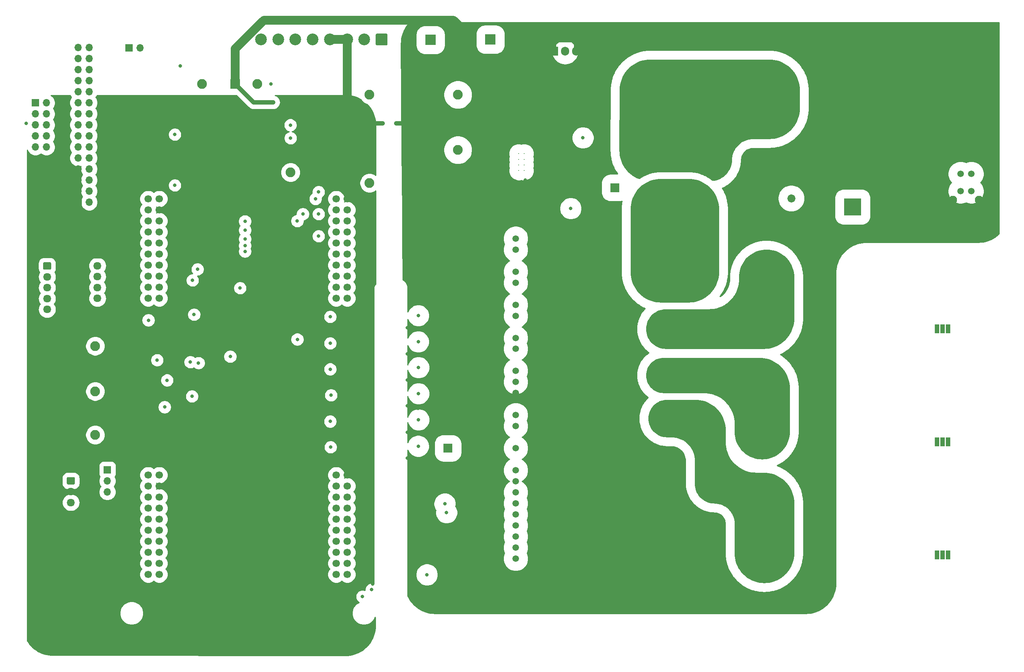
<source format=gbr>
%TF.GenerationSoftware,KiCad,Pcbnew,(5.1.8)-1*%
%TF.CreationDate,2021-03-22T22:31:26+09:00*%
%TF.ProjectId,inverter_IPM,696e7665-7274-4657-925f-49504d2e6b69,rev?*%
%TF.SameCoordinates,Original*%
%TF.FileFunction,Copper,L3,Inr*%
%TF.FilePolarity,Positive*%
%FSLAX46Y46*%
G04 Gerber Fmt 4.6, Leading zero omitted, Abs format (unit mm)*
G04 Created by KiCad (PCBNEW (5.1.8)-1) date 2021-03-22 22:31:26*
%MOMM*%
%LPD*%
G01*
G04 APERTURE LIST*
%TA.AperFunction,ComponentPad*%
%ADD10O,1.905000X2.000000*%
%TD*%
%TA.AperFunction,ComponentPad*%
%ADD11R,1.905000X2.000000*%
%TD*%
%TA.AperFunction,ComponentPad*%
%ADD12C,1.700000*%
%TD*%
%TA.AperFunction,ComponentPad*%
%ADD13R,1.000000X2.000000*%
%TD*%
%TA.AperFunction,ComponentPad*%
%ADD14R,2.250000X2.250000*%
%TD*%
%TA.AperFunction,ComponentPad*%
%ADD15C,2.250000*%
%TD*%
%TA.AperFunction,ComponentPad*%
%ADD16C,1.500000*%
%TD*%
%TA.AperFunction,ComponentPad*%
%ADD17R,3.770000X3.770000*%
%TD*%
%TA.AperFunction,ComponentPad*%
%ADD18C,3.770000*%
%TD*%
%TA.AperFunction,ComponentPad*%
%ADD19C,0.300000*%
%TD*%
%TA.AperFunction,ComponentPad*%
%ADD20C,1.950000*%
%TD*%
%TA.AperFunction,ComponentPad*%
%ADD21C,1.508000*%
%TD*%
%TA.AperFunction,ComponentPad*%
%ADD22C,4.250000*%
%TD*%
%TA.AperFunction,ComponentPad*%
%ADD23C,1.850000*%
%TD*%
%TA.AperFunction,ComponentPad*%
%ADD24R,1.850000X1.850000*%
%TD*%
%TA.AperFunction,ComponentPad*%
%ADD25O,1.700000X1.700000*%
%TD*%
%TA.AperFunction,ComponentPad*%
%ADD26R,1.700000X1.700000*%
%TD*%
%TA.AperFunction,ComponentPad*%
%ADD27O,1.850000X1.700000*%
%TD*%
%TA.AperFunction,ComponentPad*%
%ADD28C,2.700000*%
%TD*%
%TA.AperFunction,ComponentPad*%
%ADD29C,5.600000*%
%TD*%
%TA.AperFunction,ComponentPad*%
%ADD30R,2.400000X2.400000*%
%TD*%
%TA.AperFunction,ComponentPad*%
%ADD31C,2.400000*%
%TD*%
%TA.AperFunction,ComponentPad*%
%ADD32C,2.000000*%
%TD*%
%TA.AperFunction,ComponentPad*%
%ADD33R,2.000000X2.000000*%
%TD*%
%TA.AperFunction,ComponentPad*%
%ADD34C,4.000000*%
%TD*%
%TA.AperFunction,ComponentPad*%
%ADD35R,4.000000X4.000000*%
%TD*%
%TA.AperFunction,ViaPad*%
%ADD36C,0.800000*%
%TD*%
%TA.AperFunction,Conductor*%
%ADD37C,0.500000*%
%TD*%
%TA.AperFunction,Conductor*%
%ADD38C,2.000000*%
%TD*%
%TA.AperFunction,Conductor*%
%ADD39C,1.000000*%
%TD*%
%TA.AperFunction,Conductor*%
%ADD40C,0.254000*%
%TD*%
%TA.AperFunction,Conductor*%
%ADD41C,0.100000*%
%TD*%
G04 APERTURE END LIST*
D10*
%TO.N,GND*%
%TO.C,D1*%
X139954000Y-22352000D03*
%TO.N,SW_BUCK*%
X137414000Y-22352000D03*
D11*
%TO.N,GND*%
X134874000Y-22352000D03*
%TD*%
D12*
%TO.N,Net-(U3-Pad80)*%
%TO.C,U3*%
X84810600Y-142697200D03*
%TO.N,Net-(U3-Pad79)*%
X84810600Y-140157200D03*
%TO.N,Net-(U3-Pad78)*%
X84810600Y-137617200D03*
%TO.N,Net-(U3-Pad77)*%
X84810600Y-135077200D03*
%TO.N,Net-(U3-Pad76)*%
X84810600Y-132537200D03*
%TO.N,Net-(U3-Pad75)*%
X84810600Y-129997200D03*
%TO.N,Net-(U3-Pad74)*%
X84810600Y-127457200D03*
%TO.N,Net-(U3-Pad73)*%
X84810600Y-124917200D03*
%TO.N,Net-(U3-Pad72)*%
X84810600Y-122377200D03*
%TO.N,Net-(U3-Pad70)*%
X87350600Y-142697200D03*
%TO.N,Net-(U3-Pad69)*%
X87350600Y-140157200D03*
%TO.N,Net-(U3-Pad68)*%
X87350600Y-137617200D03*
%TO.N,Net-(U3-Pad67)*%
X87350600Y-135077200D03*
%TO.N,Net-(U3-Pad66)*%
X87350600Y-132537200D03*
%TO.N,Net-(U3-Pad65)*%
X87350600Y-129997200D03*
%TO.N,Net-(U3-Pad64)*%
X87350600Y-127457200D03*
%TO.N,Net-(U3-Pad63)*%
X87350600Y-124917200D03*
%TO.N,Net-(U3-Pad62)*%
X87350600Y-122377200D03*
%TO.N,Net-(U3-Pad60)*%
X84810600Y-79197200D03*
%TO.N,Net-(U3-Pad59)*%
X84810600Y-76657200D03*
%TO.N,Net-(U3-Pad58)*%
X84810600Y-74117200D03*
%TO.N,Net-(U3-Pad57)*%
X84810600Y-71577200D03*
%TO.N,/!CTRL_WL*%
X84810600Y-69037200D03*
%TO.N,/!CTRL_WH*%
X84810600Y-66497200D03*
%TO.N,/!CTRL_VL*%
X84810600Y-63957200D03*
%TO.N,/!CTRL_VH*%
X84810600Y-61417200D03*
%TO.N,/!CTRL_UL*%
X84810600Y-58877200D03*
%TO.N,Net-(U3-Pad50)*%
X87350600Y-79197200D03*
%TO.N,Net-(U3-Pad49)*%
X87350600Y-76657200D03*
%TO.N,Net-(U3-Pad48)*%
X87350600Y-74117200D03*
%TO.N,Net-(U3-Pad47)*%
X87350600Y-71577200D03*
%TO.N,Net-(U3-Pad46)*%
X87350600Y-69037200D03*
%TO.N,Net-(U3-Pad45)*%
X87350600Y-66497200D03*
%TO.N,Net-(U3-Pad44)*%
X87350600Y-63957200D03*
%TO.N,Net-(U3-Pad43)*%
X87350600Y-61417200D03*
%TO.N,Net-(U3-Pad42)*%
X87350600Y-58877200D03*
%TO.N,Net-(U3-Pad71)*%
X84810600Y-119837200D03*
%TO.N,GND1*%
X87350600Y-119837200D03*
%TO.N,/!CTRL_UH*%
X84810600Y-56337200D03*
%TO.N,GND1*%
X87350600Y-56337200D03*
%TO.N,Net-(U3-Pad40)*%
X44170600Y-142697200D03*
%TO.N,Net-(U3-Pad39)*%
X44170600Y-140157200D03*
%TO.N,Net-(U3-Pad38)*%
X44170600Y-137617200D03*
%TO.N,/THROTTLE*%
X44170600Y-135077200D03*
%TO.N,Net-(U3-Pad36)*%
X44170600Y-132537200D03*
%TO.N,Net-(U3-Pad35)*%
X44170600Y-129997200D03*
%TO.N,Net-(U3-Pad34)*%
X44170600Y-127457200D03*
%TO.N,GND*%
X44170600Y-124917200D03*
%TO.N,GND1*%
X44170600Y-122377200D03*
%TO.N,+5V*%
X44170600Y-119837200D03*
%TO.N,Net-(U3-Pad30)*%
X41630600Y-142697200D03*
%TO.N,Net-(U3-Pad29)*%
X41630600Y-140157200D03*
%TO.N,Net-(U3-Pad28)*%
X41630600Y-137617200D03*
%TO.N,Net-(U3-Pad27)*%
X41630600Y-135077200D03*
%TO.N,Net-(U3-Pad26)*%
X41630600Y-132537200D03*
%TO.N,Net-(U3-Pad25)*%
X41630600Y-129997200D03*
%TO.N,Net-(U3-Pad24)*%
X41630600Y-127457200D03*
%TO.N,Net-(U3-Pad23)*%
X41630600Y-124917200D03*
%TO.N,Net-(U3-Pad22)*%
X41630600Y-122377200D03*
%TO.N,+3V3*%
X41630600Y-119837200D03*
%TO.N,Net-(U3-Pad20)*%
X44170600Y-79197200D03*
%TO.N,IW*%
X44170600Y-76657200D03*
%TO.N,IV*%
X44170600Y-74117200D03*
%TO.N,IU*%
X44170600Y-71577200D03*
%TO.N,Net-(U3-Pad16)*%
X44170600Y-69037200D03*
%TO.N,Net-(U3-Pad15)*%
X44170600Y-66497200D03*
%TO.N,Net-(U3-Pad14)*%
X44170600Y-63957200D03*
%TO.N,/BAT_ADC_DIFF1*%
X44170600Y-61417200D03*
%TO.N,GND1*%
X44170600Y-58877200D03*
%TO.N,+5V*%
X44170600Y-56337200D03*
%TO.N,Net-(U3-Pad10)*%
X41630600Y-79197200D03*
%TO.N,/HW*%
X41630600Y-76657200D03*
%TO.N,/HV*%
X41630600Y-74117200D03*
%TO.N,/HU*%
X41630600Y-71577200D03*
%TO.N,Net-(U3-Pad6)*%
X41630600Y-69037200D03*
%TO.N,VFO_3V*%
X41630600Y-66497200D03*
%TO.N,Net-(U3-Pad4)*%
X41630600Y-63957200D03*
%TO.N,/SCIB_TX*%
X41630600Y-61417200D03*
%TO.N,/SCIB_RX*%
X41630600Y-58877200D03*
%TO.N,+3V3*%
X41630600Y-56337200D03*
%TD*%
D13*
%TO.N,Net-(R28-Pad2)*%
%TO.C,U18*%
X222817680Y-112229101D03*
%TO.N,GND1*%
X224087680Y-112229101D03*
%TO.N,/VCC_SENSOR*%
X225357680Y-112229101D03*
%TD*%
%TO.N,/VCC_SENSOR*%
%TO.C,U17*%
X225357680Y-86229101D03*
%TO.N,GND1*%
X224087680Y-86229101D03*
%TO.N,Net-(R31-Pad1)*%
X222817680Y-86229101D03*
%TD*%
%TO.N,Net-(R24-Pad2)*%
%TO.C,U15*%
X222817680Y-138229101D03*
%TO.N,GND1*%
X224087680Y-138229101D03*
%TO.N,/VCC_SENSOR*%
X225357680Y-138229101D03*
%TD*%
D14*
%TO.N,GND*%
%TO.C,U9*%
X112776000Y-40005000D03*
D15*
%TO.N,Net-(C56-Pad1)*%
X112776000Y-45085000D03*
%TO.N,/VCC_CTRL_BRD_+15V*%
X92456000Y-52705000D03*
%TO.N,GND1*%
X92456000Y-42545000D03*
%TO.N,/VCC_CTRL_BRD_-15V*%
X92456000Y-32385000D03*
%TO.N,Net-(U9-Pad6)*%
X112776000Y-32385000D03*
%TD*%
D16*
%TO.N,Net-(C47-Pad2)*%
%TO.C,U5*%
X126055300Y-139057100D03*
%TO.N,Net-(C44-Pad2)*%
X126055300Y-136517100D03*
%TO.N,Net-(C41-Pad2)*%
X126055300Y-133977100D03*
%TO.N,Net-(C38-Pad2)*%
X126055300Y-131437100D03*
%TO.N,Net-(C39-Pad2)*%
X126055300Y-128897100D03*
%TO.N,Net-(R21-Pad2)*%
X126055300Y-126357100D03*
%TO.N,Net-(U5-Pad24)*%
X126055300Y-123817100D03*
%TO.N,GND*%
X126055300Y-121277100D03*
%TO.N,+15V*%
X126055300Y-118737100D03*
%TO.N,Net-(C45-Pad1)*%
X126055300Y-113657100D03*
%TO.N,Net-(C35-Pad1)*%
X126055300Y-108577100D03*
%TO.N,Net-(C35-Pad2)*%
X126055300Y-106037100D03*
%TO.N,+15V*%
X126055300Y-67977100D03*
%TO.N,Net-(C17-Pad2)*%
X126055300Y-65437100D03*
%TO.N,Net-(C22-Pad2)*%
X126055300Y-73057100D03*
%TO.N,Net-(C22-Pad1)*%
X126055300Y-75597100D03*
%TO.N,Net-(C24-Pad2)*%
X126055300Y-80677100D03*
%TO.N,+15V*%
X126055300Y-83217100D03*
%TO.N,Net-(C31-Pad2)*%
X126055300Y-88297100D03*
%TO.N,Net-(C31-Pad1)*%
X126055300Y-90797100D03*
%TO.N,Net-(C33-Pad2)*%
X126055300Y-95877100D03*
%TO.N,+15V*%
X126055300Y-98417100D03*
D17*
%TO.N,GND*%
X161955300Y-136357100D03*
D18*
X161955300Y-126357100D03*
X161955300Y-116357100D03*
%TO.N,W*%
X161955300Y-106357100D03*
%TO.N,V*%
X161955300Y-96357100D03*
%TO.N,U*%
X161955300Y-86357100D03*
%TO.N,Net-(C25-Pad1)*%
X161955300Y-76357100D03*
D16*
%TO.N,GND*%
X126055300Y-100957100D03*
%TD*%
D19*
%TO.N,N/C*%
%TO.C,U4*%
X128005600Y-49829000D03*
X126705600Y-49829000D03*
X128005600Y-48529000D03*
X126705600Y-48529000D03*
X128005600Y-47229000D03*
X126705600Y-47229000D03*
X128005600Y-45929000D03*
X126705600Y-45929000D03*
%TD*%
D14*
%TO.N,GND*%
%TO.C,U1*%
X61633100Y-29921200D03*
D15*
%TO.N,Net-(C1-Pad1)*%
X66713100Y-29921200D03*
%TO.N,+5V*%
X74333100Y-50241200D03*
%TO.N,GND1*%
X54013100Y-50241200D03*
%TO.N,Net-(U1-Pad6)*%
X54013100Y-29921200D03*
%TD*%
D20*
%TO.N,GND*%
%TO.C,S1*%
X232476300Y-44584100D03*
X232476300Y-56584100D03*
X226476300Y-44584100D03*
X226476300Y-56584100D03*
D21*
X230726300Y-46584100D03*
%TO.N,Net-(K1-Pad2)*%
X230726300Y-50584100D03*
%TO.N,+15V*%
X230726300Y-54584100D03*
%TO.N,GND*%
X228226300Y-46584100D03*
%TO.N,+15V*%
X228226300Y-54584100D03*
%TO.N,Net-(K1-Pad2)*%
X228226300Y-50584100D03*
%TD*%
D22*
%TO.N,Net-(C25-Pad1)*%
%TO.C,K1*%
X161841300Y-54969100D03*
%TO.N,VDC*%
X155091300Y-47469100D03*
D23*
%TO.N,Net-(K1-Pad2)*%
X189341300Y-56219100D03*
D24*
%TO.N,GND*%
X189341300Y-46219100D03*
%TD*%
D25*
%TO.N,Net-(J13-Pad10)*%
%TO.C,J13*%
X18288000Y-44425000D03*
%TO.N,Net-(J13-Pad9)*%
X15748000Y-44425000D03*
%TO.N,Net-(J13-Pad8)*%
X18288000Y-41885000D03*
%TO.N,Net-(J13-Pad7)*%
X15748000Y-41885000D03*
%TO.N,Net-(J13-Pad6)*%
X18288000Y-39345000D03*
%TO.N,Net-(J13-Pad5)*%
X15748000Y-39345000D03*
%TO.N,Net-(J13-Pad4)*%
X18288000Y-36805000D03*
%TO.N,/SCIB_TX*%
X15748000Y-36805000D03*
%TO.N,Net-(J13-Pad2)*%
X18288000Y-34265000D03*
D26*
%TO.N,/SCIB_RX*%
X15748000Y-34265000D03*
%TD*%
D25*
%TO.N,+5V*%
%TO.C,J12*%
X39751000Y-21590000D03*
D26*
%TO.N,/CTRL_UVW_PULLUP*%
X37211000Y-21590000D03*
%TD*%
D25*
%TO.N,Net-(J11-Pad30)*%
%TO.C,J11*%
X28067000Y-21530000D03*
%TO.N,Net-(J11-Pad29)*%
X25527000Y-21530000D03*
%TO.N,Net-(J11-Pad28)*%
X28067000Y-24070000D03*
%TO.N,Net-(J11-Pad27)*%
X25527000Y-24070000D03*
%TO.N,Net-(J11-Pad26)*%
X28067000Y-26610000D03*
%TO.N,Net-(J11-Pad25)*%
X25527000Y-26610000D03*
%TO.N,Net-(J11-Pad24)*%
X28067000Y-29150000D03*
%TO.N,Net-(J11-Pad23)*%
X25527000Y-29150000D03*
%TO.N,/!CTRL_UL*%
X28067000Y-31690000D03*
%TO.N,/VCC_CTRL_BRD_+15V*%
X25527000Y-31690000D03*
%TO.N,/!CTRL_UH*%
X28067000Y-34230000D03*
%TO.N,/VCC_CTRL_BRD_+15V*%
X25527000Y-34230000D03*
%TO.N,/!CTRL_VL*%
X28067000Y-36770000D03*
%TO.N,/VCC_CTRL_BRD_+15V*%
X25527000Y-36770000D03*
%TO.N,Net-(J11-Pad16)*%
X28067000Y-39310000D03*
%TO.N,/VCC_CTRL_BRD_+15V*%
X25527000Y-39310000D03*
%TO.N,/!CTRL_VH*%
X28067000Y-41850000D03*
%TO.N,/VCC_CTRL_BRD_+15V*%
X25527000Y-41850000D03*
%TO.N,/!CTRL_WL*%
X28067000Y-44390000D03*
%TO.N,/VCC_CTRL_BRD_+15V*%
X25527000Y-44390000D03*
%TO.N,/!CTRL_WH*%
X28067000Y-46930000D03*
%TO.N,/VCC_CTRL_BRD_+15V*%
X25527000Y-46930000D03*
%TO.N,Net-(J11-Pad8)*%
X28067000Y-49470000D03*
%TO.N,GND1*%
X25527000Y-49470000D03*
%TO.N,Net-(J11-Pad6)*%
X28067000Y-52010000D03*
%TO.N,GND1*%
X25527000Y-52010000D03*
%TO.N,Net-(J11-Pad4)*%
X28067000Y-54550000D03*
%TO.N,GND1*%
X25527000Y-54550000D03*
%TO.N,Net-(J11-Pad2)*%
X28067000Y-57090000D03*
D26*
%TO.N,GND1*%
X25527000Y-57090000D03*
%TD*%
D27*
%TO.N,VFO_5V*%
%TO.C,J10*%
X18415000Y-81755000D03*
%TO.N,/THROTTLE*%
X18415000Y-79255000D03*
%TO.N,/HW*%
X18415000Y-76755000D03*
%TO.N,/HV*%
X18415000Y-74255000D03*
%TO.N,/HU*%
%TA.AperFunction,ComponentPad*%
G36*
G01*
X17740000Y-70905000D02*
X19090000Y-70905000D01*
G75*
G02*
X19340000Y-71155000I0J-250000D01*
G01*
X19340000Y-72355000D01*
G75*
G02*
X19090000Y-72605000I-250000J0D01*
G01*
X17740000Y-72605000D01*
G75*
G02*
X17490000Y-72355000I0J250000D01*
G01*
X17490000Y-71155000D01*
G75*
G02*
X17740000Y-70905000I250000J0D01*
G01*
G37*
%TD.AperFunction*%
%TD*%
D15*
%TO.N,IW*%
%TO.C,J9*%
X29464000Y-110617000D03*
%TO.N,GND1*%
X32004000Y-108077000D03*
X26924000Y-108077000D03*
X26924000Y-113157000D03*
X32004000Y-113157000D03*
%TD*%
%TO.N,IV*%
%TO.C,J8*%
X29464000Y-100584000D03*
%TO.N,GND1*%
X32004000Y-98044000D03*
X26924000Y-98044000D03*
X26924000Y-103124000D03*
X32004000Y-103124000D03*
%TD*%
D28*
%TO.N,/VCC_CTRL_BRD_-15V*%
%TO.C,J7*%
X67530000Y-19685000D03*
X71490000Y-19685000D03*
%TO.N,/VCC_CTRL_BRD_+15V*%
X75450000Y-19685000D03*
X79410000Y-19685000D03*
%TO.N,GND1*%
X83370000Y-19685000D03*
X87330000Y-19685000D03*
%TO.N,+5V*%
X91290000Y-19685000D03*
%TA.AperFunction,ComponentPad*%
G36*
G01*
X96600000Y-18585001D02*
X96600000Y-20784999D01*
G75*
G02*
X96349999Y-21035000I-250001J0D01*
G01*
X94150001Y-21035000D01*
G75*
G02*
X93900000Y-20784999I0J250001D01*
G01*
X93900000Y-18585001D01*
G75*
G02*
X94150001Y-18335000I250001J0D01*
G01*
X96349999Y-18335000D01*
G75*
G02*
X96600000Y-18585001I0J-250001D01*
G01*
G37*
%TD.AperFunction*%
%TD*%
D15*
%TO.N,IU*%
%TO.C,J6*%
X29464000Y-90170000D03*
%TO.N,GND1*%
X32004000Y-87630000D03*
X26924000Y-87630000D03*
X26924000Y-92710000D03*
X32004000Y-92710000D03*
%TD*%
D27*
%TO.N,/VCC_SENSOR*%
%TO.C,J5*%
X29972000Y-79215000D03*
%TO.N,/HW*%
X29972000Y-76715000D03*
%TO.N,/HV*%
X29972000Y-74215000D03*
%TO.N,/HU*%
X29972000Y-71715000D03*
%TO.N,GND1*%
%TA.AperFunction,ComponentPad*%
G36*
G01*
X29297000Y-68365000D02*
X30647000Y-68365000D01*
G75*
G02*
X30897000Y-68615000I0J-250000D01*
G01*
X30897000Y-69815000D01*
G75*
G02*
X30647000Y-70065000I-250000J0D01*
G01*
X29297000Y-70065000D01*
G75*
G02*
X29047000Y-69815000I0J250000D01*
G01*
X29047000Y-68615000D01*
G75*
G02*
X29297000Y-68365000I250000J0D01*
G01*
G37*
%TD.AperFunction*%
%TD*%
%TO.N,/THROTTLE*%
%TO.C,J4*%
X23876000Y-126158000D03*
%TO.N,GND1*%
X23876000Y-123658000D03*
%TO.N,/VCC_SENSOR*%
%TA.AperFunction,ComponentPad*%
G36*
G01*
X23201000Y-120308000D02*
X24551000Y-120308000D01*
G75*
G02*
X24801000Y-120558000I0J-250000D01*
G01*
X24801000Y-121758000D01*
G75*
G02*
X24551000Y-122008000I-250000J0D01*
G01*
X23201000Y-122008000D01*
G75*
G02*
X22951000Y-121758000I0J250000D01*
G01*
X22951000Y-120558000D01*
G75*
G02*
X23201000Y-120308000I250000J0D01*
G01*
G37*
%TD.AperFunction*%
%TD*%
D29*
%TO.N,U*%
%TO.C,J3*%
X181961300Y-73324100D03*
X181961300Y-86324100D03*
%TO.N,V*%
X181961300Y-99324100D03*
X181961300Y-112324100D03*
%TO.N,W*%
X181961300Y-125324100D03*
X181961300Y-138324100D03*
%TD*%
%TO.N,GND*%
%TO.C,J2*%
X224506300Y-33329100D03*
X211506300Y-33329100D03*
X198506300Y-33329100D03*
%TO.N,VDC*%
X185506300Y-33329100D03*
X172506300Y-33329100D03*
X159506300Y-33329100D03*
%TD*%
D25*
%TO.N,+5V*%
%TO.C,J1*%
X32258000Y-123698000D03*
%TO.N,/VCC_SENSOR*%
X32258000Y-121158000D03*
D26*
%TO.N,+3V3*%
X32258000Y-118618000D03*
%TD*%
D30*
%TO.N,VDC*%
%TO.C,C58*%
X120243600Y-19685000D03*
D31*
%TO.N,GND*%
X120243600Y-24685000D03*
%TD*%
D32*
%TO.N,GND*%
%TO.C,C42*%
X110490000Y-118665000D03*
D33*
%TO.N,+15V*%
X110490000Y-113665000D03*
%TD*%
D32*
%TO.N,GND*%
%TO.C,C26*%
X143831300Y-53759100D03*
D33*
%TO.N,Net-(C25-Pad1)*%
X148831300Y-53759100D03*
%TD*%
D34*
%TO.N,GND*%
%TO.C,C6*%
X213441300Y-58204100D03*
D35*
%TO.N,VDC*%
X203441300Y-58204100D03*
%TD*%
D31*
%TO.N,GND*%
%TO.C,C2*%
X106476800Y-24786600D03*
D30*
%TO.N,VDC*%
X106476800Y-19786600D03*
%TD*%
D36*
%TO.N,+5V*%
X74333100Y-42367200D03*
X90817400Y-147777600D03*
%TO.N,Net-(C1-Pad1)*%
X74295000Y-39370000D03*
X69866100Y-29921200D03*
%TO.N,GND*%
X138557000Y-55435500D03*
X101155500Y-85979000D03*
X101155500Y-91948000D03*
X101155500Y-97980500D03*
X101155500Y-103949500D03*
X101155500Y-109982000D03*
X101155500Y-115951000D03*
X112585500Y-123253500D03*
X109791500Y-123380500D03*
X102679500Y-144970500D03*
X121666000Y-147891500D03*
X117856000Y-141605000D03*
X115824000Y-132461000D03*
X117856000Y-131445000D03*
X117856000Y-126365000D03*
X118364000Y-120269000D03*
X117856000Y-98425000D03*
X117856000Y-93345000D03*
X117856000Y-83185000D03*
X117856000Y-78105000D03*
X117856000Y-67945000D03*
X117856000Y-62865000D03*
X121920000Y-54737000D03*
X116840000Y-42037000D03*
X116840000Y-45593000D03*
X116840000Y-48641000D03*
X132588000Y-46609000D03*
X134620000Y-46609000D03*
X128524000Y-30861000D03*
X103632000Y-116459000D03*
X103632000Y-110363000D03*
X103632000Y-104521000D03*
X103632000Y-98171000D03*
X103632000Y-86233000D03*
X103632000Y-92329000D03*
X129818800Y-51993800D03*
X128219200Y-51993800D03*
X118008800Y-145681700D03*
X70357600Y-34112200D03*
X98629000Y-38989000D03*
%TO.N,GND1*%
X55880000Y-101854000D03*
X55118000Y-99314000D03*
X57404000Y-98044000D03*
X56388000Y-83058000D03*
X57658000Y-78867000D03*
X55499000Y-80264000D03*
X58420000Y-68580000D03*
X61595000Y-64135000D03*
X90868500Y-144780000D03*
X93154500Y-144907000D03*
X91630500Y-86042500D03*
X91630500Y-92075000D03*
X91694000Y-98044000D03*
X91694000Y-104013000D03*
X91630500Y-109982000D03*
X91630500Y-116078000D03*
X92456000Y-38989000D03*
X92456000Y-46024000D03*
X61233100Y-58768200D03*
X88392000Y-33909000D03*
X95504000Y-38989000D03*
%TO.N,+3V3*%
X63865600Y-68402200D03*
X63865600Y-63515400D03*
X63865600Y-65547400D03*
X63865600Y-61483400D03*
X63865600Y-67071400D03*
%TO.N,+15V*%
X141480750Y-42288250D03*
X103676250Y-83165750D03*
X103661010Y-89183010D03*
X103733600Y-95112440D03*
X103733600Y-101114460D03*
X103733600Y-107116480D03*
X103663550Y-113188550D03*
%TO.N,Net-(C25-Pad1)*%
X138684000Y-58547000D03*
%TO.N,/VFO*%
X105664000Y-142748000D03*
X110153700Y-128471500D03*
X109766100Y-126466600D03*
%TO.N,IW*%
X51689000Y-101727000D03*
%TO.N,IV*%
X52173000Y-82931000D03*
%TO.N,IU*%
X52959000Y-72517000D03*
%TO.N,/VCC_CTRL_BRD_+15V*%
X51308000Y-93853000D03*
X51816000Y-75057000D03*
%TO.N,/VCC_CTRL_BRD_-15V*%
X92456000Y-32385000D03*
%TO.N,VFO_5V*%
X92964000Y-146177000D03*
X60478000Y-92583000D03*
%TO.N,/!CTRL_UL*%
X83629500Y-101473000D03*
X80772000Y-54737000D03*
%TO.N,/!CTRL_UH*%
X83439000Y-83439000D03*
X80060800Y-56337200D03*
%TO.N,/!CTRL_VL*%
X83439000Y-107505500D03*
X80772000Y-59817000D03*
X77152500Y-59817000D03*
%TO.N,/!CTRL_VH*%
X83439000Y-89535000D03*
X75869800Y-61417200D03*
X75882500Y-88646000D03*
%TO.N,/!CTRL_WL*%
X80772000Y-64897000D03*
X83520580Y-113411000D03*
%TO.N,/!CTRL_WH*%
X83439000Y-95504000D03*
%TO.N,/SCIB_TX*%
X13597999Y-38989000D03*
%TO.N,Net-(R24-Pad2)*%
X45402500Y-104203500D03*
%TO.N,Net-(R28-Pad2)*%
X45974000Y-98044000D03*
%TO.N,Net-(R31-Pad1)*%
X62738000Y-76835000D03*
%TO.N,/BAT_ADC_DIFF1*%
X49022000Y-25755000D03*
X47752000Y-41529000D03*
X47752000Y-53213000D03*
%TO.N,VFO_3V*%
X53178000Y-94072000D03*
X43688000Y-93408500D03*
X41687750Y-84232750D03*
%TD*%
D37*
%TO.N,GND*%
X103378000Y-85979000D02*
X103632000Y-86233000D01*
X101155500Y-85979000D02*
X103378000Y-85979000D01*
X101155500Y-91948000D02*
X102743000Y-91948000D01*
X103124000Y-92329000D02*
X103632000Y-92329000D01*
X102743000Y-91948000D02*
X103124000Y-92329000D01*
X103441500Y-97980500D02*
X103632000Y-98171000D01*
X101155500Y-97980500D02*
X103441500Y-97980500D01*
X103060500Y-103949500D02*
X103632000Y-104521000D01*
X101155500Y-103949500D02*
X103060500Y-103949500D01*
X103251000Y-109982000D02*
X103632000Y-110363000D01*
X101155500Y-109982000D02*
X103251000Y-109982000D01*
X103124000Y-115951000D02*
X103632000Y-116459000D01*
X101155500Y-115951000D02*
X103124000Y-115951000D01*
D38*
X61633100Y-21807898D02*
X68200998Y-15240000D01*
X61633100Y-29921200D02*
X61633100Y-21807898D01*
X68200998Y-15240000D02*
X111760000Y-15240000D01*
X111760000Y-15240000D02*
X113665000Y-17145000D01*
X113665000Y-17145000D02*
X113665000Y-22225000D01*
X116125000Y-24685000D02*
X120243600Y-24685000D01*
X113665000Y-22225000D02*
X116125000Y-24685000D01*
D39*
X65824100Y-34112200D02*
X70357600Y-34112200D01*
X61633100Y-29921200D02*
X65824100Y-34112200D01*
X111760000Y-38989000D02*
X112776000Y-40005000D01*
X98629000Y-38989000D02*
X111760000Y-38989000D01*
X139954000Y-22352000D02*
X139954000Y-20701000D01*
X139954000Y-20701000D02*
X139065000Y-19812000D01*
X139065000Y-19812000D02*
X135763000Y-19812000D01*
X134874000Y-20701000D02*
X134874000Y-22352000D01*
X135763000Y-19812000D02*
X134874000Y-20701000D01*
D38*
%TO.N,GND1*%
X83370000Y-19685000D02*
X87330000Y-19685000D01*
X87330000Y-32847000D02*
X87330000Y-19685000D01*
X88392000Y-33909000D02*
X87330000Y-32847000D01*
D39*
X95504000Y-38989000D02*
X92456000Y-38989000D01*
D38*
%TO.N,Net-(C25-Pad1)*%
X160631300Y-53759100D02*
X161841300Y-54969100D01*
D39*
X158263400Y-58547000D02*
X161841300Y-54969100D01*
%TD*%
D40*
%TO.N,Net-(C25-Pad1)*%
X166233617Y-51835306D02*
X166744348Y-51892852D01*
X167249363Y-51988407D01*
X167745831Y-52121434D01*
X168230962Y-52291190D01*
X168702035Y-52496717D01*
X169156459Y-52736886D01*
X169591648Y-53010335D01*
X170005190Y-53315542D01*
X170394760Y-53650794D01*
X170758206Y-54014240D01*
X171093458Y-54403810D01*
X171398665Y-54817352D01*
X171672114Y-55252541D01*
X171912283Y-55706965D01*
X172117810Y-56178038D01*
X172287566Y-56663169D01*
X172420593Y-57159637D01*
X172516148Y-57664652D01*
X172573694Y-58175383D01*
X172593000Y-58691370D01*
X172593000Y-73134630D01*
X172573694Y-73650617D01*
X172516148Y-74161348D01*
X172420593Y-74666363D01*
X172287566Y-75162831D01*
X172117810Y-75647962D01*
X171912283Y-76119035D01*
X171672114Y-76573459D01*
X171398665Y-77008648D01*
X171093458Y-77422190D01*
X170758206Y-77811760D01*
X170394760Y-78175206D01*
X170005190Y-78510458D01*
X169591648Y-78815665D01*
X169156459Y-79089114D01*
X168702035Y-79329283D01*
X168230962Y-79534810D01*
X167745831Y-79704566D01*
X167249363Y-79837593D01*
X166744348Y-79933148D01*
X166233617Y-79990694D01*
X165717630Y-80010000D01*
X159402370Y-80010000D01*
X158886383Y-79990694D01*
X158375652Y-79933148D01*
X157870637Y-79837593D01*
X157374169Y-79704566D01*
X156889038Y-79534810D01*
X156417965Y-79329283D01*
X155963541Y-79089114D01*
X155528352Y-78815665D01*
X155114810Y-78510458D01*
X154725240Y-78175206D01*
X154361794Y-77811760D01*
X154026542Y-77422190D01*
X153721335Y-77008648D01*
X153447886Y-76573459D01*
X153207717Y-76119035D01*
X153002190Y-75647962D01*
X152832434Y-75162831D01*
X152699407Y-74666363D01*
X152603852Y-74161348D01*
X152546306Y-73650617D01*
X152527000Y-73134630D01*
X152527000Y-58691370D01*
X152546306Y-58175383D01*
X152603852Y-57664652D01*
X152699407Y-57159637D01*
X152832434Y-56663169D01*
X153002190Y-56178038D01*
X153207717Y-55706965D01*
X153447886Y-55252541D01*
X153721335Y-54817352D01*
X154026542Y-54403810D01*
X154361794Y-54014240D01*
X154725240Y-53650794D01*
X155114810Y-53315542D01*
X155528352Y-53010335D01*
X155963541Y-52736886D01*
X156417965Y-52496717D01*
X156889038Y-52291190D01*
X157374169Y-52121434D01*
X157870637Y-51988407D01*
X158375652Y-51892852D01*
X158886383Y-51835306D01*
X159402370Y-51816000D01*
X165717630Y-51816000D01*
X166233617Y-51835306D01*
%TA.AperFunction,Conductor*%
D41*
G36*
X166233617Y-51835306D02*
G01*
X166744348Y-51892852D01*
X167249363Y-51988407D01*
X167745831Y-52121434D01*
X168230962Y-52291190D01*
X168702035Y-52496717D01*
X169156459Y-52736886D01*
X169591648Y-53010335D01*
X170005190Y-53315542D01*
X170394760Y-53650794D01*
X170758206Y-54014240D01*
X171093458Y-54403810D01*
X171398665Y-54817352D01*
X171672114Y-55252541D01*
X171912283Y-55706965D01*
X172117810Y-56178038D01*
X172287566Y-56663169D01*
X172420593Y-57159637D01*
X172516148Y-57664652D01*
X172573694Y-58175383D01*
X172593000Y-58691370D01*
X172593000Y-73134630D01*
X172573694Y-73650617D01*
X172516148Y-74161348D01*
X172420593Y-74666363D01*
X172287566Y-75162831D01*
X172117810Y-75647962D01*
X171912283Y-76119035D01*
X171672114Y-76573459D01*
X171398665Y-77008648D01*
X171093458Y-77422190D01*
X170758206Y-77811760D01*
X170394760Y-78175206D01*
X170005190Y-78510458D01*
X169591648Y-78815665D01*
X169156459Y-79089114D01*
X168702035Y-79329283D01*
X168230962Y-79534810D01*
X167745831Y-79704566D01*
X167249363Y-79837593D01*
X166744348Y-79933148D01*
X166233617Y-79990694D01*
X165717630Y-80010000D01*
X159402370Y-80010000D01*
X158886383Y-79990694D01*
X158375652Y-79933148D01*
X157870637Y-79837593D01*
X157374169Y-79704566D01*
X156889038Y-79534810D01*
X156417965Y-79329283D01*
X155963541Y-79089114D01*
X155528352Y-78815665D01*
X155114810Y-78510458D01*
X154725240Y-78175206D01*
X154361794Y-77811760D01*
X154026542Y-77422190D01*
X153721335Y-77008648D01*
X153447886Y-76573459D01*
X153207717Y-76119035D01*
X153002190Y-75647962D01*
X152832434Y-75162831D01*
X152699407Y-74666363D01*
X152603852Y-74161348D01*
X152546306Y-73650617D01*
X152527000Y-73134630D01*
X152527000Y-58691370D01*
X152546306Y-58175383D01*
X152603852Y-57664652D01*
X152699407Y-57159637D01*
X152832434Y-56663169D01*
X153002190Y-56178038D01*
X153207717Y-55706965D01*
X153447886Y-55252541D01*
X153721335Y-54817352D01*
X154026542Y-54403810D01*
X154361794Y-54014240D01*
X154725240Y-53650794D01*
X155114810Y-53315542D01*
X155528352Y-53010335D01*
X155963541Y-52736886D01*
X156417965Y-52496717D01*
X156889038Y-52291190D01*
X157374169Y-52121434D01*
X157870637Y-51988407D01*
X158375652Y-51892852D01*
X158886383Y-51835306D01*
X159402370Y-51816000D01*
X165717630Y-51816000D01*
X166233617Y-51835306D01*
G37*
%TD.AperFunction*%
%TD*%
D40*
%TO.N,VDC*%
X184775617Y-24403306D02*
X185286348Y-24460852D01*
X185791363Y-24556407D01*
X186287831Y-24689434D01*
X186772962Y-24859190D01*
X187244035Y-25064717D01*
X187698459Y-25304886D01*
X188133648Y-25578335D01*
X188547190Y-25883542D01*
X188936760Y-26218794D01*
X189300206Y-26582240D01*
X189635458Y-26971810D01*
X189940665Y-27385352D01*
X190214114Y-27820541D01*
X190454283Y-28274965D01*
X190659810Y-28746038D01*
X190829566Y-29231169D01*
X190962593Y-29727637D01*
X191058148Y-30232652D01*
X191115694Y-30743383D01*
X191135000Y-31259370D01*
X191135000Y-35542630D01*
X191115694Y-36058617D01*
X191058148Y-36569348D01*
X190962593Y-37074363D01*
X190829566Y-37570831D01*
X190659810Y-38055962D01*
X190454283Y-38527035D01*
X190214114Y-38981459D01*
X189940665Y-39416648D01*
X189635458Y-39830190D01*
X189300206Y-40219760D01*
X188936760Y-40583206D01*
X188547190Y-40918458D01*
X188133648Y-41223665D01*
X187698459Y-41497114D01*
X187244035Y-41737283D01*
X186772962Y-41942810D01*
X186287831Y-42112566D01*
X185791363Y-42245593D01*
X185286348Y-42341148D01*
X184775617Y-42398694D01*
X184259630Y-42418000D01*
X180594418Y-42418000D01*
X180588602Y-42418133D01*
X180141147Y-42438647D01*
X180129563Y-42439712D01*
X179685862Y-42501080D01*
X179674424Y-42503199D01*
X179238199Y-42604908D01*
X179227004Y-42608066D01*
X178801915Y-42749262D01*
X178791055Y-42753430D01*
X178380669Y-42932928D01*
X178370236Y-42938073D01*
X177977994Y-43154367D01*
X177968075Y-43160445D01*
X177597270Y-43411722D01*
X177587950Y-43418681D01*
X177241691Y-43702831D01*
X177233046Y-43710615D01*
X176914238Y-44025255D01*
X176906342Y-44033796D01*
X176617661Y-44376287D01*
X176610579Y-44385516D01*
X176354446Y-44752983D01*
X176348238Y-44762820D01*
X176126801Y-45152182D01*
X176121520Y-45162546D01*
X175936638Y-45570535D01*
X175932327Y-45581340D01*
X175785551Y-46004535D01*
X175782246Y-46015688D01*
X175674807Y-46450537D01*
X175672537Y-46461946D01*
X175605336Y-46904801D01*
X175604120Y-46916369D01*
X175551666Y-47804843D01*
X175486211Y-48236191D01*
X175381563Y-48659742D01*
X175238606Y-49071925D01*
X175058530Y-49469308D01*
X174842845Y-49848557D01*
X174593376Y-50206464D01*
X174312197Y-50540054D01*
X174001681Y-50846510D01*
X173664419Y-51123277D01*
X173303255Y-51368021D01*
X172921213Y-51578690D01*
X172521488Y-51753525D01*
X172107463Y-51891046D01*
X171682562Y-51990115D01*
X171258898Y-52048711D01*
X171161356Y-51964769D01*
X171064825Y-51887788D01*
X170643636Y-51576937D01*
X170541627Y-51507389D01*
X170098387Y-51228882D01*
X169991460Y-51167147D01*
X169528646Y-50922543D01*
X169417407Y-50868974D01*
X168937608Y-50659640D01*
X168822679Y-50614533D01*
X168328578Y-50441639D01*
X168210595Y-50405246D01*
X167704956Y-50269761D01*
X167584589Y-50242288D01*
X167070238Y-50144967D01*
X166948150Y-50126565D01*
X166427965Y-50067954D01*
X166304842Y-50058727D01*
X165781731Y-50039154D01*
X165720000Y-50038000D01*
X159400000Y-50038000D01*
X159338269Y-50039154D01*
X158815158Y-50058727D01*
X158692035Y-50067954D01*
X158171850Y-50126565D01*
X158049762Y-50144967D01*
X157535411Y-50242288D01*
X157415044Y-50269761D01*
X156909405Y-50405246D01*
X156791422Y-50441639D01*
X156297321Y-50614533D01*
X156182392Y-50659640D01*
X155702593Y-50868974D01*
X155591354Y-50922543D01*
X155128540Y-51167147D01*
X155021613Y-51228882D01*
X154578373Y-51507389D01*
X154476364Y-51576937D01*
X154408992Y-51626659D01*
X154310518Y-51592094D01*
X153838304Y-51385399D01*
X153382922Y-51143903D01*
X152946913Y-50868952D01*
X152532741Y-50562100D01*
X152142733Y-50225073D01*
X151779073Y-49859755D01*
X151443821Y-49468219D01*
X151138851Y-49052651D01*
X150865888Y-48615400D01*
X150626464Y-48158927D01*
X150421921Y-47685785D01*
X150253414Y-47198646D01*
X150121893Y-46700259D01*
X150028088Y-46193385D01*
X149972539Y-45680943D01*
X149955473Y-45163385D01*
X150018814Y-31228123D01*
X150040348Y-30713716D01*
X150099877Y-30204703D01*
X150197168Y-29701545D01*
X150331684Y-29207026D01*
X150502680Y-28723892D01*
X150709185Y-28254873D01*
X150950079Y-27802522D01*
X151224003Y-27369390D01*
X151529444Y-26957867D01*
X151864704Y-26570244D01*
X152227898Y-26208697D01*
X152617037Y-25875206D01*
X153029956Y-25571630D01*
X153464313Y-25299688D01*
X153917749Y-25060856D01*
X154387725Y-24856473D01*
X154871622Y-24687678D01*
X155366729Y-24555417D01*
X155870346Y-24460410D01*
X156379620Y-24403196D01*
X156894130Y-24384000D01*
X184259630Y-24384000D01*
X184775617Y-24403306D01*
%TA.AperFunction,Conductor*%
D41*
G36*
X184775617Y-24403306D02*
G01*
X185286348Y-24460852D01*
X185791363Y-24556407D01*
X186287831Y-24689434D01*
X186772962Y-24859190D01*
X187244035Y-25064717D01*
X187698459Y-25304886D01*
X188133648Y-25578335D01*
X188547190Y-25883542D01*
X188936760Y-26218794D01*
X189300206Y-26582240D01*
X189635458Y-26971810D01*
X189940665Y-27385352D01*
X190214114Y-27820541D01*
X190454283Y-28274965D01*
X190659810Y-28746038D01*
X190829566Y-29231169D01*
X190962593Y-29727637D01*
X191058148Y-30232652D01*
X191115694Y-30743383D01*
X191135000Y-31259370D01*
X191135000Y-35542630D01*
X191115694Y-36058617D01*
X191058148Y-36569348D01*
X190962593Y-37074363D01*
X190829566Y-37570831D01*
X190659810Y-38055962D01*
X190454283Y-38527035D01*
X190214114Y-38981459D01*
X189940665Y-39416648D01*
X189635458Y-39830190D01*
X189300206Y-40219760D01*
X188936760Y-40583206D01*
X188547190Y-40918458D01*
X188133648Y-41223665D01*
X187698459Y-41497114D01*
X187244035Y-41737283D01*
X186772962Y-41942810D01*
X186287831Y-42112566D01*
X185791363Y-42245593D01*
X185286348Y-42341148D01*
X184775617Y-42398694D01*
X184259630Y-42418000D01*
X180594418Y-42418000D01*
X180588602Y-42418133D01*
X180141147Y-42438647D01*
X180129563Y-42439712D01*
X179685862Y-42501080D01*
X179674424Y-42503199D01*
X179238199Y-42604908D01*
X179227004Y-42608066D01*
X178801915Y-42749262D01*
X178791055Y-42753430D01*
X178380669Y-42932928D01*
X178370236Y-42938073D01*
X177977994Y-43154367D01*
X177968075Y-43160445D01*
X177597270Y-43411722D01*
X177587950Y-43418681D01*
X177241691Y-43702831D01*
X177233046Y-43710615D01*
X176914238Y-44025255D01*
X176906342Y-44033796D01*
X176617661Y-44376287D01*
X176610579Y-44385516D01*
X176354446Y-44752983D01*
X176348238Y-44762820D01*
X176126801Y-45152182D01*
X176121520Y-45162546D01*
X175936638Y-45570535D01*
X175932327Y-45581340D01*
X175785551Y-46004535D01*
X175782246Y-46015688D01*
X175674807Y-46450537D01*
X175672537Y-46461946D01*
X175605336Y-46904801D01*
X175604120Y-46916369D01*
X175551666Y-47804843D01*
X175486211Y-48236191D01*
X175381563Y-48659742D01*
X175238606Y-49071925D01*
X175058530Y-49469308D01*
X174842845Y-49848557D01*
X174593376Y-50206464D01*
X174312197Y-50540054D01*
X174001681Y-50846510D01*
X173664419Y-51123277D01*
X173303255Y-51368021D01*
X172921213Y-51578690D01*
X172521488Y-51753525D01*
X172107463Y-51891046D01*
X171682562Y-51990115D01*
X171258898Y-52048711D01*
X171161356Y-51964769D01*
X171064825Y-51887788D01*
X170643636Y-51576937D01*
X170541627Y-51507389D01*
X170098387Y-51228882D01*
X169991460Y-51167147D01*
X169528646Y-50922543D01*
X169417407Y-50868974D01*
X168937608Y-50659640D01*
X168822679Y-50614533D01*
X168328578Y-50441639D01*
X168210595Y-50405246D01*
X167704956Y-50269761D01*
X167584589Y-50242288D01*
X167070238Y-50144967D01*
X166948150Y-50126565D01*
X166427965Y-50067954D01*
X166304842Y-50058727D01*
X165781731Y-50039154D01*
X165720000Y-50038000D01*
X159400000Y-50038000D01*
X159338269Y-50039154D01*
X158815158Y-50058727D01*
X158692035Y-50067954D01*
X158171850Y-50126565D01*
X158049762Y-50144967D01*
X157535411Y-50242288D01*
X157415044Y-50269761D01*
X156909405Y-50405246D01*
X156791422Y-50441639D01*
X156297321Y-50614533D01*
X156182392Y-50659640D01*
X155702593Y-50868974D01*
X155591354Y-50922543D01*
X155128540Y-51167147D01*
X155021613Y-51228882D01*
X154578373Y-51507389D01*
X154476364Y-51576937D01*
X154408992Y-51626659D01*
X154310518Y-51592094D01*
X153838304Y-51385399D01*
X153382922Y-51143903D01*
X152946913Y-50868952D01*
X152532741Y-50562100D01*
X152142733Y-50225073D01*
X151779073Y-49859755D01*
X151443821Y-49468219D01*
X151138851Y-49052651D01*
X150865888Y-48615400D01*
X150626464Y-48158927D01*
X150421921Y-47685785D01*
X150253414Y-47198646D01*
X150121893Y-46700259D01*
X150028088Y-46193385D01*
X149972539Y-45680943D01*
X149955473Y-45163385D01*
X150018814Y-31228123D01*
X150040348Y-30713716D01*
X150099877Y-30204703D01*
X150197168Y-29701545D01*
X150331684Y-29207026D01*
X150502680Y-28723892D01*
X150709185Y-28254873D01*
X150950079Y-27802522D01*
X151224003Y-27369390D01*
X151529444Y-26957867D01*
X151864704Y-26570244D01*
X152227898Y-26208697D01*
X152617037Y-25875206D01*
X153029956Y-25571630D01*
X153464313Y-25299688D01*
X153917749Y-25060856D01*
X154387725Y-24856473D01*
X154871622Y-24687678D01*
X155366729Y-24555417D01*
X155870346Y-24460410D01*
X156379620Y-24403196D01*
X156894130Y-24384000D01*
X184259630Y-24384000D01*
X184775617Y-24403306D01*
G37*
%TD.AperFunction*%
%TD*%
D40*
%TO.N,U*%
X184130238Y-68091281D02*
X184615478Y-68148713D01*
X185094707Y-68244037D01*
X185564988Y-68376670D01*
X186023400Y-68545787D01*
X186467137Y-68750353D01*
X186893457Y-68989104D01*
X187299732Y-69260568D01*
X187683448Y-69563065D01*
X188042256Y-69894744D01*
X188373935Y-70253552D01*
X188676432Y-70637268D01*
X188947896Y-71043543D01*
X189186647Y-71469863D01*
X189391213Y-71913600D01*
X189560330Y-72372012D01*
X189692963Y-72842293D01*
X189788287Y-73321522D01*
X189845719Y-73806762D01*
X189865000Y-74297492D01*
X189865000Y-83802630D01*
X189845694Y-84318617D01*
X189788148Y-84829348D01*
X189692593Y-85334363D01*
X189559566Y-85830831D01*
X189389810Y-86315962D01*
X189184283Y-86787035D01*
X188944114Y-87241459D01*
X188670665Y-87676648D01*
X188365458Y-88090190D01*
X188030206Y-88479760D01*
X187666760Y-88843206D01*
X187277190Y-89178458D01*
X186863648Y-89483665D01*
X186428459Y-89757114D01*
X185974035Y-89997283D01*
X185502962Y-90202810D01*
X185017831Y-90372566D01*
X184521363Y-90505593D01*
X184016348Y-90601148D01*
X183505617Y-90658694D01*
X182989630Y-90678000D01*
X160530923Y-90678000D01*
X160117884Y-90658904D01*
X159711264Y-90602183D01*
X159311599Y-90508183D01*
X158922334Y-90377714D01*
X158546752Y-90211879D01*
X158188080Y-90012100D01*
X157849369Y-89780078D01*
X157533520Y-89517799D01*
X157243201Y-89227480D01*
X156980922Y-88911631D01*
X156748900Y-88572920D01*
X156549121Y-88214248D01*
X156383286Y-87838666D01*
X156252817Y-87449401D01*
X156158817Y-87049736D01*
X156102096Y-86643116D01*
X156083135Y-86233000D01*
X156102096Y-85822884D01*
X156158817Y-85416264D01*
X156252817Y-85016599D01*
X156383286Y-84627334D01*
X156549121Y-84251752D01*
X156748900Y-83893080D01*
X156980922Y-83554369D01*
X157243201Y-83238520D01*
X157533520Y-82948201D01*
X157849369Y-82685922D01*
X158188080Y-82453900D01*
X158546752Y-82254121D01*
X158922334Y-82088286D01*
X159311599Y-81957817D01*
X159711264Y-81863817D01*
X160117884Y-81807096D01*
X160530923Y-81788000D01*
X170434000Y-81788000D01*
X170438749Y-81787911D01*
X170951248Y-81768735D01*
X170960719Y-81768025D01*
X171470352Y-81710603D01*
X171479743Y-81709188D01*
X171983660Y-81613842D01*
X171992919Y-81611729D01*
X172488301Y-81478991D01*
X172497376Y-81476191D01*
X172981454Y-81306805D01*
X172990295Y-81303335D01*
X173460361Y-81098247D01*
X173468918Y-81094127D01*
X173922343Y-80854485D01*
X173930568Y-80849736D01*
X174364817Y-80576880D01*
X174372664Y-80571530D01*
X174785308Y-80266984D01*
X174792733Y-80261063D01*
X175181465Y-79926533D01*
X175188428Y-79920073D01*
X175551073Y-79557428D01*
X175557533Y-79550465D01*
X175892063Y-79161733D01*
X175897984Y-79154308D01*
X176202530Y-78741664D01*
X176207880Y-78733817D01*
X176480736Y-78299568D01*
X176485485Y-78291343D01*
X176725127Y-77837918D01*
X176729247Y-77829361D01*
X176934335Y-77359295D01*
X176937805Y-77350454D01*
X177107191Y-76866376D01*
X177109991Y-76857301D01*
X177242729Y-76361919D01*
X177244842Y-76352660D01*
X177340188Y-75848743D01*
X177341603Y-75839352D01*
X177399025Y-75329719D01*
X177399735Y-75320248D01*
X177418911Y-74807749D01*
X177419000Y-74803000D01*
X177419000Y-74297492D01*
X177438281Y-73806762D01*
X177495713Y-73321522D01*
X177591037Y-72842293D01*
X177723670Y-72372012D01*
X177892787Y-71913600D01*
X178097353Y-71469863D01*
X178336104Y-71043543D01*
X178607568Y-70637268D01*
X178910065Y-70253552D01*
X179241744Y-69894744D01*
X179600552Y-69563065D01*
X179984268Y-69260568D01*
X180390543Y-68989104D01*
X180816863Y-68750353D01*
X181260600Y-68545787D01*
X181719012Y-68376670D01*
X182189293Y-68244037D01*
X182668522Y-68148713D01*
X183153762Y-68091281D01*
X183642000Y-68072098D01*
X184130238Y-68091281D01*
%TA.AperFunction,Conductor*%
D41*
G36*
X184130238Y-68091281D02*
G01*
X184615478Y-68148713D01*
X185094707Y-68244037D01*
X185564988Y-68376670D01*
X186023400Y-68545787D01*
X186467137Y-68750353D01*
X186893457Y-68989104D01*
X187299732Y-69260568D01*
X187683448Y-69563065D01*
X188042256Y-69894744D01*
X188373935Y-70253552D01*
X188676432Y-70637268D01*
X188947896Y-71043543D01*
X189186647Y-71469863D01*
X189391213Y-71913600D01*
X189560330Y-72372012D01*
X189692963Y-72842293D01*
X189788287Y-73321522D01*
X189845719Y-73806762D01*
X189865000Y-74297492D01*
X189865000Y-83802630D01*
X189845694Y-84318617D01*
X189788148Y-84829348D01*
X189692593Y-85334363D01*
X189559566Y-85830831D01*
X189389810Y-86315962D01*
X189184283Y-86787035D01*
X188944114Y-87241459D01*
X188670665Y-87676648D01*
X188365458Y-88090190D01*
X188030206Y-88479760D01*
X187666760Y-88843206D01*
X187277190Y-89178458D01*
X186863648Y-89483665D01*
X186428459Y-89757114D01*
X185974035Y-89997283D01*
X185502962Y-90202810D01*
X185017831Y-90372566D01*
X184521363Y-90505593D01*
X184016348Y-90601148D01*
X183505617Y-90658694D01*
X182989630Y-90678000D01*
X160530923Y-90678000D01*
X160117884Y-90658904D01*
X159711264Y-90602183D01*
X159311599Y-90508183D01*
X158922334Y-90377714D01*
X158546752Y-90211879D01*
X158188080Y-90012100D01*
X157849369Y-89780078D01*
X157533520Y-89517799D01*
X157243201Y-89227480D01*
X156980922Y-88911631D01*
X156748900Y-88572920D01*
X156549121Y-88214248D01*
X156383286Y-87838666D01*
X156252817Y-87449401D01*
X156158817Y-87049736D01*
X156102096Y-86643116D01*
X156083135Y-86233000D01*
X156102096Y-85822884D01*
X156158817Y-85416264D01*
X156252817Y-85016599D01*
X156383286Y-84627334D01*
X156549121Y-84251752D01*
X156748900Y-83893080D01*
X156980922Y-83554369D01*
X157243201Y-83238520D01*
X157533520Y-82948201D01*
X157849369Y-82685922D01*
X158188080Y-82453900D01*
X158546752Y-82254121D01*
X158922334Y-82088286D01*
X159311599Y-81957817D01*
X159711264Y-81863817D01*
X160117884Y-81807096D01*
X160530923Y-81788000D01*
X170434000Y-81788000D01*
X170438749Y-81787911D01*
X170951248Y-81768735D01*
X170960719Y-81768025D01*
X171470352Y-81710603D01*
X171479743Y-81709188D01*
X171983660Y-81613842D01*
X171992919Y-81611729D01*
X172488301Y-81478991D01*
X172497376Y-81476191D01*
X172981454Y-81306805D01*
X172990295Y-81303335D01*
X173460361Y-81098247D01*
X173468918Y-81094127D01*
X173922343Y-80854485D01*
X173930568Y-80849736D01*
X174364817Y-80576880D01*
X174372664Y-80571530D01*
X174785308Y-80266984D01*
X174792733Y-80261063D01*
X175181465Y-79926533D01*
X175188428Y-79920073D01*
X175551073Y-79557428D01*
X175557533Y-79550465D01*
X175892063Y-79161733D01*
X175897984Y-79154308D01*
X176202530Y-78741664D01*
X176207880Y-78733817D01*
X176480736Y-78299568D01*
X176485485Y-78291343D01*
X176725127Y-77837918D01*
X176729247Y-77829361D01*
X176934335Y-77359295D01*
X176937805Y-77350454D01*
X177107191Y-76866376D01*
X177109991Y-76857301D01*
X177242729Y-76361919D01*
X177244842Y-76352660D01*
X177340188Y-75848743D01*
X177341603Y-75839352D01*
X177399025Y-75329719D01*
X177399735Y-75320248D01*
X177418911Y-74807749D01*
X177419000Y-74803000D01*
X177419000Y-74297492D01*
X177438281Y-73806762D01*
X177495713Y-73321522D01*
X177591037Y-72842293D01*
X177723670Y-72372012D01*
X177892787Y-71913600D01*
X178097353Y-71469863D01*
X178336104Y-71043543D01*
X178607568Y-70637268D01*
X178910065Y-70253552D01*
X179241744Y-69894744D01*
X179600552Y-69563065D01*
X179984268Y-69260568D01*
X180390543Y-68989104D01*
X180816863Y-68750353D01*
X181260600Y-68545787D01*
X181719012Y-68376670D01*
X182189293Y-68244037D01*
X182668522Y-68148713D01*
X183153762Y-68091281D01*
X183642000Y-68072098D01*
X184130238Y-68091281D01*
G37*
%TD.AperFunction*%
%TD*%
D40*
%TO.N,V*%
X182489617Y-92983306D02*
X183000348Y-93040852D01*
X183505363Y-93136407D01*
X184001831Y-93269434D01*
X184486962Y-93439190D01*
X184958035Y-93644717D01*
X185412459Y-93884886D01*
X185847648Y-94158335D01*
X186261190Y-94463542D01*
X186650760Y-94798794D01*
X187014206Y-95162240D01*
X187349458Y-95551810D01*
X187654665Y-95965352D01*
X187928114Y-96400541D01*
X188168283Y-96854965D01*
X188373810Y-97326038D01*
X188543566Y-97811169D01*
X188676593Y-98307637D01*
X188772148Y-98812652D01*
X188829694Y-99323383D01*
X188849000Y-99839370D01*
X188849000Y-109852508D01*
X188829719Y-110343238D01*
X188772287Y-110828478D01*
X188676963Y-111307707D01*
X188544330Y-111777988D01*
X188375213Y-112236400D01*
X188170647Y-112680137D01*
X187931896Y-113106457D01*
X187660432Y-113512732D01*
X187357935Y-113896448D01*
X187026256Y-114255256D01*
X186667448Y-114586935D01*
X186283732Y-114889432D01*
X185877457Y-115160896D01*
X185451137Y-115399647D01*
X185007400Y-115604213D01*
X184548988Y-115773330D01*
X184078707Y-115905963D01*
X183599478Y-116001287D01*
X183114238Y-116058719D01*
X182626000Y-116077902D01*
X182137762Y-116058719D01*
X181652522Y-116001287D01*
X181173293Y-115905963D01*
X180703012Y-115773330D01*
X180244600Y-115604213D01*
X179800863Y-115399647D01*
X179374543Y-115160896D01*
X178968268Y-114889432D01*
X178584552Y-114586935D01*
X178225744Y-114255256D01*
X177894065Y-113896448D01*
X177591568Y-113512732D01*
X177320104Y-113106457D01*
X177081353Y-112680137D01*
X176876787Y-112236400D01*
X176707670Y-111777988D01*
X176575037Y-111307707D01*
X176479713Y-110828478D01*
X176422281Y-110343238D01*
X176403000Y-109852508D01*
X176403000Y-107965000D01*
X176402911Y-107960251D01*
X176383338Y-107437140D01*
X176382628Y-107427669D01*
X176324017Y-106907484D01*
X176322602Y-106898093D01*
X176225281Y-106383742D01*
X176223168Y-106374483D01*
X176087683Y-105868844D01*
X176084883Y-105859768D01*
X175911989Y-105365667D01*
X175908519Y-105356827D01*
X175699185Y-104877028D01*
X175695065Y-104868471D01*
X175450461Y-104405657D01*
X175445712Y-104397432D01*
X175167205Y-103954192D01*
X175161855Y-103946345D01*
X174851004Y-103525156D01*
X174845082Y-103517730D01*
X174503625Y-103120950D01*
X174497166Y-103113988D01*
X174127012Y-102743834D01*
X174120050Y-102737375D01*
X173723270Y-102395918D01*
X173715844Y-102389996D01*
X173294655Y-102079145D01*
X173286808Y-102073795D01*
X172843568Y-101795288D01*
X172835343Y-101790539D01*
X172372529Y-101545935D01*
X172363972Y-101541815D01*
X171884173Y-101332481D01*
X171875333Y-101329011D01*
X171381232Y-101156117D01*
X171372156Y-101153317D01*
X170866517Y-101017832D01*
X170857258Y-101015719D01*
X170342907Y-100918398D01*
X170333516Y-100916983D01*
X169813331Y-100858372D01*
X169803860Y-100857662D01*
X169280749Y-100838089D01*
X169276000Y-100838000D01*
X160023118Y-100838000D01*
X159634117Y-100818890D01*
X159251962Y-100762202D01*
X158877194Y-100668328D01*
X158513436Y-100538173D01*
X158164186Y-100372990D01*
X157832801Y-100174366D01*
X157522494Y-99944225D01*
X157236229Y-99684771D01*
X156976775Y-99398506D01*
X156746634Y-99088199D01*
X156548010Y-98756814D01*
X156382827Y-98407564D01*
X156252672Y-98043806D01*
X156158798Y-97669038D01*
X156102110Y-97286883D01*
X156083153Y-96901000D01*
X156102110Y-96515117D01*
X156158798Y-96132962D01*
X156252672Y-95758194D01*
X156382827Y-95394436D01*
X156548010Y-95045186D01*
X156746634Y-94713801D01*
X156976775Y-94403494D01*
X157236229Y-94117229D01*
X157522494Y-93857775D01*
X157832801Y-93627634D01*
X158164186Y-93429010D01*
X158513436Y-93263827D01*
X158877194Y-93133672D01*
X159251962Y-93039798D01*
X159634117Y-92983110D01*
X160023118Y-92964000D01*
X181973630Y-92964000D01*
X182489617Y-92983306D01*
%TA.AperFunction,Conductor*%
D41*
G36*
X182489617Y-92983306D02*
G01*
X183000348Y-93040852D01*
X183505363Y-93136407D01*
X184001831Y-93269434D01*
X184486962Y-93439190D01*
X184958035Y-93644717D01*
X185412459Y-93884886D01*
X185847648Y-94158335D01*
X186261190Y-94463542D01*
X186650760Y-94798794D01*
X187014206Y-95162240D01*
X187349458Y-95551810D01*
X187654665Y-95965352D01*
X187928114Y-96400541D01*
X188168283Y-96854965D01*
X188373810Y-97326038D01*
X188543566Y-97811169D01*
X188676593Y-98307637D01*
X188772148Y-98812652D01*
X188829694Y-99323383D01*
X188849000Y-99839370D01*
X188849000Y-109852508D01*
X188829719Y-110343238D01*
X188772287Y-110828478D01*
X188676963Y-111307707D01*
X188544330Y-111777988D01*
X188375213Y-112236400D01*
X188170647Y-112680137D01*
X187931896Y-113106457D01*
X187660432Y-113512732D01*
X187357935Y-113896448D01*
X187026256Y-114255256D01*
X186667448Y-114586935D01*
X186283732Y-114889432D01*
X185877457Y-115160896D01*
X185451137Y-115399647D01*
X185007400Y-115604213D01*
X184548988Y-115773330D01*
X184078707Y-115905963D01*
X183599478Y-116001287D01*
X183114238Y-116058719D01*
X182626000Y-116077902D01*
X182137762Y-116058719D01*
X181652522Y-116001287D01*
X181173293Y-115905963D01*
X180703012Y-115773330D01*
X180244600Y-115604213D01*
X179800863Y-115399647D01*
X179374543Y-115160896D01*
X178968268Y-114889432D01*
X178584552Y-114586935D01*
X178225744Y-114255256D01*
X177894065Y-113896448D01*
X177591568Y-113512732D01*
X177320104Y-113106457D01*
X177081353Y-112680137D01*
X176876787Y-112236400D01*
X176707670Y-111777988D01*
X176575037Y-111307707D01*
X176479713Y-110828478D01*
X176422281Y-110343238D01*
X176403000Y-109852508D01*
X176403000Y-107965000D01*
X176402911Y-107960251D01*
X176383338Y-107437140D01*
X176382628Y-107427669D01*
X176324017Y-106907484D01*
X176322602Y-106898093D01*
X176225281Y-106383742D01*
X176223168Y-106374483D01*
X176087683Y-105868844D01*
X176084883Y-105859768D01*
X175911989Y-105365667D01*
X175908519Y-105356827D01*
X175699185Y-104877028D01*
X175695065Y-104868471D01*
X175450461Y-104405657D01*
X175445712Y-104397432D01*
X175167205Y-103954192D01*
X175161855Y-103946345D01*
X174851004Y-103525156D01*
X174845082Y-103517730D01*
X174503625Y-103120950D01*
X174497166Y-103113988D01*
X174127012Y-102743834D01*
X174120050Y-102737375D01*
X173723270Y-102395918D01*
X173715844Y-102389996D01*
X173294655Y-102079145D01*
X173286808Y-102073795D01*
X172843568Y-101795288D01*
X172835343Y-101790539D01*
X172372529Y-101545935D01*
X172363972Y-101541815D01*
X171884173Y-101332481D01*
X171875333Y-101329011D01*
X171381232Y-101156117D01*
X171372156Y-101153317D01*
X170866517Y-101017832D01*
X170857258Y-101015719D01*
X170342907Y-100918398D01*
X170333516Y-100916983D01*
X169813331Y-100858372D01*
X169803860Y-100857662D01*
X169280749Y-100838089D01*
X169276000Y-100838000D01*
X160023118Y-100838000D01*
X159634117Y-100818890D01*
X159251962Y-100762202D01*
X158877194Y-100668328D01*
X158513436Y-100538173D01*
X158164186Y-100372990D01*
X157832801Y-100174366D01*
X157522494Y-99944225D01*
X157236229Y-99684771D01*
X156976775Y-99398506D01*
X156746634Y-99088199D01*
X156548010Y-98756814D01*
X156382827Y-98407564D01*
X156252672Y-98043806D01*
X156158798Y-97669038D01*
X156102110Y-97286883D01*
X156083153Y-96901000D01*
X156102110Y-96515117D01*
X156158798Y-96132962D01*
X156252672Y-95758194D01*
X156382827Y-95394436D01*
X156548010Y-95045186D01*
X156746634Y-94713801D01*
X156976775Y-94403494D01*
X157236229Y-94117229D01*
X157522494Y-93857775D01*
X157832801Y-93627634D01*
X158164186Y-93429010D01*
X158513436Y-93263827D01*
X158877194Y-93133672D01*
X159251962Y-93039798D01*
X159634117Y-92983110D01*
X160023118Y-92964000D01*
X181973630Y-92964000D01*
X182489617Y-92983306D01*
G37*
%TD.AperFunction*%
%TD*%
D40*
%TO.N,W*%
X167757617Y-102635306D02*
X168268348Y-102692852D01*
X168773363Y-102788407D01*
X169269831Y-102921434D01*
X169754962Y-103091190D01*
X170226035Y-103296717D01*
X170680459Y-103536886D01*
X171115648Y-103810335D01*
X171529190Y-104115542D01*
X171918760Y-104450794D01*
X172282206Y-104814240D01*
X172617458Y-105203810D01*
X172922665Y-105617352D01*
X173196114Y-106052541D01*
X173436283Y-106506965D01*
X173641810Y-106978038D01*
X173811566Y-107463169D01*
X173944593Y-107959637D01*
X174040148Y-108464652D01*
X174097694Y-108975383D01*
X174117000Y-109491370D01*
X174117000Y-112253000D01*
X174117089Y-112257749D01*
X174136662Y-112780860D01*
X174137372Y-112790331D01*
X174195983Y-113310516D01*
X174197398Y-113319907D01*
X174294719Y-113834258D01*
X174296832Y-113843517D01*
X174432317Y-114349156D01*
X174435117Y-114358232D01*
X174608011Y-114852333D01*
X174611481Y-114861173D01*
X174820815Y-115340972D01*
X174824935Y-115349529D01*
X175069539Y-115812343D01*
X175074288Y-115820568D01*
X175352795Y-116263808D01*
X175358145Y-116271655D01*
X175668996Y-116692844D01*
X175674918Y-116700270D01*
X176016375Y-117097050D01*
X176022834Y-117104012D01*
X176392988Y-117474166D01*
X176399950Y-117480625D01*
X176796730Y-117822082D01*
X176804156Y-117828004D01*
X177225345Y-118138855D01*
X177233192Y-118144205D01*
X177676432Y-118422712D01*
X177684657Y-118427461D01*
X178147471Y-118672065D01*
X178156028Y-118676185D01*
X178635827Y-118885519D01*
X178644667Y-118888989D01*
X179138768Y-119061883D01*
X179147844Y-119064683D01*
X179653483Y-119200168D01*
X179662742Y-119202281D01*
X180177093Y-119299602D01*
X180186484Y-119301017D01*
X180706669Y-119359628D01*
X180716140Y-119360338D01*
X181239251Y-119379911D01*
X181244000Y-119380000D01*
X182989630Y-119380000D01*
X183505617Y-119399306D01*
X184016348Y-119456852D01*
X184521363Y-119552407D01*
X185017831Y-119685434D01*
X185502962Y-119855190D01*
X185974035Y-120060717D01*
X186428459Y-120300886D01*
X186863648Y-120574335D01*
X187277190Y-120879542D01*
X187666760Y-121214794D01*
X188030206Y-121578240D01*
X188365458Y-121967810D01*
X188670665Y-122381352D01*
X188944114Y-122816541D01*
X189184283Y-123270965D01*
X189389810Y-123742038D01*
X189559566Y-124227169D01*
X189692593Y-124723637D01*
X189788148Y-125228652D01*
X189845694Y-125739383D01*
X189865000Y-126255370D01*
X189865000Y-137792630D01*
X189846091Y-138298005D01*
X189789734Y-138798184D01*
X189696154Y-139292765D01*
X189565872Y-139778980D01*
X189399628Y-140254080D01*
X189198345Y-140715424D01*
X188963138Y-141160459D01*
X188695340Y-141586657D01*
X188396439Y-141991653D01*
X188068111Y-142373178D01*
X187712178Y-142729111D01*
X187330653Y-143057439D01*
X186925657Y-143356340D01*
X186499459Y-143624138D01*
X186054424Y-143859345D01*
X185593080Y-144060628D01*
X185117980Y-144226872D01*
X184631765Y-144357154D01*
X184137184Y-144450734D01*
X183637005Y-144507091D01*
X183134000Y-144525911D01*
X182630995Y-144507091D01*
X182130816Y-144450734D01*
X181636235Y-144357154D01*
X181150020Y-144226872D01*
X180674920Y-144060628D01*
X180213576Y-143859345D01*
X179768541Y-143624138D01*
X179342343Y-143356340D01*
X178937347Y-143057439D01*
X178555822Y-142729111D01*
X178199889Y-142373178D01*
X177871561Y-141991653D01*
X177572660Y-141586657D01*
X177304862Y-141160459D01*
X177069655Y-140715424D01*
X176868372Y-140254080D01*
X176702128Y-139778980D01*
X176571846Y-139292765D01*
X176478266Y-138798184D01*
X176421909Y-138298005D01*
X176403000Y-137792630D01*
X176403000Y-130937000D01*
X176402864Y-130931135D01*
X176383361Y-130509284D01*
X176382279Y-130497603D01*
X176323935Y-130079351D01*
X176321780Y-130067820D01*
X176225094Y-129656736D01*
X176221883Y-129645453D01*
X176087679Y-129245043D01*
X176083442Y-129234105D01*
X175912866Y-128847786D01*
X175907637Y-128837285D01*
X175702143Y-128468353D01*
X175695968Y-128458380D01*
X175457310Y-128109982D01*
X175450240Y-128100620D01*
X175180454Y-127775730D01*
X175172552Y-127767061D01*
X174873939Y-127468448D01*
X174865270Y-127460546D01*
X174540380Y-127190760D01*
X174531018Y-127183690D01*
X174182620Y-126945032D01*
X174172647Y-126938857D01*
X173803715Y-126733363D01*
X173793214Y-126728134D01*
X173406895Y-126557558D01*
X173395957Y-126553321D01*
X172995547Y-126419117D01*
X172984264Y-126415906D01*
X172573180Y-126319220D01*
X172561649Y-126317065D01*
X172143397Y-126258721D01*
X172131716Y-126257639D01*
X171293884Y-126218904D01*
X170887264Y-126162183D01*
X170487599Y-126068183D01*
X170098334Y-125937714D01*
X169722752Y-125771879D01*
X169364080Y-125572100D01*
X169025369Y-125340078D01*
X168709520Y-125077799D01*
X168419201Y-124787480D01*
X168156922Y-124471631D01*
X167924900Y-124132920D01*
X167725121Y-123774248D01*
X167559286Y-123398666D01*
X167428817Y-123009401D01*
X167334817Y-122609736D01*
X167278096Y-122203116D01*
X167259000Y-121790077D01*
X167259000Y-116459000D01*
X167258879Y-116453460D01*
X167238582Y-115988571D01*
X167237616Y-115977534D01*
X167176878Y-115516184D01*
X167174955Y-115505273D01*
X167074238Y-115050971D01*
X167071370Y-115040269D01*
X166931442Y-114596475D01*
X166927653Y-114586064D01*
X166749579Y-114156153D01*
X166744896Y-114146112D01*
X166530030Y-113733358D01*
X166524491Y-113723763D01*
X166274468Y-113331306D01*
X166268113Y-113322230D01*
X165984837Y-112953058D01*
X165977715Y-112944571D01*
X165663342Y-112601492D01*
X165655508Y-112593658D01*
X165312429Y-112279285D01*
X165303942Y-112272163D01*
X164934770Y-111988887D01*
X164925694Y-111982532D01*
X164533237Y-111732509D01*
X164523642Y-111726970D01*
X164110888Y-111512104D01*
X164100847Y-111507421D01*
X163670936Y-111329347D01*
X163660525Y-111325558D01*
X163216731Y-111185630D01*
X163206029Y-111182762D01*
X162751727Y-111082045D01*
X162740816Y-111080122D01*
X162279466Y-111019384D01*
X162268429Y-111018418D01*
X161803540Y-110998121D01*
X161798000Y-110998000D01*
X160785117Y-110998000D01*
X160371222Y-110977667D01*
X159964412Y-110917322D01*
X159565459Y-110817389D01*
X159178238Y-110678840D01*
X158806447Y-110502996D01*
X158453686Y-110291559D01*
X158123358Y-110046570D01*
X157818624Y-109770376D01*
X157542430Y-109465642D01*
X157297441Y-109135314D01*
X157086004Y-108782553D01*
X156910160Y-108410762D01*
X156771611Y-108023541D01*
X156671678Y-107624588D01*
X156611333Y-107217778D01*
X156591153Y-106807000D01*
X156611333Y-106396222D01*
X156671678Y-105989412D01*
X156771611Y-105590459D01*
X156910160Y-105203238D01*
X157086004Y-104831447D01*
X157297441Y-104478686D01*
X157542430Y-104148358D01*
X157818624Y-103843624D01*
X158123358Y-103567430D01*
X158453686Y-103322441D01*
X158806447Y-103111004D01*
X159178238Y-102935160D01*
X159565459Y-102796611D01*
X159964412Y-102696678D01*
X160371222Y-102636333D01*
X160785117Y-102616000D01*
X167241630Y-102616000D01*
X167757617Y-102635306D01*
%TA.AperFunction,Conductor*%
D41*
G36*
X167757617Y-102635306D02*
G01*
X168268348Y-102692852D01*
X168773363Y-102788407D01*
X169269831Y-102921434D01*
X169754962Y-103091190D01*
X170226035Y-103296717D01*
X170680459Y-103536886D01*
X171115648Y-103810335D01*
X171529190Y-104115542D01*
X171918760Y-104450794D01*
X172282206Y-104814240D01*
X172617458Y-105203810D01*
X172922665Y-105617352D01*
X173196114Y-106052541D01*
X173436283Y-106506965D01*
X173641810Y-106978038D01*
X173811566Y-107463169D01*
X173944593Y-107959637D01*
X174040148Y-108464652D01*
X174097694Y-108975383D01*
X174117000Y-109491370D01*
X174117000Y-112253000D01*
X174117089Y-112257749D01*
X174136662Y-112780860D01*
X174137372Y-112790331D01*
X174195983Y-113310516D01*
X174197398Y-113319907D01*
X174294719Y-113834258D01*
X174296832Y-113843517D01*
X174432317Y-114349156D01*
X174435117Y-114358232D01*
X174608011Y-114852333D01*
X174611481Y-114861173D01*
X174820815Y-115340972D01*
X174824935Y-115349529D01*
X175069539Y-115812343D01*
X175074288Y-115820568D01*
X175352795Y-116263808D01*
X175358145Y-116271655D01*
X175668996Y-116692844D01*
X175674918Y-116700270D01*
X176016375Y-117097050D01*
X176022834Y-117104012D01*
X176392988Y-117474166D01*
X176399950Y-117480625D01*
X176796730Y-117822082D01*
X176804156Y-117828004D01*
X177225345Y-118138855D01*
X177233192Y-118144205D01*
X177676432Y-118422712D01*
X177684657Y-118427461D01*
X178147471Y-118672065D01*
X178156028Y-118676185D01*
X178635827Y-118885519D01*
X178644667Y-118888989D01*
X179138768Y-119061883D01*
X179147844Y-119064683D01*
X179653483Y-119200168D01*
X179662742Y-119202281D01*
X180177093Y-119299602D01*
X180186484Y-119301017D01*
X180706669Y-119359628D01*
X180716140Y-119360338D01*
X181239251Y-119379911D01*
X181244000Y-119380000D01*
X182989630Y-119380000D01*
X183505617Y-119399306D01*
X184016348Y-119456852D01*
X184521363Y-119552407D01*
X185017831Y-119685434D01*
X185502962Y-119855190D01*
X185974035Y-120060717D01*
X186428459Y-120300886D01*
X186863648Y-120574335D01*
X187277190Y-120879542D01*
X187666760Y-121214794D01*
X188030206Y-121578240D01*
X188365458Y-121967810D01*
X188670665Y-122381352D01*
X188944114Y-122816541D01*
X189184283Y-123270965D01*
X189389810Y-123742038D01*
X189559566Y-124227169D01*
X189692593Y-124723637D01*
X189788148Y-125228652D01*
X189845694Y-125739383D01*
X189865000Y-126255370D01*
X189865000Y-137792630D01*
X189846091Y-138298005D01*
X189789734Y-138798184D01*
X189696154Y-139292765D01*
X189565872Y-139778980D01*
X189399628Y-140254080D01*
X189198345Y-140715424D01*
X188963138Y-141160459D01*
X188695340Y-141586657D01*
X188396439Y-141991653D01*
X188068111Y-142373178D01*
X187712178Y-142729111D01*
X187330653Y-143057439D01*
X186925657Y-143356340D01*
X186499459Y-143624138D01*
X186054424Y-143859345D01*
X185593080Y-144060628D01*
X185117980Y-144226872D01*
X184631765Y-144357154D01*
X184137184Y-144450734D01*
X183637005Y-144507091D01*
X183134000Y-144525911D01*
X182630995Y-144507091D01*
X182130816Y-144450734D01*
X181636235Y-144357154D01*
X181150020Y-144226872D01*
X180674920Y-144060628D01*
X180213576Y-143859345D01*
X179768541Y-143624138D01*
X179342343Y-143356340D01*
X178937347Y-143057439D01*
X178555822Y-142729111D01*
X178199889Y-142373178D01*
X177871561Y-141991653D01*
X177572660Y-141586657D01*
X177304862Y-141160459D01*
X177069655Y-140715424D01*
X176868372Y-140254080D01*
X176702128Y-139778980D01*
X176571846Y-139292765D01*
X176478266Y-138798184D01*
X176421909Y-138298005D01*
X176403000Y-137792630D01*
X176403000Y-130937000D01*
X176402864Y-130931135D01*
X176383361Y-130509284D01*
X176382279Y-130497603D01*
X176323935Y-130079351D01*
X176321780Y-130067820D01*
X176225094Y-129656736D01*
X176221883Y-129645453D01*
X176087679Y-129245043D01*
X176083442Y-129234105D01*
X175912866Y-128847786D01*
X175907637Y-128837285D01*
X175702143Y-128468353D01*
X175695968Y-128458380D01*
X175457310Y-128109982D01*
X175450240Y-128100620D01*
X175180454Y-127775730D01*
X175172552Y-127767061D01*
X174873939Y-127468448D01*
X174865270Y-127460546D01*
X174540380Y-127190760D01*
X174531018Y-127183690D01*
X174182620Y-126945032D01*
X174172647Y-126938857D01*
X173803715Y-126733363D01*
X173793214Y-126728134D01*
X173406895Y-126557558D01*
X173395957Y-126553321D01*
X172995547Y-126419117D01*
X172984264Y-126415906D01*
X172573180Y-126319220D01*
X172561649Y-126317065D01*
X172143397Y-126258721D01*
X172131716Y-126257639D01*
X171293884Y-126218904D01*
X170887264Y-126162183D01*
X170487599Y-126068183D01*
X170098334Y-125937714D01*
X169722752Y-125771879D01*
X169364080Y-125572100D01*
X169025369Y-125340078D01*
X168709520Y-125077799D01*
X168419201Y-124787480D01*
X168156922Y-124471631D01*
X167924900Y-124132920D01*
X167725121Y-123774248D01*
X167559286Y-123398666D01*
X167428817Y-123009401D01*
X167334817Y-122609736D01*
X167278096Y-122203116D01*
X167259000Y-121790077D01*
X167259000Y-116459000D01*
X167258879Y-116453460D01*
X167238582Y-115988571D01*
X167237616Y-115977534D01*
X167176878Y-115516184D01*
X167174955Y-115505273D01*
X167074238Y-115050971D01*
X167071370Y-115040269D01*
X166931442Y-114596475D01*
X166927653Y-114586064D01*
X166749579Y-114156153D01*
X166744896Y-114146112D01*
X166530030Y-113733358D01*
X166524491Y-113723763D01*
X166274468Y-113331306D01*
X166268113Y-113322230D01*
X165984837Y-112953058D01*
X165977715Y-112944571D01*
X165663342Y-112601492D01*
X165655508Y-112593658D01*
X165312429Y-112279285D01*
X165303942Y-112272163D01*
X164934770Y-111988887D01*
X164925694Y-111982532D01*
X164533237Y-111732509D01*
X164523642Y-111726970D01*
X164110888Y-111512104D01*
X164100847Y-111507421D01*
X163670936Y-111329347D01*
X163660525Y-111325558D01*
X163216731Y-111185630D01*
X163206029Y-111182762D01*
X162751727Y-111082045D01*
X162740816Y-111080122D01*
X162279466Y-111019384D01*
X162268429Y-111018418D01*
X161803540Y-110998121D01*
X161798000Y-110998000D01*
X160785117Y-110998000D01*
X160371222Y-110977667D01*
X159964412Y-110917322D01*
X159565459Y-110817389D01*
X159178238Y-110678840D01*
X158806447Y-110502996D01*
X158453686Y-110291559D01*
X158123358Y-110046570D01*
X157818624Y-109770376D01*
X157542430Y-109465642D01*
X157297441Y-109135314D01*
X157086004Y-108782553D01*
X156910160Y-108410762D01*
X156771611Y-108023541D01*
X156671678Y-107624588D01*
X156611333Y-107217778D01*
X156591153Y-106807000D01*
X156611333Y-106396222D01*
X156671678Y-105989412D01*
X156771611Y-105590459D01*
X156910160Y-105203238D01*
X157086004Y-104831447D01*
X157297441Y-104478686D01*
X157542430Y-104148358D01*
X157818624Y-103843624D01*
X158123358Y-103567430D01*
X158453686Y-103322441D01*
X158806447Y-103111004D01*
X159178238Y-102935160D01*
X159565459Y-102796611D01*
X159964412Y-102696678D01*
X160371222Y-102636333D01*
X160785117Y-102616000D01*
X167241630Y-102616000D01*
X167757617Y-102635306D01*
G37*
%TD.AperFunction*%
%TD*%
D40*
%TO.N,GND*%
X237084001Y-64317965D02*
X236942760Y-64459206D01*
X236553190Y-64794458D01*
X236139648Y-65099665D01*
X235704459Y-65373114D01*
X235250035Y-65613283D01*
X234778962Y-65818810D01*
X234293831Y-65988566D01*
X233797363Y-66121593D01*
X233292348Y-66217148D01*
X232781617Y-66274694D01*
X232265630Y-66294000D01*
X206644000Y-66294000D01*
X206639251Y-66294089D01*
X206116140Y-66313662D01*
X206106669Y-66314372D01*
X205586484Y-66372983D01*
X205577093Y-66374398D01*
X205062742Y-66471719D01*
X205053483Y-66473832D01*
X204547844Y-66609317D01*
X204538768Y-66612117D01*
X204044667Y-66785011D01*
X204035827Y-66788481D01*
X203556028Y-66997815D01*
X203547471Y-67001935D01*
X203084657Y-67246539D01*
X203076432Y-67251288D01*
X202633192Y-67529795D01*
X202625345Y-67535145D01*
X202204156Y-67845996D01*
X202196730Y-67851918D01*
X201799950Y-68193375D01*
X201792988Y-68199834D01*
X201422834Y-68569988D01*
X201416375Y-68576950D01*
X201074918Y-68973730D01*
X201068996Y-68981156D01*
X200758145Y-69402345D01*
X200752795Y-69410192D01*
X200474288Y-69853432D01*
X200469539Y-69861657D01*
X200224935Y-70324471D01*
X200220815Y-70333028D01*
X200011481Y-70812827D01*
X200008011Y-70821667D01*
X199835117Y-71315768D01*
X199832317Y-71324844D01*
X199696832Y-71830483D01*
X199694719Y-71839742D01*
X199597398Y-72354093D01*
X199595983Y-72363484D01*
X199537372Y-72883669D01*
X199536662Y-72893140D01*
X199517089Y-73416251D01*
X199517000Y-73421000D01*
X199517000Y-144762630D01*
X199497694Y-145278617D01*
X199440148Y-145789348D01*
X199344593Y-146294363D01*
X199211566Y-146790831D01*
X199041810Y-147275962D01*
X198836283Y-147747035D01*
X198596114Y-148201459D01*
X198322665Y-148636648D01*
X198017458Y-149050190D01*
X197682206Y-149439760D01*
X197318760Y-149803206D01*
X196929190Y-150138458D01*
X196515648Y-150443665D01*
X196080459Y-150717114D01*
X195626035Y-150957283D01*
X195154962Y-151162810D01*
X194669831Y-151332566D01*
X194173363Y-151465593D01*
X193668348Y-151561148D01*
X193157617Y-151618694D01*
X192641630Y-151638000D01*
X107510960Y-151638000D01*
X106997326Y-151618869D01*
X106488877Y-151561844D01*
X105986096Y-151467157D01*
X105491732Y-151335326D01*
X105008577Y-151167095D01*
X104539235Y-150963372D01*
X104086374Y-150725311D01*
X103652464Y-150454215D01*
X103239945Y-150151607D01*
X102851052Y-149819127D01*
X102487990Y-149458659D01*
X102152734Y-149072163D01*
X101847164Y-148661807D01*
X101572976Y-148229871D01*
X101331664Y-147778707D01*
X101244000Y-147580644D01*
X101244000Y-142495960D01*
X103105000Y-142495960D01*
X103105000Y-143000040D01*
X103203341Y-143494433D01*
X103396244Y-143960141D01*
X103676295Y-144379267D01*
X104032733Y-144735705D01*
X104451859Y-145015756D01*
X104917567Y-145208659D01*
X105411960Y-145307000D01*
X105916040Y-145307000D01*
X106410433Y-145208659D01*
X106876141Y-145015756D01*
X107295267Y-144735705D01*
X107651705Y-144379267D01*
X107931756Y-143960141D01*
X108124659Y-143494433D01*
X108223000Y-143000040D01*
X108223000Y-142495960D01*
X108124659Y-142001567D01*
X107931756Y-141535859D01*
X107651705Y-141116733D01*
X107295267Y-140760295D01*
X106876141Y-140480244D01*
X106410433Y-140287341D01*
X105916040Y-140189000D01*
X105411960Y-140189000D01*
X104917567Y-140287341D01*
X104451859Y-140480244D01*
X104032733Y-140760295D01*
X103676295Y-141116733D01*
X103396244Y-141535859D01*
X103203341Y-142001567D01*
X103105000Y-142495960D01*
X101244000Y-142495960D01*
X101244000Y-126214560D01*
X107207100Y-126214560D01*
X107207100Y-126718640D01*
X107305441Y-127213033D01*
X107498344Y-127678741D01*
X107655478Y-127913909D01*
X107594700Y-128219460D01*
X107594700Y-128723540D01*
X107693041Y-129217933D01*
X107885944Y-129683641D01*
X108165995Y-130102767D01*
X108522433Y-130459205D01*
X108941559Y-130739256D01*
X109407267Y-130932159D01*
X109901660Y-131030500D01*
X110405740Y-131030500D01*
X110900133Y-130932159D01*
X111365841Y-130739256D01*
X111784967Y-130459205D01*
X112141405Y-130102767D01*
X112421456Y-129683641D01*
X112614359Y-129217933D01*
X112712700Y-128723540D01*
X112712700Y-128219460D01*
X112614359Y-127725067D01*
X112421456Y-127259359D01*
X112264322Y-127024191D01*
X112325100Y-126718640D01*
X112325100Y-126214560D01*
X112226759Y-125720167D01*
X112033856Y-125254459D01*
X111753805Y-124835333D01*
X111397367Y-124478895D01*
X110978241Y-124198844D01*
X110512533Y-124005941D01*
X110018140Y-123907600D01*
X109514060Y-123907600D01*
X109019667Y-124005941D01*
X108553959Y-124198844D01*
X108134833Y-124478895D01*
X107778395Y-124835333D01*
X107498344Y-125254459D01*
X107305441Y-125720167D01*
X107207100Y-126214560D01*
X101244000Y-126214560D01*
X101244000Y-114034229D01*
X101395794Y-114400691D01*
X101675845Y-114819817D01*
X102032283Y-115176255D01*
X102451409Y-115456306D01*
X102917117Y-115649209D01*
X103411510Y-115747550D01*
X103915590Y-115747550D01*
X104409983Y-115649209D01*
X104875691Y-115456306D01*
X105294817Y-115176255D01*
X105651255Y-114819817D01*
X105931306Y-114400691D01*
X106124209Y-113934983D01*
X106222550Y-113440590D01*
X106222550Y-112936510D01*
X106168544Y-112665000D01*
X107320554Y-112665000D01*
X107320554Y-114665000D01*
X107362239Y-115088238D01*
X107485693Y-115495211D01*
X107686172Y-115870280D01*
X107955970Y-116199030D01*
X108284720Y-116468828D01*
X108659789Y-116669307D01*
X109066762Y-116792761D01*
X109490000Y-116834446D01*
X111490000Y-116834446D01*
X111913238Y-116792761D01*
X112320211Y-116669307D01*
X112695280Y-116468828D01*
X113024030Y-116199030D01*
X113293828Y-115870280D01*
X113494307Y-115495211D01*
X113617761Y-115088238D01*
X113659446Y-114665000D01*
X113659446Y-112665000D01*
X113617761Y-112241762D01*
X113494307Y-111834789D01*
X113293828Y-111459720D01*
X113024030Y-111130970D01*
X112695280Y-110861172D01*
X112320211Y-110660693D01*
X111913238Y-110537239D01*
X111490000Y-110495554D01*
X109490000Y-110495554D01*
X109066762Y-110537239D01*
X108659789Y-110660693D01*
X108284720Y-110861172D01*
X107955970Y-111130970D01*
X107686172Y-111459720D01*
X107485693Y-111834789D01*
X107362239Y-112241762D01*
X107320554Y-112665000D01*
X106168544Y-112665000D01*
X106124209Y-112442117D01*
X105931306Y-111976409D01*
X105651255Y-111557283D01*
X105294817Y-111200845D01*
X104875691Y-110920794D01*
X104409983Y-110727891D01*
X103915590Y-110629550D01*
X103411510Y-110629550D01*
X102917117Y-110727891D01*
X102451409Y-110920794D01*
X102032283Y-111200845D01*
X101675845Y-111557283D01*
X101395794Y-111976409D01*
X101244000Y-112342871D01*
X101244000Y-107717417D01*
X101272941Y-107862913D01*
X101465844Y-108328621D01*
X101745895Y-108747747D01*
X102102333Y-109104185D01*
X102521459Y-109384236D01*
X102987167Y-109577139D01*
X103481560Y-109675480D01*
X103985640Y-109675480D01*
X104480033Y-109577139D01*
X104945741Y-109384236D01*
X105364867Y-109104185D01*
X105721305Y-108747747D01*
X106001356Y-108328621D01*
X106194259Y-107862913D01*
X106292600Y-107368520D01*
X106292600Y-106864440D01*
X106194259Y-106370047D01*
X106001356Y-105904339D01*
X105898624Y-105750589D01*
X123146300Y-105750589D01*
X123146300Y-106323611D01*
X123258092Y-106885624D01*
X123432673Y-107307100D01*
X123258092Y-107728576D01*
X123146300Y-108290589D01*
X123146300Y-108863611D01*
X123258092Y-109425624D01*
X123477378Y-109955028D01*
X123795732Y-110431479D01*
X124200921Y-110836668D01*
X124620618Y-111117100D01*
X124200921Y-111397532D01*
X123795732Y-111802721D01*
X123477378Y-112279172D01*
X123258092Y-112808576D01*
X123146300Y-113370589D01*
X123146300Y-113943611D01*
X123258092Y-114505624D01*
X123477378Y-115035028D01*
X123795732Y-115511479D01*
X124200921Y-115916668D01*
X124620618Y-116197100D01*
X124200921Y-116477532D01*
X123795732Y-116882721D01*
X123477378Y-117359172D01*
X123258092Y-117888576D01*
X123146300Y-118450589D01*
X123146300Y-119023611D01*
X123258092Y-119585624D01*
X123477378Y-120115028D01*
X123795732Y-120591479D01*
X124200921Y-120996668D01*
X124620618Y-121277100D01*
X124200921Y-121557532D01*
X123795732Y-121962721D01*
X123477378Y-122439172D01*
X123258092Y-122968576D01*
X123146300Y-123530589D01*
X123146300Y-124103611D01*
X123258092Y-124665624D01*
X123432673Y-125087100D01*
X123258092Y-125508576D01*
X123146300Y-126070589D01*
X123146300Y-126643611D01*
X123258092Y-127205624D01*
X123432673Y-127627100D01*
X123258092Y-128048576D01*
X123146300Y-128610589D01*
X123146300Y-129183611D01*
X123258092Y-129745624D01*
X123432673Y-130167100D01*
X123258092Y-130588576D01*
X123146300Y-131150589D01*
X123146300Y-131723611D01*
X123258092Y-132285624D01*
X123432673Y-132707100D01*
X123258092Y-133128576D01*
X123146300Y-133690589D01*
X123146300Y-134263611D01*
X123258092Y-134825624D01*
X123432673Y-135247100D01*
X123258092Y-135668576D01*
X123146300Y-136230589D01*
X123146300Y-136803611D01*
X123258092Y-137365624D01*
X123432673Y-137787100D01*
X123258092Y-138208576D01*
X123146300Y-138770589D01*
X123146300Y-139343611D01*
X123258092Y-139905624D01*
X123477378Y-140435028D01*
X123795732Y-140911479D01*
X124200921Y-141316668D01*
X124677372Y-141635022D01*
X125206776Y-141854308D01*
X125768789Y-141966100D01*
X126341811Y-141966100D01*
X126903824Y-141854308D01*
X127433228Y-141635022D01*
X127909679Y-141316668D01*
X128314868Y-140911479D01*
X128633222Y-140435028D01*
X128852508Y-139905624D01*
X128964300Y-139343611D01*
X128964300Y-138770589D01*
X128852508Y-138208576D01*
X128677927Y-137787100D01*
X128852508Y-137365624D01*
X128964300Y-136803611D01*
X128964300Y-136230589D01*
X128852508Y-135668576D01*
X128677927Y-135247100D01*
X128852508Y-134825624D01*
X128964300Y-134263611D01*
X128964300Y-133690589D01*
X128852508Y-133128576D01*
X128677927Y-132707100D01*
X128852508Y-132285624D01*
X128964300Y-131723611D01*
X128964300Y-131150589D01*
X128852508Y-130588576D01*
X128677927Y-130167100D01*
X128852508Y-129745624D01*
X128964300Y-129183611D01*
X128964300Y-128610589D01*
X128852508Y-128048576D01*
X128677927Y-127627100D01*
X128852508Y-127205624D01*
X128964300Y-126643611D01*
X128964300Y-126070589D01*
X128852508Y-125508576D01*
X128677927Y-125087100D01*
X128852508Y-124665624D01*
X128964300Y-124103611D01*
X128964300Y-123530589D01*
X128852508Y-122968576D01*
X128633222Y-122439172D01*
X128314868Y-121962721D01*
X127909679Y-121557532D01*
X127489982Y-121277100D01*
X127909679Y-120996668D01*
X128314868Y-120591479D01*
X128633222Y-120115028D01*
X128852508Y-119585624D01*
X128964300Y-119023611D01*
X128964300Y-118450589D01*
X128852508Y-117888576D01*
X128633222Y-117359172D01*
X128314868Y-116882721D01*
X127909679Y-116477532D01*
X127489982Y-116197100D01*
X127909679Y-115916668D01*
X128314868Y-115511479D01*
X128633222Y-115035028D01*
X128852508Y-114505624D01*
X128964300Y-113943611D01*
X128964300Y-113370589D01*
X128852508Y-112808576D01*
X128633222Y-112279172D01*
X128314868Y-111802721D01*
X127909679Y-111397532D01*
X127489982Y-111117100D01*
X127909679Y-110836668D01*
X128314868Y-110431479D01*
X128633222Y-109955028D01*
X128852508Y-109425624D01*
X128964300Y-108863611D01*
X128964300Y-108290589D01*
X128852508Y-107728576D01*
X128677927Y-107307100D01*
X128852508Y-106885624D01*
X128964300Y-106323611D01*
X128964300Y-105750589D01*
X128852508Y-105188576D01*
X128633222Y-104659172D01*
X128314868Y-104182721D01*
X127909679Y-103777532D01*
X127433228Y-103459178D01*
X126903824Y-103239892D01*
X126341811Y-103128100D01*
X125768789Y-103128100D01*
X125206776Y-103239892D01*
X124677372Y-103459178D01*
X124200921Y-103777532D01*
X123795732Y-104182721D01*
X123477378Y-104659172D01*
X123258092Y-105188576D01*
X123146300Y-105750589D01*
X105898624Y-105750589D01*
X105721305Y-105485213D01*
X105364867Y-105128775D01*
X104945741Y-104848724D01*
X104480033Y-104655821D01*
X103985640Y-104557480D01*
X103481560Y-104557480D01*
X102987167Y-104655821D01*
X102521459Y-104848724D01*
X102102333Y-105128775D01*
X101745895Y-105485213D01*
X101465844Y-105904339D01*
X101272941Y-106370047D01*
X101244000Y-106515543D01*
X101244000Y-101715397D01*
X101272941Y-101860893D01*
X101465844Y-102326601D01*
X101745895Y-102745727D01*
X102102333Y-103102165D01*
X102521459Y-103382216D01*
X102987167Y-103575119D01*
X103481560Y-103673460D01*
X103985640Y-103673460D01*
X104480033Y-103575119D01*
X104945741Y-103382216D01*
X105364867Y-103102165D01*
X105721305Y-102745727D01*
X106001356Y-102326601D01*
X106194259Y-101860893D01*
X106292600Y-101366500D01*
X106292600Y-100862420D01*
X106194259Y-100368027D01*
X106001356Y-99902319D01*
X105721305Y-99483193D01*
X105364867Y-99126755D01*
X104945741Y-98846704D01*
X104480033Y-98653801D01*
X103985640Y-98555460D01*
X103481560Y-98555460D01*
X102987167Y-98653801D01*
X102521459Y-98846704D01*
X102102333Y-99126755D01*
X101745895Y-99483193D01*
X101465844Y-99902319D01*
X101272941Y-100368027D01*
X101244000Y-100513523D01*
X101244000Y-95713377D01*
X101272941Y-95858873D01*
X101465844Y-96324581D01*
X101745895Y-96743707D01*
X102102333Y-97100145D01*
X102521459Y-97380196D01*
X102987167Y-97573099D01*
X103481560Y-97671440D01*
X103985640Y-97671440D01*
X104480033Y-97573099D01*
X104945741Y-97380196D01*
X105364867Y-97100145D01*
X105721305Y-96743707D01*
X106001356Y-96324581D01*
X106194259Y-95858873D01*
X106292600Y-95364480D01*
X106292600Y-94860400D01*
X106194259Y-94366007D01*
X106001356Y-93900299D01*
X105721305Y-93481173D01*
X105364867Y-93124735D01*
X104945741Y-92844684D01*
X104480033Y-92651781D01*
X103985640Y-92553440D01*
X103481560Y-92553440D01*
X102987167Y-92651781D01*
X102521459Y-92844684D01*
X102102333Y-93124735D01*
X101745895Y-93481173D01*
X101465844Y-93900299D01*
X101272941Y-94366007D01*
X101244000Y-94511503D01*
X101244000Y-90034821D01*
X101393254Y-90395151D01*
X101673305Y-90814277D01*
X102029743Y-91170715D01*
X102448869Y-91450766D01*
X102914577Y-91643669D01*
X103408970Y-91742010D01*
X103913050Y-91742010D01*
X104407443Y-91643669D01*
X104873151Y-91450766D01*
X105292277Y-91170715D01*
X105648715Y-90814277D01*
X105928766Y-90395151D01*
X106121669Y-89929443D01*
X106220010Y-89435050D01*
X106220010Y-88930970D01*
X106121669Y-88436577D01*
X105928766Y-87970869D01*
X105648715Y-87551743D01*
X105292277Y-87195305D01*
X104873151Y-86915254D01*
X104407443Y-86722351D01*
X103913050Y-86624010D01*
X103408970Y-86624010D01*
X102914577Y-86722351D01*
X102448869Y-86915254D01*
X102029743Y-87195305D01*
X101673305Y-87551743D01*
X101393254Y-87970869D01*
X101244000Y-88331199D01*
X101244000Y-83980768D01*
X101408494Y-84377891D01*
X101688545Y-84797017D01*
X102044983Y-85153455D01*
X102464109Y-85433506D01*
X102929817Y-85626409D01*
X103424210Y-85724750D01*
X103928290Y-85724750D01*
X104422683Y-85626409D01*
X104888391Y-85433506D01*
X105307517Y-85153455D01*
X105663955Y-84797017D01*
X105944006Y-84377891D01*
X106136909Y-83912183D01*
X106235250Y-83417790D01*
X106235250Y-82913710D01*
X106136909Y-82419317D01*
X105944006Y-81953609D01*
X105663955Y-81534483D01*
X105307517Y-81178045D01*
X104888391Y-80897994D01*
X104422683Y-80705091D01*
X103928290Y-80606750D01*
X103424210Y-80606750D01*
X102929817Y-80705091D01*
X102464109Y-80897994D01*
X102044983Y-81178045D01*
X101688545Y-81534483D01*
X101408494Y-81953609D01*
X101244000Y-82350732D01*
X101244000Y-76942289D01*
X101254567Y-76835000D01*
X101220247Y-76486538D01*
X101212399Y-76406861D01*
X101087516Y-75995176D01*
X100884716Y-75615764D01*
X100611793Y-75283207D01*
X100279236Y-75010284D01*
X100134787Y-74933074D01*
X100064656Y-65150589D01*
X123146300Y-65150589D01*
X123146300Y-65723611D01*
X123258092Y-66285624D01*
X123432673Y-66707100D01*
X123258092Y-67128576D01*
X123146300Y-67690589D01*
X123146300Y-68263611D01*
X123258092Y-68825624D01*
X123477378Y-69355028D01*
X123795732Y-69831479D01*
X124200921Y-70236668D01*
X124620618Y-70517100D01*
X124200921Y-70797532D01*
X123795732Y-71202721D01*
X123477378Y-71679172D01*
X123258092Y-72208576D01*
X123146300Y-72770589D01*
X123146300Y-73343611D01*
X123258092Y-73905624D01*
X123432673Y-74327100D01*
X123258092Y-74748576D01*
X123146300Y-75310589D01*
X123146300Y-75883611D01*
X123258092Y-76445624D01*
X123477378Y-76975028D01*
X123795732Y-77451479D01*
X124200921Y-77856668D01*
X124620618Y-78137100D01*
X124200921Y-78417532D01*
X123795732Y-78822721D01*
X123477378Y-79299172D01*
X123258092Y-79828576D01*
X123146300Y-80390589D01*
X123146300Y-80963611D01*
X123258092Y-81525624D01*
X123432673Y-81947100D01*
X123258092Y-82368576D01*
X123146300Y-82930589D01*
X123146300Y-83503611D01*
X123258092Y-84065624D01*
X123477378Y-84595028D01*
X123795732Y-85071479D01*
X124200921Y-85476668D01*
X124620618Y-85757100D01*
X124200921Y-86037532D01*
X123795732Y-86442721D01*
X123477378Y-86919172D01*
X123258092Y-87448576D01*
X123146300Y-88010589D01*
X123146300Y-88583611D01*
X123258092Y-89145624D01*
X123424389Y-89547100D01*
X123258092Y-89948576D01*
X123146300Y-90510589D01*
X123146300Y-91083611D01*
X123258092Y-91645624D01*
X123477378Y-92175028D01*
X123795732Y-92651479D01*
X124200921Y-93056668D01*
X124620618Y-93337100D01*
X124200921Y-93617532D01*
X123795732Y-94022721D01*
X123477378Y-94499172D01*
X123258092Y-95028576D01*
X123146300Y-95590589D01*
X123146300Y-96163611D01*
X123258092Y-96725624D01*
X123432673Y-97147100D01*
X123258092Y-97568576D01*
X123146300Y-98130589D01*
X123146300Y-98703611D01*
X123258092Y-99265624D01*
X123477378Y-99795028D01*
X123795732Y-100271479D01*
X124200921Y-100676668D01*
X124677372Y-100995022D01*
X125206776Y-101214308D01*
X125768789Y-101326100D01*
X126341811Y-101326100D01*
X126903824Y-101214308D01*
X127433228Y-100995022D01*
X127909679Y-100676668D01*
X128314868Y-100271479D01*
X128633222Y-99795028D01*
X128852508Y-99265624D01*
X128964300Y-98703611D01*
X128964300Y-98130589D01*
X128852508Y-97568576D01*
X128677927Y-97147100D01*
X128852508Y-96725624D01*
X128964300Y-96163611D01*
X128964300Y-95590589D01*
X128852508Y-95028576D01*
X128633222Y-94499172D01*
X128314868Y-94022721D01*
X127909679Y-93617532D01*
X127489982Y-93337100D01*
X127909679Y-93056668D01*
X128314868Y-92651479D01*
X128633222Y-92175028D01*
X128852508Y-91645624D01*
X128964300Y-91083611D01*
X128964300Y-90510589D01*
X128852508Y-89948576D01*
X128686211Y-89547100D01*
X128852508Y-89145624D01*
X128964300Y-88583611D01*
X128964300Y-88010589D01*
X128852508Y-87448576D01*
X128633222Y-86919172D01*
X128314868Y-86442721D01*
X127909679Y-86037532D01*
X127489982Y-85757100D01*
X127909679Y-85476668D01*
X128314868Y-85071479D01*
X128633222Y-84595028D01*
X128852508Y-84065624D01*
X128964300Y-83503611D01*
X128964300Y-82930589D01*
X128852508Y-82368576D01*
X128677927Y-81947100D01*
X128852508Y-81525624D01*
X128964300Y-80963611D01*
X128964300Y-80390589D01*
X128852508Y-79828576D01*
X128633222Y-79299172D01*
X128314868Y-78822721D01*
X127909679Y-78417532D01*
X127489982Y-78137100D01*
X127909679Y-77856668D01*
X128314868Y-77451479D01*
X128633222Y-76975028D01*
X128852508Y-76445624D01*
X128964300Y-75883611D01*
X128964300Y-75310589D01*
X128852508Y-74748576D01*
X128677927Y-74327100D01*
X128852508Y-73905624D01*
X128964300Y-73343611D01*
X128964300Y-72770589D01*
X128852508Y-72208576D01*
X128633222Y-71679172D01*
X128314868Y-71202721D01*
X127909679Y-70797532D01*
X127489982Y-70517100D01*
X127909679Y-70236668D01*
X128314868Y-69831479D01*
X128633222Y-69355028D01*
X128852508Y-68825624D01*
X128964300Y-68263611D01*
X128964300Y-67690589D01*
X128852508Y-67128576D01*
X128677927Y-66707100D01*
X128852508Y-66285624D01*
X128964300Y-65723611D01*
X128964300Y-65150589D01*
X128852508Y-64588576D01*
X128633222Y-64059172D01*
X128314868Y-63582721D01*
X127909679Y-63177532D01*
X127433228Y-62859178D01*
X126903824Y-62639892D01*
X126341811Y-62528100D01*
X125768789Y-62528100D01*
X125206776Y-62639892D01*
X124677372Y-62859178D01*
X124200921Y-63177532D01*
X123795732Y-63582721D01*
X123477378Y-64059172D01*
X123258092Y-64588576D01*
X123146300Y-65150589D01*
X100064656Y-65150589D01*
X100015507Y-58294960D01*
X136125000Y-58294960D01*
X136125000Y-58799040D01*
X136223341Y-59293433D01*
X136416244Y-59759141D01*
X136696295Y-60178267D01*
X137052733Y-60534705D01*
X137471859Y-60814756D01*
X137937567Y-61007659D01*
X138431960Y-61106000D01*
X138936040Y-61106000D01*
X139430433Y-61007659D01*
X139896141Y-60814756D01*
X140315267Y-60534705D01*
X140671705Y-60178267D01*
X140951756Y-59759141D01*
X141144659Y-59293433D01*
X141243000Y-58799040D01*
X141243000Y-58294960D01*
X141144659Y-57800567D01*
X140951756Y-57334859D01*
X140671705Y-56915733D01*
X140315267Y-56559295D01*
X139896141Y-56279244D01*
X139430433Y-56086341D01*
X138936040Y-55988000D01*
X138431960Y-55988000D01*
X137937567Y-56086341D01*
X137471859Y-56279244D01*
X137052733Y-56559295D01*
X136696295Y-56915733D01*
X136416244Y-57334859D01*
X136223341Y-57800567D01*
X136125000Y-58294960D01*
X100015507Y-58294960D01*
X99975820Y-52759100D01*
X145661854Y-52759100D01*
X145661854Y-54759100D01*
X145703539Y-55182338D01*
X145826993Y-55589311D01*
X146027472Y-55964380D01*
X146297270Y-56293130D01*
X146626020Y-56562928D01*
X147001089Y-56763407D01*
X147408062Y-56886861D01*
X147831300Y-56928546D01*
X149831300Y-56928546D01*
X150254538Y-56886861D01*
X150434805Y-56832178D01*
X150356823Y-57244319D01*
X150332759Y-57403972D01*
X150274148Y-57924157D01*
X150262083Y-58085163D01*
X150242510Y-58608274D01*
X150241000Y-58689000D01*
X150241000Y-73137000D01*
X150242510Y-73217726D01*
X150262083Y-73740837D01*
X150274148Y-73901843D01*
X150332759Y-74422028D01*
X150356823Y-74581681D01*
X150454144Y-75096032D01*
X150490071Y-75253435D01*
X150625556Y-75759074D01*
X150673147Y-75913361D01*
X150846041Y-76407462D01*
X150905026Y-76557753D01*
X151114360Y-77037552D01*
X151184412Y-77183018D01*
X151429016Y-77645832D01*
X151509746Y-77785660D01*
X151788253Y-78228900D01*
X151879201Y-78362296D01*
X152190052Y-78783485D01*
X152290719Y-78909718D01*
X152632176Y-79306498D01*
X152741993Y-79424853D01*
X153112147Y-79795007D01*
X153230502Y-79904824D01*
X153627282Y-80246281D01*
X153753515Y-80346948D01*
X154174704Y-80657799D01*
X154308100Y-80748747D01*
X154751340Y-81027254D01*
X154891168Y-81107984D01*
X155353982Y-81352588D01*
X155499448Y-81422640D01*
X155726935Y-81521892D01*
X155622607Y-81626220D01*
X155488261Y-81773591D01*
X155218475Y-82098481D01*
X155098295Y-82257625D01*
X154859637Y-82606023D01*
X154754657Y-82775572D01*
X154549163Y-83144504D01*
X154460272Y-83323021D01*
X154289696Y-83709340D01*
X154217658Y-83895291D01*
X154083454Y-84295701D01*
X154028880Y-84487509D01*
X153932194Y-84898593D01*
X153895551Y-85094616D01*
X153837207Y-85512868D01*
X153818807Y-85711441D01*
X153799304Y-86133292D01*
X153799304Y-86332708D01*
X153818807Y-86754559D01*
X153837207Y-86953132D01*
X153895551Y-87371384D01*
X153932194Y-87567407D01*
X154028880Y-87978491D01*
X154083454Y-88170299D01*
X154217658Y-88570709D01*
X154289696Y-88756660D01*
X154460272Y-89142979D01*
X154549163Y-89321496D01*
X154754657Y-89690428D01*
X154859637Y-89859977D01*
X155098295Y-90208375D01*
X155218475Y-90367519D01*
X155488261Y-90692409D01*
X155622607Y-90839780D01*
X155921220Y-91138393D01*
X156068591Y-91272739D01*
X156393481Y-91542525D01*
X156552625Y-91662705D01*
X156607244Y-91700120D01*
X156476045Y-91787784D01*
X156155708Y-92025363D01*
X155991933Y-92159770D01*
X155696425Y-92427602D01*
X155546602Y-92577425D01*
X155278770Y-92872933D01*
X155144363Y-93036708D01*
X154906784Y-93357045D01*
X154789070Y-93533217D01*
X154584035Y-93875298D01*
X154484158Y-94062155D01*
X154313640Y-94422686D01*
X154232562Y-94618425D01*
X154098202Y-94993933D01*
X154036695Y-95196693D01*
X153939790Y-95583563D01*
X153898457Y-95791358D01*
X153839937Y-96185863D01*
X153819170Y-96396722D01*
X153799601Y-96795064D01*
X153799601Y-97006936D01*
X153819170Y-97405278D01*
X153839937Y-97616137D01*
X153898457Y-98010642D01*
X153939790Y-98218437D01*
X154036695Y-98605307D01*
X154098202Y-98808067D01*
X154232562Y-99183575D01*
X154313640Y-99379314D01*
X154484158Y-99739845D01*
X154584035Y-99926702D01*
X154789070Y-100268783D01*
X154906784Y-100444955D01*
X155144363Y-100765292D01*
X155278770Y-100929067D01*
X155546602Y-101224575D01*
X155696425Y-101374398D01*
X155991933Y-101642230D01*
X156155708Y-101776637D01*
X156452396Y-101996677D01*
X156278818Y-102153999D01*
X156128999Y-102303818D01*
X155844427Y-102617795D01*
X155710017Y-102781574D01*
X155457590Y-103121932D01*
X155339878Y-103298101D01*
X155122028Y-103661562D01*
X155022152Y-103848417D01*
X154840976Y-104231481D01*
X154759893Y-104427231D01*
X154617137Y-104826209D01*
X154555635Y-105028954D01*
X154452672Y-105440003D01*
X154411337Y-105647808D01*
X154349160Y-106066970D01*
X154328393Y-106277827D01*
X154307601Y-106701065D01*
X154307601Y-106912935D01*
X154328393Y-107336173D01*
X154349160Y-107547030D01*
X154411337Y-107966192D01*
X154452672Y-108173997D01*
X154555635Y-108585046D01*
X154617137Y-108787791D01*
X154759893Y-109186769D01*
X154840976Y-109382519D01*
X155022152Y-109765583D01*
X155122028Y-109952438D01*
X155339878Y-110315899D01*
X155457590Y-110492068D01*
X155710017Y-110832426D01*
X155844427Y-110996205D01*
X156128999Y-111310182D01*
X156278818Y-111460001D01*
X156592795Y-111744573D01*
X156756574Y-111878983D01*
X157096932Y-112131410D01*
X157273101Y-112249122D01*
X157636562Y-112466972D01*
X157823417Y-112566848D01*
X158206481Y-112748024D01*
X158402231Y-112829107D01*
X158801209Y-112971863D01*
X159003954Y-113033365D01*
X159415003Y-113136328D01*
X159622808Y-113177663D01*
X160041970Y-113239840D01*
X160252827Y-113260607D01*
X160676065Y-113281399D01*
X160782000Y-113284000D01*
X161750896Y-113284000D01*
X162074543Y-113298130D01*
X162348975Y-113334260D01*
X162619206Y-113394169D01*
X162883220Y-113477413D01*
X163138938Y-113583334D01*
X163384479Y-113711154D01*
X163617922Y-113859874D01*
X163837528Y-114028384D01*
X164041610Y-114215390D01*
X164228616Y-114419472D01*
X164397126Y-114639078D01*
X164545846Y-114872521D01*
X164673666Y-115118062D01*
X164779587Y-115373780D01*
X164862831Y-115637794D01*
X164922740Y-115908025D01*
X164958870Y-116182457D01*
X164973000Y-116506104D01*
X164973000Y-121793000D01*
X164975304Y-121892708D01*
X164994807Y-122314559D01*
X165013207Y-122513132D01*
X165071551Y-122931384D01*
X165108194Y-123127407D01*
X165204880Y-123538491D01*
X165259454Y-123730299D01*
X165393658Y-124130709D01*
X165465696Y-124316660D01*
X165636272Y-124702979D01*
X165725163Y-124881496D01*
X165930657Y-125250428D01*
X166035637Y-125419977D01*
X166274295Y-125768375D01*
X166394475Y-125927519D01*
X166664261Y-126252409D01*
X166798607Y-126399780D01*
X167097220Y-126698393D01*
X167244591Y-126832739D01*
X167569481Y-127102525D01*
X167728625Y-127222705D01*
X168077023Y-127461363D01*
X168246572Y-127566343D01*
X168615504Y-127771837D01*
X168794021Y-127860728D01*
X169180340Y-128031304D01*
X169366291Y-128103342D01*
X169766701Y-128237546D01*
X169958509Y-128292120D01*
X170369593Y-128388806D01*
X170565616Y-128425449D01*
X170983868Y-128483793D01*
X171182441Y-128502193D01*
X171926426Y-128536589D01*
X172146962Y-128567353D01*
X172363717Y-128618333D01*
X172574847Y-128689097D01*
X172778541Y-128779036D01*
X172973064Y-128887385D01*
X173156766Y-129013223D01*
X173328068Y-129155471D01*
X173485529Y-129312932D01*
X173627777Y-129484234D01*
X173753615Y-129667936D01*
X173861964Y-129862459D01*
X173951903Y-130066153D01*
X174022667Y-130277283D01*
X174073647Y-130494038D01*
X174104411Y-130714574D01*
X174117000Y-130986872D01*
X174117000Y-137795000D01*
X174118510Y-137875726D01*
X174137686Y-138388225D01*
X174149751Y-138549231D01*
X174207173Y-139058864D01*
X174231237Y-139218514D01*
X174326583Y-139722431D01*
X174362511Y-139879842D01*
X174495249Y-140375224D01*
X174542838Y-140529503D01*
X174712224Y-141013581D01*
X174771211Y-141163877D01*
X174976299Y-141633943D01*
X175046351Y-141779408D01*
X175285993Y-142232833D01*
X175366719Y-142372655D01*
X175639575Y-142806904D01*
X175730529Y-142940309D01*
X176035075Y-143352953D01*
X176135737Y-143479179D01*
X176470267Y-143867911D01*
X176580086Y-143986269D01*
X176942731Y-144348914D01*
X177061089Y-144458733D01*
X177449821Y-144793263D01*
X177576047Y-144893925D01*
X177988691Y-145198471D01*
X178122096Y-145289425D01*
X178556345Y-145562281D01*
X178696167Y-145643007D01*
X179149592Y-145882649D01*
X179295057Y-145952701D01*
X179765123Y-146157789D01*
X179915419Y-146216776D01*
X180399497Y-146386162D01*
X180553776Y-146433751D01*
X181049158Y-146566489D01*
X181206569Y-146602417D01*
X181710486Y-146697763D01*
X181870136Y-146721827D01*
X182379769Y-146779249D01*
X182540775Y-146791314D01*
X183053274Y-146810490D01*
X183214726Y-146810490D01*
X183727225Y-146791314D01*
X183888231Y-146779249D01*
X184397864Y-146721827D01*
X184557514Y-146697763D01*
X185061431Y-146602417D01*
X185218842Y-146566489D01*
X185714224Y-146433751D01*
X185868503Y-146386162D01*
X186352581Y-146216776D01*
X186502877Y-146157789D01*
X186972943Y-145952701D01*
X187118408Y-145882649D01*
X187571833Y-145643007D01*
X187711655Y-145562281D01*
X188145904Y-145289425D01*
X188279309Y-145198471D01*
X188691953Y-144893925D01*
X188818179Y-144793263D01*
X189206911Y-144458733D01*
X189325269Y-144348914D01*
X189687914Y-143986269D01*
X189797733Y-143867911D01*
X190132263Y-143479179D01*
X190232925Y-143352953D01*
X190537471Y-142940309D01*
X190628425Y-142806904D01*
X190901281Y-142372655D01*
X190982007Y-142232833D01*
X191221649Y-141779408D01*
X191291701Y-141633943D01*
X191496789Y-141163877D01*
X191555776Y-141013581D01*
X191725162Y-140529503D01*
X191772751Y-140375224D01*
X191905489Y-139879842D01*
X191941417Y-139722431D01*
X192036763Y-139218514D01*
X192060827Y-139058864D01*
X192118249Y-138549231D01*
X192130314Y-138388225D01*
X192149490Y-137875726D01*
X192151000Y-137795000D01*
X192151000Y-126253000D01*
X192149490Y-126172274D01*
X192129917Y-125649163D01*
X192117852Y-125488157D01*
X192059241Y-124967972D01*
X192035177Y-124808319D01*
X191937856Y-124293968D01*
X191901929Y-124136565D01*
X191766444Y-123630926D01*
X191718853Y-123476639D01*
X191545959Y-122982538D01*
X191486974Y-122832247D01*
X191277640Y-122352448D01*
X191207588Y-122206982D01*
X190962984Y-121744168D01*
X190882254Y-121604340D01*
X190603747Y-121161100D01*
X190512799Y-121027704D01*
X190201948Y-120606515D01*
X190101281Y-120480282D01*
X189759824Y-120083502D01*
X189650007Y-119965147D01*
X189279853Y-119594993D01*
X189161498Y-119485176D01*
X188764718Y-119143719D01*
X188638485Y-119043052D01*
X188217296Y-118732201D01*
X188083900Y-118641253D01*
X187640660Y-118362746D01*
X187500832Y-118282016D01*
X187038018Y-118037412D01*
X186892552Y-117967360D01*
X186412753Y-117758026D01*
X186262462Y-117699041D01*
X186069848Y-117631642D01*
X186412728Y-117473572D01*
X186563772Y-117396610D01*
X186998798Y-117152984D01*
X187143343Y-117064408D01*
X187557913Y-116787401D01*
X187695059Y-116687758D01*
X188086618Y-116379078D01*
X188215526Y-116268980D01*
X188581659Y-115930530D01*
X188701530Y-115810659D01*
X189039980Y-115444526D01*
X189150078Y-115315618D01*
X189458758Y-114924059D01*
X189558401Y-114786913D01*
X189835408Y-114372343D01*
X189923984Y-114227798D01*
X190167610Y-113792772D01*
X190244572Y-113641728D01*
X190453316Y-113188928D01*
X190518190Y-113032307D01*
X190690764Y-112564525D01*
X190743150Y-112403297D01*
X190878490Y-111923417D01*
X190918064Y-111758578D01*
X191015336Y-111269559D01*
X191041856Y-111102122D01*
X191100460Y-110606978D01*
X191113760Y-110437977D01*
X191133335Y-109939762D01*
X191135000Y-109855000D01*
X191135000Y-99837000D01*
X191133490Y-99756274D01*
X191113917Y-99233163D01*
X191101852Y-99072157D01*
X191043241Y-98551972D01*
X191019177Y-98392319D01*
X190921856Y-97877968D01*
X190885929Y-97720565D01*
X190750444Y-97214926D01*
X190702853Y-97060639D01*
X190529959Y-96566538D01*
X190470974Y-96416247D01*
X190261640Y-95936448D01*
X190191588Y-95790982D01*
X189946984Y-95328168D01*
X189866254Y-95188340D01*
X189587747Y-94745100D01*
X189496799Y-94611704D01*
X189185948Y-94190515D01*
X189085281Y-94064282D01*
X188743824Y-93667502D01*
X188634007Y-93549147D01*
X188263853Y-93178993D01*
X188145498Y-93069176D01*
X187748718Y-92727719D01*
X187622485Y-92627052D01*
X187201296Y-92316201D01*
X187067900Y-92225253D01*
X186869601Y-92100653D01*
X186892552Y-92090640D01*
X187038018Y-92020588D01*
X187500832Y-91775984D01*
X187640660Y-91695254D01*
X188083900Y-91416747D01*
X188217296Y-91325799D01*
X188638485Y-91014948D01*
X188764718Y-90914281D01*
X189161498Y-90572824D01*
X189279853Y-90463007D01*
X189650007Y-90092853D01*
X189759824Y-89974498D01*
X190101281Y-89577718D01*
X190201948Y-89451485D01*
X190512799Y-89030296D01*
X190603747Y-88896900D01*
X190882254Y-88453660D01*
X190962984Y-88313832D01*
X191207588Y-87851018D01*
X191277640Y-87705552D01*
X191486974Y-87225753D01*
X191545959Y-87075462D01*
X191718853Y-86581361D01*
X191766444Y-86427074D01*
X191901929Y-85921435D01*
X191937856Y-85764032D01*
X192035177Y-85249681D01*
X192059241Y-85090028D01*
X192117852Y-84569843D01*
X192129917Y-84408837D01*
X192149490Y-83885726D01*
X192151000Y-83805000D01*
X192151000Y-74295000D01*
X192149335Y-74210238D01*
X192129760Y-73712023D01*
X192116460Y-73543022D01*
X192057856Y-73047878D01*
X192031336Y-72880441D01*
X191934064Y-72391422D01*
X191894490Y-72226583D01*
X191759150Y-71746703D01*
X191706764Y-71585475D01*
X191534190Y-71117693D01*
X191469316Y-70961072D01*
X191260572Y-70508272D01*
X191183610Y-70357228D01*
X190939984Y-69922202D01*
X190851408Y-69777657D01*
X190574401Y-69363087D01*
X190474758Y-69225941D01*
X190166078Y-68834382D01*
X190055980Y-68705474D01*
X189717530Y-68339341D01*
X189597659Y-68219470D01*
X189231526Y-67881020D01*
X189102618Y-67770922D01*
X188711059Y-67462242D01*
X188573913Y-67362599D01*
X188159343Y-67085592D01*
X188014798Y-66997016D01*
X187579772Y-66753390D01*
X187428728Y-66676428D01*
X186975928Y-66467684D01*
X186819307Y-66402810D01*
X186351525Y-66230236D01*
X186190297Y-66177850D01*
X185710417Y-66042510D01*
X185545578Y-66002936D01*
X185056559Y-65905664D01*
X184889122Y-65879144D01*
X184393978Y-65820540D01*
X184224977Y-65807240D01*
X183726762Y-65787665D01*
X183557238Y-65787665D01*
X183059023Y-65807240D01*
X182890022Y-65820540D01*
X182394878Y-65879144D01*
X182227441Y-65905664D01*
X181738422Y-66002936D01*
X181573583Y-66042510D01*
X181093703Y-66177850D01*
X180932475Y-66230236D01*
X180464693Y-66402810D01*
X180308072Y-66467684D01*
X179855272Y-66676428D01*
X179704228Y-66753390D01*
X179269202Y-66997016D01*
X179124657Y-67085592D01*
X178710087Y-67362599D01*
X178572941Y-67462242D01*
X178181382Y-67770922D01*
X178052474Y-67881020D01*
X177686341Y-68219470D01*
X177566470Y-68339341D01*
X177228020Y-68705474D01*
X177117922Y-68834382D01*
X176809242Y-69225941D01*
X176709599Y-69363087D01*
X176432592Y-69777657D01*
X176344016Y-69922202D01*
X176100390Y-70357228D01*
X176023428Y-70508272D01*
X175814684Y-70961072D01*
X175749810Y-71117693D01*
X175577236Y-71585475D01*
X175524850Y-71746703D01*
X175389510Y-72226583D01*
X175349936Y-72391422D01*
X175252664Y-72880441D01*
X175226144Y-73047878D01*
X175167540Y-73543022D01*
X175154240Y-73712023D01*
X175134665Y-74210238D01*
X175133000Y-74295000D01*
X175133000Y-74762630D01*
X175118355Y-75154035D01*
X175079021Y-75503133D01*
X175013714Y-75848288D01*
X174922793Y-76187610D01*
X174806769Y-76519187D01*
X174666293Y-76841161D01*
X174502145Y-77151744D01*
X174315248Y-77449190D01*
X174106644Y-77731838D01*
X173877509Y-77998098D01*
X173629098Y-78246509D01*
X173362838Y-78475644D01*
X173080190Y-78684248D01*
X172936601Y-78774471D01*
X173240799Y-78362296D01*
X173331747Y-78228900D01*
X173610254Y-77785660D01*
X173690984Y-77645832D01*
X173935588Y-77183018D01*
X174005640Y-77037552D01*
X174214974Y-76557753D01*
X174273959Y-76407462D01*
X174446853Y-75913361D01*
X174494444Y-75759074D01*
X174629929Y-75253435D01*
X174665856Y-75096032D01*
X174763177Y-74581681D01*
X174787241Y-74422028D01*
X174845852Y-73901843D01*
X174857917Y-73740837D01*
X174877490Y-73217726D01*
X174879000Y-73137000D01*
X174879000Y-58689000D01*
X174877490Y-58608274D01*
X174857917Y-58085163D01*
X174845852Y-57924157D01*
X174787241Y-57403972D01*
X174763177Y-57244319D01*
X174665856Y-56729968D01*
X174629929Y-56572565D01*
X174494444Y-56066926D01*
X174447691Y-55915353D01*
X186257300Y-55915353D01*
X186257300Y-56522847D01*
X186375817Y-57118670D01*
X186608295Y-57679922D01*
X186945801Y-58185035D01*
X187375365Y-58614599D01*
X187880478Y-58952105D01*
X188441730Y-59184583D01*
X189037553Y-59303100D01*
X189645047Y-59303100D01*
X190240870Y-59184583D01*
X190802122Y-58952105D01*
X191307235Y-58614599D01*
X191736799Y-58185035D01*
X192074305Y-57679922D01*
X192306783Y-57118670D01*
X192425300Y-56522847D01*
X192425300Y-56204100D01*
X199271854Y-56204100D01*
X199271854Y-60204100D01*
X199313539Y-60627338D01*
X199436993Y-61034311D01*
X199637472Y-61409380D01*
X199907270Y-61738130D01*
X200236020Y-62007928D01*
X200611089Y-62208407D01*
X201018062Y-62331861D01*
X201441300Y-62373546D01*
X205441300Y-62373546D01*
X205864538Y-62331861D01*
X206271511Y-62208407D01*
X206646580Y-62007928D01*
X206975330Y-61738130D01*
X207245128Y-61409380D01*
X207445607Y-61034311D01*
X207569061Y-60627338D01*
X207610746Y-60204100D01*
X207610746Y-56204100D01*
X207569061Y-55780862D01*
X207445607Y-55373889D01*
X207245128Y-54998820D01*
X206975330Y-54670070D01*
X206646580Y-54400272D01*
X206271511Y-54199793D01*
X205864538Y-54076339D01*
X205441300Y-54034654D01*
X201441300Y-54034654D01*
X201018062Y-54076339D01*
X200611089Y-54199793D01*
X200236020Y-54400272D01*
X199907270Y-54670070D01*
X199637472Y-54998820D01*
X199436993Y-55373889D01*
X199313539Y-55780862D01*
X199271854Y-56204100D01*
X192425300Y-56204100D01*
X192425300Y-55915353D01*
X192306783Y-55319530D01*
X192074305Y-54758278D01*
X191736799Y-54253165D01*
X191307235Y-53823601D01*
X190802122Y-53486095D01*
X190240870Y-53253617D01*
X189645047Y-53135100D01*
X189037553Y-53135100D01*
X188441730Y-53253617D01*
X187880478Y-53486095D01*
X187375365Y-53823601D01*
X186945801Y-54253165D01*
X186608295Y-54758278D01*
X186375817Y-55319530D01*
X186257300Y-55915353D01*
X174447691Y-55915353D01*
X174446853Y-55912639D01*
X174273959Y-55418538D01*
X174214974Y-55268247D01*
X174005640Y-54788448D01*
X173935588Y-54642982D01*
X173690984Y-54180168D01*
X173610254Y-54040340D01*
X173478198Y-53830174D01*
X173842620Y-53670780D01*
X174019976Y-53583322D01*
X174412218Y-53367028D01*
X174580837Y-53263704D01*
X174951642Y-53012427D01*
X175110090Y-52894115D01*
X175456349Y-52609965D01*
X175603310Y-52477649D01*
X175922118Y-52163009D01*
X176056360Y-52017797D01*
X176345041Y-51675306D01*
X176465428Y-51518427D01*
X176721561Y-51150960D01*
X176827091Y-50983722D01*
X177048528Y-50594360D01*
X177138313Y-50418167D01*
X177193131Y-50297195D01*
X225313300Y-50297195D01*
X225313300Y-50871005D01*
X225425245Y-51433791D01*
X225644833Y-51963923D01*
X225963625Y-52441029D01*
X226106696Y-52584100D01*
X225963625Y-52727171D01*
X225644833Y-53204277D01*
X225425245Y-53734409D01*
X225313300Y-54297195D01*
X225313300Y-54871005D01*
X225425245Y-55433791D01*
X225644833Y-55963923D01*
X225963625Y-56441029D01*
X226369371Y-56846775D01*
X226846477Y-57165567D01*
X227376609Y-57385155D01*
X227939395Y-57497100D01*
X228513205Y-57497100D01*
X229075991Y-57385155D01*
X229476300Y-57219341D01*
X229876609Y-57385155D01*
X230439395Y-57497100D01*
X231013205Y-57497100D01*
X231575991Y-57385155D01*
X232106123Y-57165567D01*
X232583229Y-56846775D01*
X232988975Y-56441029D01*
X233307767Y-55963923D01*
X233527355Y-55433791D01*
X233639300Y-54871005D01*
X233639300Y-54297195D01*
X233527355Y-53734409D01*
X233307767Y-53204277D01*
X232988975Y-52727171D01*
X232845904Y-52584100D01*
X232988975Y-52441029D01*
X233307767Y-51963923D01*
X233527355Y-51433791D01*
X233639300Y-50871005D01*
X233639300Y-50297195D01*
X233527355Y-49734409D01*
X233307767Y-49204277D01*
X232988975Y-48727171D01*
X232583229Y-48321425D01*
X232106123Y-48002633D01*
X231575991Y-47783045D01*
X231013205Y-47671100D01*
X230439395Y-47671100D01*
X229876609Y-47783045D01*
X229476300Y-47948859D01*
X229075991Y-47783045D01*
X228513205Y-47671100D01*
X227939395Y-47671100D01*
X227376609Y-47783045D01*
X226846477Y-48002633D01*
X226369371Y-48321425D01*
X225963625Y-48727171D01*
X225644833Y-49204277D01*
X225425245Y-49734409D01*
X225313300Y-50297195D01*
X177193131Y-50297195D01*
X177323195Y-50010178D01*
X177396484Y-49826505D01*
X177543260Y-49403310D01*
X177599435Y-49213706D01*
X177706874Y-48778857D01*
X177745464Y-48584910D01*
X177812665Y-48142055D01*
X177833348Y-47945389D01*
X177880313Y-47149905D01*
X177917814Y-46902770D01*
X177977773Y-46660090D01*
X178059680Y-46423931D01*
X178162851Y-46196258D01*
X178286429Y-45978965D01*
X178429363Y-45773902D01*
X178590463Y-45582773D01*
X178768372Y-45407190D01*
X178961609Y-45248614D01*
X179168539Y-45108387D01*
X179387425Y-44987687D01*
X179616442Y-44887518D01*
X179853673Y-44808720D01*
X180097108Y-44751961D01*
X180344705Y-44717716D01*
X180643891Y-44704000D01*
X184262000Y-44704000D01*
X184342726Y-44702490D01*
X184865837Y-44682917D01*
X185026843Y-44670852D01*
X185547028Y-44612241D01*
X185706681Y-44588177D01*
X186221032Y-44490856D01*
X186378435Y-44454929D01*
X186884074Y-44319444D01*
X187038361Y-44271853D01*
X187532462Y-44098959D01*
X187682753Y-44039974D01*
X188162552Y-43830640D01*
X188308018Y-43760588D01*
X188770832Y-43515984D01*
X188910660Y-43435254D01*
X189353900Y-43156747D01*
X189487296Y-43065799D01*
X189908485Y-42754948D01*
X190034718Y-42654281D01*
X190431498Y-42312824D01*
X190549853Y-42203007D01*
X190920007Y-41832853D01*
X191029824Y-41714498D01*
X191371281Y-41317718D01*
X191471948Y-41191485D01*
X191782799Y-40770296D01*
X191873747Y-40636900D01*
X192152254Y-40193660D01*
X192232984Y-40053832D01*
X192477588Y-39591018D01*
X192547640Y-39445552D01*
X192756974Y-38965753D01*
X192815959Y-38815462D01*
X192988853Y-38321361D01*
X193036444Y-38167074D01*
X193171929Y-37661435D01*
X193207856Y-37504032D01*
X193305177Y-36989681D01*
X193329241Y-36830028D01*
X193387852Y-36309843D01*
X193399917Y-36148837D01*
X193419490Y-35625726D01*
X193421000Y-35545000D01*
X193421000Y-31257000D01*
X193419490Y-31176274D01*
X193399917Y-30653163D01*
X193387852Y-30492157D01*
X193329241Y-29971972D01*
X193305177Y-29812319D01*
X193207856Y-29297968D01*
X193171929Y-29140565D01*
X193036444Y-28634926D01*
X192988853Y-28480639D01*
X192815959Y-27986538D01*
X192756974Y-27836247D01*
X192547640Y-27356448D01*
X192477588Y-27210982D01*
X192232984Y-26748168D01*
X192152254Y-26608340D01*
X191873747Y-26165100D01*
X191782799Y-26031704D01*
X191471948Y-25610515D01*
X191371281Y-25484282D01*
X191029824Y-25087502D01*
X190920007Y-24969147D01*
X190549853Y-24598993D01*
X190431498Y-24489176D01*
X190034718Y-24147719D01*
X189908485Y-24047052D01*
X189487296Y-23736201D01*
X189353900Y-23645253D01*
X188910660Y-23366746D01*
X188770832Y-23286016D01*
X188308018Y-23041412D01*
X188162552Y-22971360D01*
X187682753Y-22762026D01*
X187532462Y-22703041D01*
X187038361Y-22530147D01*
X186884074Y-22482556D01*
X186378435Y-22347071D01*
X186221032Y-22311144D01*
X185706681Y-22213823D01*
X185547028Y-22189759D01*
X185026843Y-22131148D01*
X184865837Y-22119083D01*
X184342726Y-22099510D01*
X184262000Y-22098000D01*
X156891754Y-22098000D01*
X156811261Y-22099501D01*
X156289661Y-22118961D01*
X156129118Y-22130957D01*
X155610419Y-22189230D01*
X155451218Y-22213155D01*
X154938302Y-22309917D01*
X154781332Y-22345638D01*
X154277053Y-22480349D01*
X154123171Y-22527669D01*
X153630331Y-22699583D01*
X153480409Y-22758236D01*
X153001750Y-22966395D01*
X152856616Y-23036056D01*
X152394798Y-23279303D01*
X152255254Y-23359587D01*
X151812846Y-23636570D01*
X151679676Y-23727026D01*
X151259136Y-24036205D01*
X151133075Y-24136334D01*
X150736743Y-24475989D01*
X150618492Y-24585235D01*
X150248571Y-24953479D01*
X150138793Y-25071228D01*
X149797339Y-25466012D01*
X149696636Y-25591618D01*
X149385549Y-26010748D01*
X149294488Y-26143507D01*
X149015497Y-26584652D01*
X148934581Y-26723826D01*
X148689237Y-27184533D01*
X148618914Y-27329355D01*
X148408582Y-27807064D01*
X148349250Y-27956715D01*
X148175098Y-28448768D01*
X148127080Y-28602428D01*
X147990077Y-29106090D01*
X147953642Y-29262901D01*
X147854550Y-29775371D01*
X147829902Y-29934462D01*
X147769272Y-30452891D01*
X147756546Y-30613376D01*
X147734715Y-31134882D01*
X147732848Y-31215369D01*
X147669485Y-45155369D01*
X147670636Y-45236336D01*
X147687938Y-45761042D01*
X147699339Y-45922562D01*
X147755917Y-46444495D01*
X147779391Y-46604704D01*
X147874926Y-47120929D01*
X147910343Y-47278934D01*
X148044299Y-47786547D01*
X148091457Y-47941451D01*
X148263080Y-48437597D01*
X148321713Y-48588527D01*
X148530037Y-49070416D01*
X148599819Y-49216532D01*
X148843673Y-49681452D01*
X148924207Y-49821922D01*
X149202218Y-50267259D01*
X149293057Y-50401304D01*
X149431280Y-50589654D01*
X147831300Y-50589654D01*
X147408062Y-50631339D01*
X147001089Y-50754793D01*
X146626020Y-50955272D01*
X146297270Y-51225070D01*
X146027472Y-51553820D01*
X145826993Y-51928889D01*
X145703539Y-52335862D01*
X145661854Y-52759100D01*
X99975820Y-52759100D01*
X99918484Y-44761554D01*
X109492000Y-44761554D01*
X109492000Y-45408446D01*
X109618202Y-46042908D01*
X109865757Y-46640557D01*
X110225151Y-47178428D01*
X110682572Y-47635849D01*
X111220443Y-47995243D01*
X111818092Y-48242798D01*
X112452554Y-48369000D01*
X113099446Y-48369000D01*
X113733908Y-48242798D01*
X114331557Y-47995243D01*
X114869428Y-47635849D01*
X115326849Y-47178428D01*
X115686243Y-46640557D01*
X115933798Y-46042908D01*
X116001691Y-45701583D01*
X124396600Y-45701583D01*
X124396600Y-46156417D01*
X124480658Y-46579000D01*
X124396600Y-47001583D01*
X124396600Y-47456417D01*
X124480658Y-47879000D01*
X124396600Y-48301583D01*
X124396600Y-48756417D01*
X124480658Y-49179000D01*
X124396600Y-49601583D01*
X124396600Y-50056417D01*
X124485334Y-50502510D01*
X124659391Y-50922722D01*
X124912083Y-51300902D01*
X125233698Y-51622517D01*
X125611878Y-51875209D01*
X126032090Y-52049266D01*
X126478183Y-52138000D01*
X126933017Y-52138000D01*
X127355600Y-52053942D01*
X127778183Y-52138000D01*
X128233017Y-52138000D01*
X128679110Y-52049266D01*
X129099322Y-51875209D01*
X129477502Y-51622517D01*
X129799117Y-51300902D01*
X130051809Y-50922722D01*
X130225866Y-50502510D01*
X130314600Y-50056417D01*
X130314600Y-49601583D01*
X130230542Y-49179000D01*
X130314600Y-48756417D01*
X130314600Y-48301583D01*
X130230542Y-47879000D01*
X130314600Y-47456417D01*
X130314600Y-47001583D01*
X130230542Y-46579000D01*
X130314600Y-46156417D01*
X130314600Y-45701583D01*
X130225866Y-45255490D01*
X130051809Y-44835278D01*
X129799117Y-44457098D01*
X129477502Y-44135483D01*
X129099322Y-43882791D01*
X128679110Y-43708734D01*
X128233017Y-43620000D01*
X127778183Y-43620000D01*
X127355600Y-43704058D01*
X126933017Y-43620000D01*
X126478183Y-43620000D01*
X126032090Y-43708734D01*
X125611878Y-43882791D01*
X125233698Y-44135483D01*
X124912083Y-44457098D01*
X124659391Y-44835278D01*
X124485334Y-45255490D01*
X124396600Y-45701583D01*
X116001691Y-45701583D01*
X116060000Y-45408446D01*
X116060000Y-44761554D01*
X115933798Y-44127092D01*
X115686243Y-43529443D01*
X115326849Y-42991572D01*
X114869428Y-42534151D01*
X114331557Y-42174757D01*
X113997076Y-42036210D01*
X138921750Y-42036210D01*
X138921750Y-42540290D01*
X139020091Y-43034683D01*
X139212994Y-43500391D01*
X139493045Y-43919517D01*
X139849483Y-44275955D01*
X140268609Y-44556006D01*
X140734317Y-44748909D01*
X141228710Y-44847250D01*
X141732790Y-44847250D01*
X142227183Y-44748909D01*
X142692891Y-44556006D01*
X143112017Y-44275955D01*
X143468455Y-43919517D01*
X143748506Y-43500391D01*
X143941409Y-43034683D01*
X144039750Y-42540290D01*
X144039750Y-42036210D01*
X143941409Y-41541817D01*
X143748506Y-41076109D01*
X143468455Y-40656983D01*
X143112017Y-40300545D01*
X142692891Y-40020494D01*
X142227183Y-39827591D01*
X141732790Y-39729250D01*
X141228710Y-39729250D01*
X140734317Y-39827591D01*
X140268609Y-40020494D01*
X139849483Y-40300545D01*
X139493045Y-40656983D01*
X139212994Y-41076109D01*
X139020091Y-41541817D01*
X138921750Y-42036210D01*
X113997076Y-42036210D01*
X113733908Y-41927202D01*
X113099446Y-41801000D01*
X112452554Y-41801000D01*
X111818092Y-41927202D01*
X111220443Y-42174757D01*
X110682572Y-42534151D01*
X110225151Y-42991572D01*
X109865757Y-43529443D01*
X109618202Y-44127092D01*
X109492000Y-44761554D01*
X99918484Y-44761554D01*
X99827437Y-32061554D01*
X109492000Y-32061554D01*
X109492000Y-32708446D01*
X109618202Y-33342908D01*
X109865757Y-33940557D01*
X110225151Y-34478428D01*
X110682572Y-34935849D01*
X111220443Y-35295243D01*
X111818092Y-35542798D01*
X112452554Y-35669000D01*
X113099446Y-35669000D01*
X113733908Y-35542798D01*
X114331557Y-35295243D01*
X114869428Y-34935849D01*
X115326849Y-34478428D01*
X115686243Y-33940557D01*
X115933798Y-33342908D01*
X116060000Y-32708446D01*
X116060000Y-32061554D01*
X115933798Y-31427092D01*
X115686243Y-30829443D01*
X115326849Y-30291572D01*
X114869428Y-29834151D01*
X114331557Y-29474757D01*
X113733908Y-29227202D01*
X113099446Y-29101000D01*
X112452554Y-29101000D01*
X111818092Y-29227202D01*
X111220443Y-29474757D01*
X110682572Y-29834151D01*
X110225151Y-30291572D01*
X109865757Y-30829443D01*
X109618202Y-31427092D01*
X109492000Y-32061554D01*
X99827437Y-32061554D01*
X99745558Y-20640643D01*
X99761324Y-20122193D01*
X99815716Y-19608758D01*
X99908501Y-19100836D01*
X100039152Y-18601322D01*
X100044210Y-18586600D01*
X103107354Y-18586600D01*
X103107354Y-20986600D01*
X103149039Y-21409838D01*
X103272493Y-21816811D01*
X103472972Y-22191880D01*
X103742770Y-22520630D01*
X104071520Y-22790428D01*
X104446589Y-22990907D01*
X104853562Y-23114361D01*
X105276800Y-23156046D01*
X107676800Y-23156046D01*
X108100038Y-23114361D01*
X108507011Y-22990907D01*
X108882080Y-22790428D01*
X109210830Y-22520630D01*
X109480628Y-22191880D01*
X109681107Y-21816811D01*
X109804561Y-21409838D01*
X109846246Y-20986600D01*
X109846246Y-18586600D01*
X109836240Y-18485000D01*
X116874154Y-18485000D01*
X116874154Y-20885000D01*
X116915839Y-21308238D01*
X117039293Y-21715211D01*
X117239772Y-22090280D01*
X117509570Y-22419030D01*
X117838320Y-22688828D01*
X118213389Y-22889307D01*
X118620362Y-23012761D01*
X119043600Y-23054446D01*
X121443600Y-23054446D01*
X121866838Y-23012761D01*
X122273811Y-22889307D01*
X122648880Y-22688828D01*
X122977630Y-22419030D01*
X123197067Y-22151645D01*
X134302500Y-22151645D01*
X134302500Y-22552356D01*
X134347521Y-23009461D01*
X134525440Y-23595981D01*
X134814365Y-24136521D01*
X135203192Y-24610308D01*
X135676980Y-24999135D01*
X136217520Y-25288060D01*
X136804040Y-25465979D01*
X137414000Y-25526055D01*
X138023961Y-25465979D01*
X138610481Y-25288060D01*
X139151021Y-24999135D01*
X139624808Y-24610308D01*
X140013635Y-24136520D01*
X140302560Y-23595980D01*
X140480479Y-23009460D01*
X140525500Y-22552355D01*
X140525500Y-22151644D01*
X140480479Y-21694539D01*
X140302560Y-21108019D01*
X140013635Y-20567479D01*
X139624808Y-20093692D01*
X139151020Y-19704865D01*
X138610480Y-19415940D01*
X138023960Y-19238021D01*
X137414000Y-19177945D01*
X136804039Y-19238021D01*
X136217519Y-19415940D01*
X135676979Y-19704865D01*
X135203192Y-20093692D01*
X134814365Y-20567480D01*
X134525440Y-21108020D01*
X134347521Y-21694540D01*
X134302500Y-22151645D01*
X123197067Y-22151645D01*
X123247428Y-22090280D01*
X123447907Y-21715211D01*
X123571361Y-21308238D01*
X123613046Y-20885000D01*
X123613046Y-18485000D01*
X123571361Y-18061762D01*
X123447907Y-17654789D01*
X123247428Y-17279720D01*
X122977630Y-16950970D01*
X122648880Y-16681172D01*
X122273811Y-16480693D01*
X121866838Y-16357239D01*
X121443600Y-16315554D01*
X119043600Y-16315554D01*
X118620362Y-16357239D01*
X118213389Y-16480693D01*
X117838320Y-16681172D01*
X117509570Y-16950970D01*
X117239772Y-17279720D01*
X117039293Y-17654789D01*
X116915839Y-18061762D01*
X116874154Y-18485000D01*
X109836240Y-18485000D01*
X109804561Y-18163362D01*
X109681107Y-17756389D01*
X109480628Y-17381320D01*
X109210830Y-17052570D01*
X108882080Y-16782772D01*
X108507011Y-16582293D01*
X108100038Y-16458839D01*
X107676800Y-16417154D01*
X105276800Y-16417154D01*
X104853562Y-16458839D01*
X104446589Y-16582293D01*
X104071520Y-16782772D01*
X103742770Y-17052570D01*
X103472972Y-17381320D01*
X103272493Y-17756389D01*
X103149039Y-18163362D01*
X103107354Y-18586600D01*
X100044210Y-18586600D01*
X100206935Y-18113019D01*
X100410894Y-17638710D01*
X100649895Y-17181028D01*
X100922568Y-16742598D01*
X101227400Y-16325856D01*
X101562646Y-15933186D01*
X101721687Y-15773000D01*
X237084001Y-15773000D01*
X237084001Y-64317965D01*
%TA.AperFunction,Conductor*%
D41*
G36*
X237084001Y-64317965D02*
G01*
X236942760Y-64459206D01*
X236553190Y-64794458D01*
X236139648Y-65099665D01*
X235704459Y-65373114D01*
X235250035Y-65613283D01*
X234778962Y-65818810D01*
X234293831Y-65988566D01*
X233797363Y-66121593D01*
X233292348Y-66217148D01*
X232781617Y-66274694D01*
X232265630Y-66294000D01*
X206644000Y-66294000D01*
X206639251Y-66294089D01*
X206116140Y-66313662D01*
X206106669Y-66314372D01*
X205586484Y-66372983D01*
X205577093Y-66374398D01*
X205062742Y-66471719D01*
X205053483Y-66473832D01*
X204547844Y-66609317D01*
X204538768Y-66612117D01*
X204044667Y-66785011D01*
X204035827Y-66788481D01*
X203556028Y-66997815D01*
X203547471Y-67001935D01*
X203084657Y-67246539D01*
X203076432Y-67251288D01*
X202633192Y-67529795D01*
X202625345Y-67535145D01*
X202204156Y-67845996D01*
X202196730Y-67851918D01*
X201799950Y-68193375D01*
X201792988Y-68199834D01*
X201422834Y-68569988D01*
X201416375Y-68576950D01*
X201074918Y-68973730D01*
X201068996Y-68981156D01*
X200758145Y-69402345D01*
X200752795Y-69410192D01*
X200474288Y-69853432D01*
X200469539Y-69861657D01*
X200224935Y-70324471D01*
X200220815Y-70333028D01*
X200011481Y-70812827D01*
X200008011Y-70821667D01*
X199835117Y-71315768D01*
X199832317Y-71324844D01*
X199696832Y-71830483D01*
X199694719Y-71839742D01*
X199597398Y-72354093D01*
X199595983Y-72363484D01*
X199537372Y-72883669D01*
X199536662Y-72893140D01*
X199517089Y-73416251D01*
X199517000Y-73421000D01*
X199517000Y-144762630D01*
X199497694Y-145278617D01*
X199440148Y-145789348D01*
X199344593Y-146294363D01*
X199211566Y-146790831D01*
X199041810Y-147275962D01*
X198836283Y-147747035D01*
X198596114Y-148201459D01*
X198322665Y-148636648D01*
X198017458Y-149050190D01*
X197682206Y-149439760D01*
X197318760Y-149803206D01*
X196929190Y-150138458D01*
X196515648Y-150443665D01*
X196080459Y-150717114D01*
X195626035Y-150957283D01*
X195154962Y-151162810D01*
X194669831Y-151332566D01*
X194173363Y-151465593D01*
X193668348Y-151561148D01*
X193157617Y-151618694D01*
X192641630Y-151638000D01*
X107510960Y-151638000D01*
X106997326Y-151618869D01*
X106488877Y-151561844D01*
X105986096Y-151467157D01*
X105491732Y-151335326D01*
X105008577Y-151167095D01*
X104539235Y-150963372D01*
X104086374Y-150725311D01*
X103652464Y-150454215D01*
X103239945Y-150151607D01*
X102851052Y-149819127D01*
X102487990Y-149458659D01*
X102152734Y-149072163D01*
X101847164Y-148661807D01*
X101572976Y-148229871D01*
X101331664Y-147778707D01*
X101244000Y-147580644D01*
X101244000Y-142495960D01*
X103105000Y-142495960D01*
X103105000Y-143000040D01*
X103203341Y-143494433D01*
X103396244Y-143960141D01*
X103676295Y-144379267D01*
X104032733Y-144735705D01*
X104451859Y-145015756D01*
X104917567Y-145208659D01*
X105411960Y-145307000D01*
X105916040Y-145307000D01*
X106410433Y-145208659D01*
X106876141Y-145015756D01*
X107295267Y-144735705D01*
X107651705Y-144379267D01*
X107931756Y-143960141D01*
X108124659Y-143494433D01*
X108223000Y-143000040D01*
X108223000Y-142495960D01*
X108124659Y-142001567D01*
X107931756Y-141535859D01*
X107651705Y-141116733D01*
X107295267Y-140760295D01*
X106876141Y-140480244D01*
X106410433Y-140287341D01*
X105916040Y-140189000D01*
X105411960Y-140189000D01*
X104917567Y-140287341D01*
X104451859Y-140480244D01*
X104032733Y-140760295D01*
X103676295Y-141116733D01*
X103396244Y-141535859D01*
X103203341Y-142001567D01*
X103105000Y-142495960D01*
X101244000Y-142495960D01*
X101244000Y-126214560D01*
X107207100Y-126214560D01*
X107207100Y-126718640D01*
X107305441Y-127213033D01*
X107498344Y-127678741D01*
X107655478Y-127913909D01*
X107594700Y-128219460D01*
X107594700Y-128723540D01*
X107693041Y-129217933D01*
X107885944Y-129683641D01*
X108165995Y-130102767D01*
X108522433Y-130459205D01*
X108941559Y-130739256D01*
X109407267Y-130932159D01*
X109901660Y-131030500D01*
X110405740Y-131030500D01*
X110900133Y-130932159D01*
X111365841Y-130739256D01*
X111784967Y-130459205D01*
X112141405Y-130102767D01*
X112421456Y-129683641D01*
X112614359Y-129217933D01*
X112712700Y-128723540D01*
X112712700Y-128219460D01*
X112614359Y-127725067D01*
X112421456Y-127259359D01*
X112264322Y-127024191D01*
X112325100Y-126718640D01*
X112325100Y-126214560D01*
X112226759Y-125720167D01*
X112033856Y-125254459D01*
X111753805Y-124835333D01*
X111397367Y-124478895D01*
X110978241Y-124198844D01*
X110512533Y-124005941D01*
X110018140Y-123907600D01*
X109514060Y-123907600D01*
X109019667Y-124005941D01*
X108553959Y-124198844D01*
X108134833Y-124478895D01*
X107778395Y-124835333D01*
X107498344Y-125254459D01*
X107305441Y-125720167D01*
X107207100Y-126214560D01*
X101244000Y-126214560D01*
X101244000Y-114034229D01*
X101395794Y-114400691D01*
X101675845Y-114819817D01*
X102032283Y-115176255D01*
X102451409Y-115456306D01*
X102917117Y-115649209D01*
X103411510Y-115747550D01*
X103915590Y-115747550D01*
X104409983Y-115649209D01*
X104875691Y-115456306D01*
X105294817Y-115176255D01*
X105651255Y-114819817D01*
X105931306Y-114400691D01*
X106124209Y-113934983D01*
X106222550Y-113440590D01*
X106222550Y-112936510D01*
X106168544Y-112665000D01*
X107320554Y-112665000D01*
X107320554Y-114665000D01*
X107362239Y-115088238D01*
X107485693Y-115495211D01*
X107686172Y-115870280D01*
X107955970Y-116199030D01*
X108284720Y-116468828D01*
X108659789Y-116669307D01*
X109066762Y-116792761D01*
X109490000Y-116834446D01*
X111490000Y-116834446D01*
X111913238Y-116792761D01*
X112320211Y-116669307D01*
X112695280Y-116468828D01*
X113024030Y-116199030D01*
X113293828Y-115870280D01*
X113494307Y-115495211D01*
X113617761Y-115088238D01*
X113659446Y-114665000D01*
X113659446Y-112665000D01*
X113617761Y-112241762D01*
X113494307Y-111834789D01*
X113293828Y-111459720D01*
X113024030Y-111130970D01*
X112695280Y-110861172D01*
X112320211Y-110660693D01*
X111913238Y-110537239D01*
X111490000Y-110495554D01*
X109490000Y-110495554D01*
X109066762Y-110537239D01*
X108659789Y-110660693D01*
X108284720Y-110861172D01*
X107955970Y-111130970D01*
X107686172Y-111459720D01*
X107485693Y-111834789D01*
X107362239Y-112241762D01*
X107320554Y-112665000D01*
X106168544Y-112665000D01*
X106124209Y-112442117D01*
X105931306Y-111976409D01*
X105651255Y-111557283D01*
X105294817Y-111200845D01*
X104875691Y-110920794D01*
X104409983Y-110727891D01*
X103915590Y-110629550D01*
X103411510Y-110629550D01*
X102917117Y-110727891D01*
X102451409Y-110920794D01*
X102032283Y-111200845D01*
X101675845Y-111557283D01*
X101395794Y-111976409D01*
X101244000Y-112342871D01*
X101244000Y-107717417D01*
X101272941Y-107862913D01*
X101465844Y-108328621D01*
X101745895Y-108747747D01*
X102102333Y-109104185D01*
X102521459Y-109384236D01*
X102987167Y-109577139D01*
X103481560Y-109675480D01*
X103985640Y-109675480D01*
X104480033Y-109577139D01*
X104945741Y-109384236D01*
X105364867Y-109104185D01*
X105721305Y-108747747D01*
X106001356Y-108328621D01*
X106194259Y-107862913D01*
X106292600Y-107368520D01*
X106292600Y-106864440D01*
X106194259Y-106370047D01*
X106001356Y-105904339D01*
X105898624Y-105750589D01*
X123146300Y-105750589D01*
X123146300Y-106323611D01*
X123258092Y-106885624D01*
X123432673Y-107307100D01*
X123258092Y-107728576D01*
X123146300Y-108290589D01*
X123146300Y-108863611D01*
X123258092Y-109425624D01*
X123477378Y-109955028D01*
X123795732Y-110431479D01*
X124200921Y-110836668D01*
X124620618Y-111117100D01*
X124200921Y-111397532D01*
X123795732Y-111802721D01*
X123477378Y-112279172D01*
X123258092Y-112808576D01*
X123146300Y-113370589D01*
X123146300Y-113943611D01*
X123258092Y-114505624D01*
X123477378Y-115035028D01*
X123795732Y-115511479D01*
X124200921Y-115916668D01*
X124620618Y-116197100D01*
X124200921Y-116477532D01*
X123795732Y-116882721D01*
X123477378Y-117359172D01*
X123258092Y-117888576D01*
X123146300Y-118450589D01*
X123146300Y-119023611D01*
X123258092Y-119585624D01*
X123477378Y-120115028D01*
X123795732Y-120591479D01*
X124200921Y-120996668D01*
X124620618Y-121277100D01*
X124200921Y-121557532D01*
X123795732Y-121962721D01*
X123477378Y-122439172D01*
X123258092Y-122968576D01*
X123146300Y-123530589D01*
X123146300Y-124103611D01*
X123258092Y-124665624D01*
X123432673Y-125087100D01*
X123258092Y-125508576D01*
X123146300Y-126070589D01*
X123146300Y-126643611D01*
X123258092Y-127205624D01*
X123432673Y-127627100D01*
X123258092Y-128048576D01*
X123146300Y-128610589D01*
X123146300Y-129183611D01*
X123258092Y-129745624D01*
X123432673Y-130167100D01*
X123258092Y-130588576D01*
X123146300Y-131150589D01*
X123146300Y-131723611D01*
X123258092Y-132285624D01*
X123432673Y-132707100D01*
X123258092Y-133128576D01*
X123146300Y-133690589D01*
X123146300Y-134263611D01*
X123258092Y-134825624D01*
X123432673Y-135247100D01*
X123258092Y-135668576D01*
X123146300Y-136230589D01*
X123146300Y-136803611D01*
X123258092Y-137365624D01*
X123432673Y-137787100D01*
X123258092Y-138208576D01*
X123146300Y-138770589D01*
X123146300Y-139343611D01*
X123258092Y-139905624D01*
X123477378Y-140435028D01*
X123795732Y-140911479D01*
X124200921Y-141316668D01*
X124677372Y-141635022D01*
X125206776Y-141854308D01*
X125768789Y-141966100D01*
X126341811Y-141966100D01*
X126903824Y-141854308D01*
X127433228Y-141635022D01*
X127909679Y-141316668D01*
X128314868Y-140911479D01*
X128633222Y-140435028D01*
X128852508Y-139905624D01*
X128964300Y-139343611D01*
X128964300Y-138770589D01*
X128852508Y-138208576D01*
X128677927Y-137787100D01*
X128852508Y-137365624D01*
X128964300Y-136803611D01*
X128964300Y-136230589D01*
X128852508Y-135668576D01*
X128677927Y-135247100D01*
X128852508Y-134825624D01*
X128964300Y-134263611D01*
X128964300Y-133690589D01*
X128852508Y-133128576D01*
X128677927Y-132707100D01*
X128852508Y-132285624D01*
X128964300Y-131723611D01*
X128964300Y-131150589D01*
X128852508Y-130588576D01*
X128677927Y-130167100D01*
X128852508Y-129745624D01*
X128964300Y-129183611D01*
X128964300Y-128610589D01*
X128852508Y-128048576D01*
X128677927Y-127627100D01*
X128852508Y-127205624D01*
X128964300Y-126643611D01*
X128964300Y-126070589D01*
X128852508Y-125508576D01*
X128677927Y-125087100D01*
X128852508Y-124665624D01*
X128964300Y-124103611D01*
X128964300Y-123530589D01*
X128852508Y-122968576D01*
X128633222Y-122439172D01*
X128314868Y-121962721D01*
X127909679Y-121557532D01*
X127489982Y-121277100D01*
X127909679Y-120996668D01*
X128314868Y-120591479D01*
X128633222Y-120115028D01*
X128852508Y-119585624D01*
X128964300Y-119023611D01*
X128964300Y-118450589D01*
X128852508Y-117888576D01*
X128633222Y-117359172D01*
X128314868Y-116882721D01*
X127909679Y-116477532D01*
X127489982Y-116197100D01*
X127909679Y-115916668D01*
X128314868Y-115511479D01*
X128633222Y-115035028D01*
X128852508Y-114505624D01*
X128964300Y-113943611D01*
X128964300Y-113370589D01*
X128852508Y-112808576D01*
X128633222Y-112279172D01*
X128314868Y-111802721D01*
X127909679Y-111397532D01*
X127489982Y-111117100D01*
X127909679Y-110836668D01*
X128314868Y-110431479D01*
X128633222Y-109955028D01*
X128852508Y-109425624D01*
X128964300Y-108863611D01*
X128964300Y-108290589D01*
X128852508Y-107728576D01*
X128677927Y-107307100D01*
X128852508Y-106885624D01*
X128964300Y-106323611D01*
X128964300Y-105750589D01*
X128852508Y-105188576D01*
X128633222Y-104659172D01*
X128314868Y-104182721D01*
X127909679Y-103777532D01*
X127433228Y-103459178D01*
X126903824Y-103239892D01*
X126341811Y-103128100D01*
X125768789Y-103128100D01*
X125206776Y-103239892D01*
X124677372Y-103459178D01*
X124200921Y-103777532D01*
X123795732Y-104182721D01*
X123477378Y-104659172D01*
X123258092Y-105188576D01*
X123146300Y-105750589D01*
X105898624Y-105750589D01*
X105721305Y-105485213D01*
X105364867Y-105128775D01*
X104945741Y-104848724D01*
X104480033Y-104655821D01*
X103985640Y-104557480D01*
X103481560Y-104557480D01*
X102987167Y-104655821D01*
X102521459Y-104848724D01*
X102102333Y-105128775D01*
X101745895Y-105485213D01*
X101465844Y-105904339D01*
X101272941Y-106370047D01*
X101244000Y-106515543D01*
X101244000Y-101715397D01*
X101272941Y-101860893D01*
X101465844Y-102326601D01*
X101745895Y-102745727D01*
X102102333Y-103102165D01*
X102521459Y-103382216D01*
X102987167Y-103575119D01*
X103481560Y-103673460D01*
X103985640Y-103673460D01*
X104480033Y-103575119D01*
X104945741Y-103382216D01*
X105364867Y-103102165D01*
X105721305Y-102745727D01*
X106001356Y-102326601D01*
X106194259Y-101860893D01*
X106292600Y-101366500D01*
X106292600Y-100862420D01*
X106194259Y-100368027D01*
X106001356Y-99902319D01*
X105721305Y-99483193D01*
X105364867Y-99126755D01*
X104945741Y-98846704D01*
X104480033Y-98653801D01*
X103985640Y-98555460D01*
X103481560Y-98555460D01*
X102987167Y-98653801D01*
X102521459Y-98846704D01*
X102102333Y-99126755D01*
X101745895Y-99483193D01*
X101465844Y-99902319D01*
X101272941Y-100368027D01*
X101244000Y-100513523D01*
X101244000Y-95713377D01*
X101272941Y-95858873D01*
X101465844Y-96324581D01*
X101745895Y-96743707D01*
X102102333Y-97100145D01*
X102521459Y-97380196D01*
X102987167Y-97573099D01*
X103481560Y-97671440D01*
X103985640Y-97671440D01*
X104480033Y-97573099D01*
X104945741Y-97380196D01*
X105364867Y-97100145D01*
X105721305Y-96743707D01*
X106001356Y-96324581D01*
X106194259Y-95858873D01*
X106292600Y-95364480D01*
X106292600Y-94860400D01*
X106194259Y-94366007D01*
X106001356Y-93900299D01*
X105721305Y-93481173D01*
X105364867Y-93124735D01*
X104945741Y-92844684D01*
X104480033Y-92651781D01*
X103985640Y-92553440D01*
X103481560Y-92553440D01*
X102987167Y-92651781D01*
X102521459Y-92844684D01*
X102102333Y-93124735D01*
X101745895Y-93481173D01*
X101465844Y-93900299D01*
X101272941Y-94366007D01*
X101244000Y-94511503D01*
X101244000Y-90034821D01*
X101393254Y-90395151D01*
X101673305Y-90814277D01*
X102029743Y-91170715D01*
X102448869Y-91450766D01*
X102914577Y-91643669D01*
X103408970Y-91742010D01*
X103913050Y-91742010D01*
X104407443Y-91643669D01*
X104873151Y-91450766D01*
X105292277Y-91170715D01*
X105648715Y-90814277D01*
X105928766Y-90395151D01*
X106121669Y-89929443D01*
X106220010Y-89435050D01*
X106220010Y-88930970D01*
X106121669Y-88436577D01*
X105928766Y-87970869D01*
X105648715Y-87551743D01*
X105292277Y-87195305D01*
X104873151Y-86915254D01*
X104407443Y-86722351D01*
X103913050Y-86624010D01*
X103408970Y-86624010D01*
X102914577Y-86722351D01*
X102448869Y-86915254D01*
X102029743Y-87195305D01*
X101673305Y-87551743D01*
X101393254Y-87970869D01*
X101244000Y-88331199D01*
X101244000Y-83980768D01*
X101408494Y-84377891D01*
X101688545Y-84797017D01*
X102044983Y-85153455D01*
X102464109Y-85433506D01*
X102929817Y-85626409D01*
X103424210Y-85724750D01*
X103928290Y-85724750D01*
X104422683Y-85626409D01*
X104888391Y-85433506D01*
X105307517Y-85153455D01*
X105663955Y-84797017D01*
X105944006Y-84377891D01*
X106136909Y-83912183D01*
X106235250Y-83417790D01*
X106235250Y-82913710D01*
X106136909Y-82419317D01*
X105944006Y-81953609D01*
X105663955Y-81534483D01*
X105307517Y-81178045D01*
X104888391Y-80897994D01*
X104422683Y-80705091D01*
X103928290Y-80606750D01*
X103424210Y-80606750D01*
X102929817Y-80705091D01*
X102464109Y-80897994D01*
X102044983Y-81178045D01*
X101688545Y-81534483D01*
X101408494Y-81953609D01*
X101244000Y-82350732D01*
X101244000Y-76942289D01*
X101254567Y-76835000D01*
X101220247Y-76486538D01*
X101212399Y-76406861D01*
X101087516Y-75995176D01*
X100884716Y-75615764D01*
X100611793Y-75283207D01*
X100279236Y-75010284D01*
X100134787Y-74933074D01*
X100064656Y-65150589D01*
X123146300Y-65150589D01*
X123146300Y-65723611D01*
X123258092Y-66285624D01*
X123432673Y-66707100D01*
X123258092Y-67128576D01*
X123146300Y-67690589D01*
X123146300Y-68263611D01*
X123258092Y-68825624D01*
X123477378Y-69355028D01*
X123795732Y-69831479D01*
X124200921Y-70236668D01*
X124620618Y-70517100D01*
X124200921Y-70797532D01*
X123795732Y-71202721D01*
X123477378Y-71679172D01*
X123258092Y-72208576D01*
X123146300Y-72770589D01*
X123146300Y-73343611D01*
X123258092Y-73905624D01*
X123432673Y-74327100D01*
X123258092Y-74748576D01*
X123146300Y-75310589D01*
X123146300Y-75883611D01*
X123258092Y-76445624D01*
X123477378Y-76975028D01*
X123795732Y-77451479D01*
X124200921Y-77856668D01*
X124620618Y-78137100D01*
X124200921Y-78417532D01*
X123795732Y-78822721D01*
X123477378Y-79299172D01*
X123258092Y-79828576D01*
X123146300Y-80390589D01*
X123146300Y-80963611D01*
X123258092Y-81525624D01*
X123432673Y-81947100D01*
X123258092Y-82368576D01*
X123146300Y-82930589D01*
X123146300Y-83503611D01*
X123258092Y-84065624D01*
X123477378Y-84595028D01*
X123795732Y-85071479D01*
X124200921Y-85476668D01*
X124620618Y-85757100D01*
X124200921Y-86037532D01*
X123795732Y-86442721D01*
X123477378Y-86919172D01*
X123258092Y-87448576D01*
X123146300Y-88010589D01*
X123146300Y-88583611D01*
X123258092Y-89145624D01*
X123424389Y-89547100D01*
X123258092Y-89948576D01*
X123146300Y-90510589D01*
X123146300Y-91083611D01*
X123258092Y-91645624D01*
X123477378Y-92175028D01*
X123795732Y-92651479D01*
X124200921Y-93056668D01*
X124620618Y-93337100D01*
X124200921Y-93617532D01*
X123795732Y-94022721D01*
X123477378Y-94499172D01*
X123258092Y-95028576D01*
X123146300Y-95590589D01*
X123146300Y-96163611D01*
X123258092Y-96725624D01*
X123432673Y-97147100D01*
X123258092Y-97568576D01*
X123146300Y-98130589D01*
X123146300Y-98703611D01*
X123258092Y-99265624D01*
X123477378Y-99795028D01*
X123795732Y-100271479D01*
X124200921Y-100676668D01*
X124677372Y-100995022D01*
X125206776Y-101214308D01*
X125768789Y-101326100D01*
X126341811Y-101326100D01*
X126903824Y-101214308D01*
X127433228Y-100995022D01*
X127909679Y-100676668D01*
X128314868Y-100271479D01*
X128633222Y-99795028D01*
X128852508Y-99265624D01*
X128964300Y-98703611D01*
X128964300Y-98130589D01*
X128852508Y-97568576D01*
X128677927Y-97147100D01*
X128852508Y-96725624D01*
X128964300Y-96163611D01*
X128964300Y-95590589D01*
X128852508Y-95028576D01*
X128633222Y-94499172D01*
X128314868Y-94022721D01*
X127909679Y-93617532D01*
X127489982Y-93337100D01*
X127909679Y-93056668D01*
X128314868Y-92651479D01*
X128633222Y-92175028D01*
X128852508Y-91645624D01*
X128964300Y-91083611D01*
X128964300Y-90510589D01*
X128852508Y-89948576D01*
X128686211Y-89547100D01*
X128852508Y-89145624D01*
X128964300Y-88583611D01*
X128964300Y-88010589D01*
X128852508Y-87448576D01*
X128633222Y-86919172D01*
X128314868Y-86442721D01*
X127909679Y-86037532D01*
X127489982Y-85757100D01*
X127909679Y-85476668D01*
X128314868Y-85071479D01*
X128633222Y-84595028D01*
X128852508Y-84065624D01*
X128964300Y-83503611D01*
X128964300Y-82930589D01*
X128852508Y-82368576D01*
X128677927Y-81947100D01*
X128852508Y-81525624D01*
X128964300Y-80963611D01*
X128964300Y-80390589D01*
X128852508Y-79828576D01*
X128633222Y-79299172D01*
X128314868Y-78822721D01*
X127909679Y-78417532D01*
X127489982Y-78137100D01*
X127909679Y-77856668D01*
X128314868Y-77451479D01*
X128633222Y-76975028D01*
X128852508Y-76445624D01*
X128964300Y-75883611D01*
X128964300Y-75310589D01*
X128852508Y-74748576D01*
X128677927Y-74327100D01*
X128852508Y-73905624D01*
X128964300Y-73343611D01*
X128964300Y-72770589D01*
X128852508Y-72208576D01*
X128633222Y-71679172D01*
X128314868Y-71202721D01*
X127909679Y-70797532D01*
X127489982Y-70517100D01*
X127909679Y-70236668D01*
X128314868Y-69831479D01*
X128633222Y-69355028D01*
X128852508Y-68825624D01*
X128964300Y-68263611D01*
X128964300Y-67690589D01*
X128852508Y-67128576D01*
X128677927Y-66707100D01*
X128852508Y-66285624D01*
X128964300Y-65723611D01*
X128964300Y-65150589D01*
X128852508Y-64588576D01*
X128633222Y-64059172D01*
X128314868Y-63582721D01*
X127909679Y-63177532D01*
X127433228Y-62859178D01*
X126903824Y-62639892D01*
X126341811Y-62528100D01*
X125768789Y-62528100D01*
X125206776Y-62639892D01*
X124677372Y-62859178D01*
X124200921Y-63177532D01*
X123795732Y-63582721D01*
X123477378Y-64059172D01*
X123258092Y-64588576D01*
X123146300Y-65150589D01*
X100064656Y-65150589D01*
X100015507Y-58294960D01*
X136125000Y-58294960D01*
X136125000Y-58799040D01*
X136223341Y-59293433D01*
X136416244Y-59759141D01*
X136696295Y-60178267D01*
X137052733Y-60534705D01*
X137471859Y-60814756D01*
X137937567Y-61007659D01*
X138431960Y-61106000D01*
X138936040Y-61106000D01*
X139430433Y-61007659D01*
X139896141Y-60814756D01*
X140315267Y-60534705D01*
X140671705Y-60178267D01*
X140951756Y-59759141D01*
X141144659Y-59293433D01*
X141243000Y-58799040D01*
X141243000Y-58294960D01*
X141144659Y-57800567D01*
X140951756Y-57334859D01*
X140671705Y-56915733D01*
X140315267Y-56559295D01*
X139896141Y-56279244D01*
X139430433Y-56086341D01*
X138936040Y-55988000D01*
X138431960Y-55988000D01*
X137937567Y-56086341D01*
X137471859Y-56279244D01*
X137052733Y-56559295D01*
X136696295Y-56915733D01*
X136416244Y-57334859D01*
X136223341Y-57800567D01*
X136125000Y-58294960D01*
X100015507Y-58294960D01*
X99975820Y-52759100D01*
X145661854Y-52759100D01*
X145661854Y-54759100D01*
X145703539Y-55182338D01*
X145826993Y-55589311D01*
X146027472Y-55964380D01*
X146297270Y-56293130D01*
X146626020Y-56562928D01*
X147001089Y-56763407D01*
X147408062Y-56886861D01*
X147831300Y-56928546D01*
X149831300Y-56928546D01*
X150254538Y-56886861D01*
X150434805Y-56832178D01*
X150356823Y-57244319D01*
X150332759Y-57403972D01*
X150274148Y-57924157D01*
X150262083Y-58085163D01*
X150242510Y-58608274D01*
X150241000Y-58689000D01*
X150241000Y-73137000D01*
X150242510Y-73217726D01*
X150262083Y-73740837D01*
X150274148Y-73901843D01*
X150332759Y-74422028D01*
X150356823Y-74581681D01*
X150454144Y-75096032D01*
X150490071Y-75253435D01*
X150625556Y-75759074D01*
X150673147Y-75913361D01*
X150846041Y-76407462D01*
X150905026Y-76557753D01*
X151114360Y-77037552D01*
X151184412Y-77183018D01*
X151429016Y-77645832D01*
X151509746Y-77785660D01*
X151788253Y-78228900D01*
X151879201Y-78362296D01*
X152190052Y-78783485D01*
X152290719Y-78909718D01*
X152632176Y-79306498D01*
X152741993Y-79424853D01*
X153112147Y-79795007D01*
X153230502Y-79904824D01*
X153627282Y-80246281D01*
X153753515Y-80346948D01*
X154174704Y-80657799D01*
X154308100Y-80748747D01*
X154751340Y-81027254D01*
X154891168Y-81107984D01*
X155353982Y-81352588D01*
X155499448Y-81422640D01*
X155726935Y-81521892D01*
X155622607Y-81626220D01*
X155488261Y-81773591D01*
X155218475Y-82098481D01*
X155098295Y-82257625D01*
X154859637Y-82606023D01*
X154754657Y-82775572D01*
X154549163Y-83144504D01*
X154460272Y-83323021D01*
X154289696Y-83709340D01*
X154217658Y-83895291D01*
X154083454Y-84295701D01*
X154028880Y-84487509D01*
X153932194Y-84898593D01*
X153895551Y-85094616D01*
X153837207Y-85512868D01*
X153818807Y-85711441D01*
X153799304Y-86133292D01*
X153799304Y-86332708D01*
X153818807Y-86754559D01*
X153837207Y-86953132D01*
X153895551Y-87371384D01*
X153932194Y-87567407D01*
X154028880Y-87978491D01*
X154083454Y-88170299D01*
X154217658Y-88570709D01*
X154289696Y-88756660D01*
X154460272Y-89142979D01*
X154549163Y-89321496D01*
X154754657Y-89690428D01*
X154859637Y-89859977D01*
X155098295Y-90208375D01*
X155218475Y-90367519D01*
X155488261Y-90692409D01*
X155622607Y-90839780D01*
X155921220Y-91138393D01*
X156068591Y-91272739D01*
X156393481Y-91542525D01*
X156552625Y-91662705D01*
X156607244Y-91700120D01*
X156476045Y-91787784D01*
X156155708Y-92025363D01*
X155991933Y-92159770D01*
X155696425Y-92427602D01*
X155546602Y-92577425D01*
X155278770Y-92872933D01*
X155144363Y-93036708D01*
X154906784Y-93357045D01*
X154789070Y-93533217D01*
X154584035Y-93875298D01*
X154484158Y-94062155D01*
X154313640Y-94422686D01*
X154232562Y-94618425D01*
X154098202Y-94993933D01*
X154036695Y-95196693D01*
X153939790Y-95583563D01*
X153898457Y-95791358D01*
X153839937Y-96185863D01*
X153819170Y-96396722D01*
X153799601Y-96795064D01*
X153799601Y-97006936D01*
X153819170Y-97405278D01*
X153839937Y-97616137D01*
X153898457Y-98010642D01*
X153939790Y-98218437D01*
X154036695Y-98605307D01*
X154098202Y-98808067D01*
X154232562Y-99183575D01*
X154313640Y-99379314D01*
X154484158Y-99739845D01*
X154584035Y-99926702D01*
X154789070Y-100268783D01*
X154906784Y-100444955D01*
X155144363Y-100765292D01*
X155278770Y-100929067D01*
X155546602Y-101224575D01*
X155696425Y-101374398D01*
X155991933Y-101642230D01*
X156155708Y-101776637D01*
X156452396Y-101996677D01*
X156278818Y-102153999D01*
X156128999Y-102303818D01*
X155844427Y-102617795D01*
X155710017Y-102781574D01*
X155457590Y-103121932D01*
X155339878Y-103298101D01*
X155122028Y-103661562D01*
X155022152Y-103848417D01*
X154840976Y-104231481D01*
X154759893Y-104427231D01*
X154617137Y-104826209D01*
X154555635Y-105028954D01*
X154452672Y-105440003D01*
X154411337Y-105647808D01*
X154349160Y-106066970D01*
X154328393Y-106277827D01*
X154307601Y-106701065D01*
X154307601Y-106912935D01*
X154328393Y-107336173D01*
X154349160Y-107547030D01*
X154411337Y-107966192D01*
X154452672Y-108173997D01*
X154555635Y-108585046D01*
X154617137Y-108787791D01*
X154759893Y-109186769D01*
X154840976Y-109382519D01*
X155022152Y-109765583D01*
X155122028Y-109952438D01*
X155339878Y-110315899D01*
X155457590Y-110492068D01*
X155710017Y-110832426D01*
X155844427Y-110996205D01*
X156128999Y-111310182D01*
X156278818Y-111460001D01*
X156592795Y-111744573D01*
X156756574Y-111878983D01*
X157096932Y-112131410D01*
X157273101Y-112249122D01*
X157636562Y-112466972D01*
X157823417Y-112566848D01*
X158206481Y-112748024D01*
X158402231Y-112829107D01*
X158801209Y-112971863D01*
X159003954Y-113033365D01*
X159415003Y-113136328D01*
X159622808Y-113177663D01*
X160041970Y-113239840D01*
X160252827Y-113260607D01*
X160676065Y-113281399D01*
X160782000Y-113284000D01*
X161750896Y-113284000D01*
X162074543Y-113298130D01*
X162348975Y-113334260D01*
X162619206Y-113394169D01*
X162883220Y-113477413D01*
X163138938Y-113583334D01*
X163384479Y-113711154D01*
X163617922Y-113859874D01*
X163837528Y-114028384D01*
X164041610Y-114215390D01*
X164228616Y-114419472D01*
X164397126Y-114639078D01*
X164545846Y-114872521D01*
X164673666Y-115118062D01*
X164779587Y-115373780D01*
X164862831Y-115637794D01*
X164922740Y-115908025D01*
X164958870Y-116182457D01*
X164973000Y-116506104D01*
X164973000Y-121793000D01*
X164975304Y-121892708D01*
X164994807Y-122314559D01*
X165013207Y-122513132D01*
X165071551Y-122931384D01*
X165108194Y-123127407D01*
X165204880Y-123538491D01*
X165259454Y-123730299D01*
X165393658Y-124130709D01*
X165465696Y-124316660D01*
X165636272Y-124702979D01*
X165725163Y-124881496D01*
X165930657Y-125250428D01*
X166035637Y-125419977D01*
X166274295Y-125768375D01*
X166394475Y-125927519D01*
X166664261Y-126252409D01*
X166798607Y-126399780D01*
X167097220Y-126698393D01*
X167244591Y-126832739D01*
X167569481Y-127102525D01*
X167728625Y-127222705D01*
X168077023Y-127461363D01*
X168246572Y-127566343D01*
X168615504Y-127771837D01*
X168794021Y-127860728D01*
X169180340Y-128031304D01*
X169366291Y-128103342D01*
X169766701Y-128237546D01*
X169958509Y-128292120D01*
X170369593Y-128388806D01*
X170565616Y-128425449D01*
X170983868Y-128483793D01*
X171182441Y-128502193D01*
X171926426Y-128536589D01*
X172146962Y-128567353D01*
X172363717Y-128618333D01*
X172574847Y-128689097D01*
X172778541Y-128779036D01*
X172973064Y-128887385D01*
X173156766Y-129013223D01*
X173328068Y-129155471D01*
X173485529Y-129312932D01*
X173627777Y-129484234D01*
X173753615Y-129667936D01*
X173861964Y-129862459D01*
X173951903Y-130066153D01*
X174022667Y-130277283D01*
X174073647Y-130494038D01*
X174104411Y-130714574D01*
X174117000Y-130986872D01*
X174117000Y-137795000D01*
X174118510Y-137875726D01*
X174137686Y-138388225D01*
X174149751Y-138549231D01*
X174207173Y-139058864D01*
X174231237Y-139218514D01*
X174326583Y-139722431D01*
X174362511Y-139879842D01*
X174495249Y-140375224D01*
X174542838Y-140529503D01*
X174712224Y-141013581D01*
X174771211Y-141163877D01*
X174976299Y-141633943D01*
X175046351Y-141779408D01*
X175285993Y-142232833D01*
X175366719Y-142372655D01*
X175639575Y-142806904D01*
X175730529Y-142940309D01*
X176035075Y-143352953D01*
X176135737Y-143479179D01*
X176470267Y-143867911D01*
X176580086Y-143986269D01*
X176942731Y-144348914D01*
X177061089Y-144458733D01*
X177449821Y-144793263D01*
X177576047Y-144893925D01*
X177988691Y-145198471D01*
X178122096Y-145289425D01*
X178556345Y-145562281D01*
X178696167Y-145643007D01*
X179149592Y-145882649D01*
X179295057Y-145952701D01*
X179765123Y-146157789D01*
X179915419Y-146216776D01*
X180399497Y-146386162D01*
X180553776Y-146433751D01*
X181049158Y-146566489D01*
X181206569Y-146602417D01*
X181710486Y-146697763D01*
X181870136Y-146721827D01*
X182379769Y-146779249D01*
X182540775Y-146791314D01*
X183053274Y-146810490D01*
X183214726Y-146810490D01*
X183727225Y-146791314D01*
X183888231Y-146779249D01*
X184397864Y-146721827D01*
X184557514Y-146697763D01*
X185061431Y-146602417D01*
X185218842Y-146566489D01*
X185714224Y-146433751D01*
X185868503Y-146386162D01*
X186352581Y-146216776D01*
X186502877Y-146157789D01*
X186972943Y-145952701D01*
X187118408Y-145882649D01*
X187571833Y-145643007D01*
X187711655Y-145562281D01*
X188145904Y-145289425D01*
X188279309Y-145198471D01*
X188691953Y-144893925D01*
X188818179Y-144793263D01*
X189206911Y-144458733D01*
X189325269Y-144348914D01*
X189687914Y-143986269D01*
X189797733Y-143867911D01*
X190132263Y-143479179D01*
X190232925Y-143352953D01*
X190537471Y-142940309D01*
X190628425Y-142806904D01*
X190901281Y-142372655D01*
X190982007Y-142232833D01*
X191221649Y-141779408D01*
X191291701Y-141633943D01*
X191496789Y-141163877D01*
X191555776Y-141013581D01*
X191725162Y-140529503D01*
X191772751Y-140375224D01*
X191905489Y-139879842D01*
X191941417Y-139722431D01*
X192036763Y-139218514D01*
X192060827Y-139058864D01*
X192118249Y-138549231D01*
X192130314Y-138388225D01*
X192149490Y-137875726D01*
X192151000Y-137795000D01*
X192151000Y-126253000D01*
X192149490Y-126172274D01*
X192129917Y-125649163D01*
X192117852Y-125488157D01*
X192059241Y-124967972D01*
X192035177Y-124808319D01*
X191937856Y-124293968D01*
X191901929Y-124136565D01*
X191766444Y-123630926D01*
X191718853Y-123476639D01*
X191545959Y-122982538D01*
X191486974Y-122832247D01*
X191277640Y-122352448D01*
X191207588Y-122206982D01*
X190962984Y-121744168D01*
X190882254Y-121604340D01*
X190603747Y-121161100D01*
X190512799Y-121027704D01*
X190201948Y-120606515D01*
X190101281Y-120480282D01*
X189759824Y-120083502D01*
X189650007Y-119965147D01*
X189279853Y-119594993D01*
X189161498Y-119485176D01*
X188764718Y-119143719D01*
X188638485Y-119043052D01*
X188217296Y-118732201D01*
X188083900Y-118641253D01*
X187640660Y-118362746D01*
X187500832Y-118282016D01*
X187038018Y-118037412D01*
X186892552Y-117967360D01*
X186412753Y-117758026D01*
X186262462Y-117699041D01*
X186069848Y-117631642D01*
X186412728Y-117473572D01*
X186563772Y-117396610D01*
X186998798Y-117152984D01*
X187143343Y-117064408D01*
X187557913Y-116787401D01*
X187695059Y-116687758D01*
X188086618Y-116379078D01*
X188215526Y-116268980D01*
X188581659Y-115930530D01*
X188701530Y-115810659D01*
X189039980Y-115444526D01*
X189150078Y-115315618D01*
X189458758Y-114924059D01*
X189558401Y-114786913D01*
X189835408Y-114372343D01*
X189923984Y-114227798D01*
X190167610Y-113792772D01*
X190244572Y-113641728D01*
X190453316Y-113188928D01*
X190518190Y-113032307D01*
X190690764Y-112564525D01*
X190743150Y-112403297D01*
X190878490Y-111923417D01*
X190918064Y-111758578D01*
X191015336Y-111269559D01*
X191041856Y-111102122D01*
X191100460Y-110606978D01*
X191113760Y-110437977D01*
X191133335Y-109939762D01*
X191135000Y-109855000D01*
X191135000Y-99837000D01*
X191133490Y-99756274D01*
X191113917Y-99233163D01*
X191101852Y-99072157D01*
X191043241Y-98551972D01*
X191019177Y-98392319D01*
X190921856Y-97877968D01*
X190885929Y-97720565D01*
X190750444Y-97214926D01*
X190702853Y-97060639D01*
X190529959Y-96566538D01*
X190470974Y-96416247D01*
X190261640Y-95936448D01*
X190191588Y-95790982D01*
X189946984Y-95328168D01*
X189866254Y-95188340D01*
X189587747Y-94745100D01*
X189496799Y-94611704D01*
X189185948Y-94190515D01*
X189085281Y-94064282D01*
X188743824Y-93667502D01*
X188634007Y-93549147D01*
X188263853Y-93178993D01*
X188145498Y-93069176D01*
X187748718Y-92727719D01*
X187622485Y-92627052D01*
X187201296Y-92316201D01*
X187067900Y-92225253D01*
X186869601Y-92100653D01*
X186892552Y-92090640D01*
X187038018Y-92020588D01*
X187500832Y-91775984D01*
X187640660Y-91695254D01*
X188083900Y-91416747D01*
X188217296Y-91325799D01*
X188638485Y-91014948D01*
X188764718Y-90914281D01*
X189161498Y-90572824D01*
X189279853Y-90463007D01*
X189650007Y-90092853D01*
X189759824Y-89974498D01*
X190101281Y-89577718D01*
X190201948Y-89451485D01*
X190512799Y-89030296D01*
X190603747Y-88896900D01*
X190882254Y-88453660D01*
X190962984Y-88313832D01*
X191207588Y-87851018D01*
X191277640Y-87705552D01*
X191486974Y-87225753D01*
X191545959Y-87075462D01*
X191718853Y-86581361D01*
X191766444Y-86427074D01*
X191901929Y-85921435D01*
X191937856Y-85764032D01*
X192035177Y-85249681D01*
X192059241Y-85090028D01*
X192117852Y-84569843D01*
X192129917Y-84408837D01*
X192149490Y-83885726D01*
X192151000Y-83805000D01*
X192151000Y-74295000D01*
X192149335Y-74210238D01*
X192129760Y-73712023D01*
X192116460Y-73543022D01*
X192057856Y-73047878D01*
X192031336Y-72880441D01*
X191934064Y-72391422D01*
X191894490Y-72226583D01*
X191759150Y-71746703D01*
X191706764Y-71585475D01*
X191534190Y-71117693D01*
X191469316Y-70961072D01*
X191260572Y-70508272D01*
X191183610Y-70357228D01*
X190939984Y-69922202D01*
X190851408Y-69777657D01*
X190574401Y-69363087D01*
X190474758Y-69225941D01*
X190166078Y-68834382D01*
X190055980Y-68705474D01*
X189717530Y-68339341D01*
X189597659Y-68219470D01*
X189231526Y-67881020D01*
X189102618Y-67770922D01*
X188711059Y-67462242D01*
X188573913Y-67362599D01*
X188159343Y-67085592D01*
X188014798Y-66997016D01*
X187579772Y-66753390D01*
X187428728Y-66676428D01*
X186975928Y-66467684D01*
X186819307Y-66402810D01*
X186351525Y-66230236D01*
X186190297Y-66177850D01*
X185710417Y-66042510D01*
X185545578Y-66002936D01*
X185056559Y-65905664D01*
X184889122Y-65879144D01*
X184393978Y-65820540D01*
X184224977Y-65807240D01*
X183726762Y-65787665D01*
X183557238Y-65787665D01*
X183059023Y-65807240D01*
X182890022Y-65820540D01*
X182394878Y-65879144D01*
X182227441Y-65905664D01*
X181738422Y-66002936D01*
X181573583Y-66042510D01*
X181093703Y-66177850D01*
X180932475Y-66230236D01*
X180464693Y-66402810D01*
X180308072Y-66467684D01*
X179855272Y-66676428D01*
X179704228Y-66753390D01*
X179269202Y-66997016D01*
X179124657Y-67085592D01*
X178710087Y-67362599D01*
X178572941Y-67462242D01*
X178181382Y-67770922D01*
X178052474Y-67881020D01*
X177686341Y-68219470D01*
X177566470Y-68339341D01*
X177228020Y-68705474D01*
X177117922Y-68834382D01*
X176809242Y-69225941D01*
X176709599Y-69363087D01*
X176432592Y-69777657D01*
X176344016Y-69922202D01*
X176100390Y-70357228D01*
X176023428Y-70508272D01*
X175814684Y-70961072D01*
X175749810Y-71117693D01*
X175577236Y-71585475D01*
X175524850Y-71746703D01*
X175389510Y-72226583D01*
X175349936Y-72391422D01*
X175252664Y-72880441D01*
X175226144Y-73047878D01*
X175167540Y-73543022D01*
X175154240Y-73712023D01*
X175134665Y-74210238D01*
X175133000Y-74295000D01*
X175133000Y-74762630D01*
X175118355Y-75154035D01*
X175079021Y-75503133D01*
X175013714Y-75848288D01*
X174922793Y-76187610D01*
X174806769Y-76519187D01*
X174666293Y-76841161D01*
X174502145Y-77151744D01*
X174315248Y-77449190D01*
X174106644Y-77731838D01*
X173877509Y-77998098D01*
X173629098Y-78246509D01*
X173362838Y-78475644D01*
X173080190Y-78684248D01*
X172936601Y-78774471D01*
X173240799Y-78362296D01*
X173331747Y-78228900D01*
X173610254Y-77785660D01*
X173690984Y-77645832D01*
X173935588Y-77183018D01*
X174005640Y-77037552D01*
X174214974Y-76557753D01*
X174273959Y-76407462D01*
X174446853Y-75913361D01*
X174494444Y-75759074D01*
X174629929Y-75253435D01*
X174665856Y-75096032D01*
X174763177Y-74581681D01*
X174787241Y-74422028D01*
X174845852Y-73901843D01*
X174857917Y-73740837D01*
X174877490Y-73217726D01*
X174879000Y-73137000D01*
X174879000Y-58689000D01*
X174877490Y-58608274D01*
X174857917Y-58085163D01*
X174845852Y-57924157D01*
X174787241Y-57403972D01*
X174763177Y-57244319D01*
X174665856Y-56729968D01*
X174629929Y-56572565D01*
X174494444Y-56066926D01*
X174447691Y-55915353D01*
X186257300Y-55915353D01*
X186257300Y-56522847D01*
X186375817Y-57118670D01*
X186608295Y-57679922D01*
X186945801Y-58185035D01*
X187375365Y-58614599D01*
X187880478Y-58952105D01*
X188441730Y-59184583D01*
X189037553Y-59303100D01*
X189645047Y-59303100D01*
X190240870Y-59184583D01*
X190802122Y-58952105D01*
X191307235Y-58614599D01*
X191736799Y-58185035D01*
X192074305Y-57679922D01*
X192306783Y-57118670D01*
X192425300Y-56522847D01*
X192425300Y-56204100D01*
X199271854Y-56204100D01*
X199271854Y-60204100D01*
X199313539Y-60627338D01*
X199436993Y-61034311D01*
X199637472Y-61409380D01*
X199907270Y-61738130D01*
X200236020Y-62007928D01*
X200611089Y-62208407D01*
X201018062Y-62331861D01*
X201441300Y-62373546D01*
X205441300Y-62373546D01*
X205864538Y-62331861D01*
X206271511Y-62208407D01*
X206646580Y-62007928D01*
X206975330Y-61738130D01*
X207245128Y-61409380D01*
X207445607Y-61034311D01*
X207569061Y-60627338D01*
X207610746Y-60204100D01*
X207610746Y-56204100D01*
X207569061Y-55780862D01*
X207445607Y-55373889D01*
X207245128Y-54998820D01*
X206975330Y-54670070D01*
X206646580Y-54400272D01*
X206271511Y-54199793D01*
X205864538Y-54076339D01*
X205441300Y-54034654D01*
X201441300Y-54034654D01*
X201018062Y-54076339D01*
X200611089Y-54199793D01*
X200236020Y-54400272D01*
X199907270Y-54670070D01*
X199637472Y-54998820D01*
X199436993Y-55373889D01*
X199313539Y-55780862D01*
X199271854Y-56204100D01*
X192425300Y-56204100D01*
X192425300Y-55915353D01*
X192306783Y-55319530D01*
X192074305Y-54758278D01*
X191736799Y-54253165D01*
X191307235Y-53823601D01*
X190802122Y-53486095D01*
X190240870Y-53253617D01*
X189645047Y-53135100D01*
X189037553Y-53135100D01*
X188441730Y-53253617D01*
X187880478Y-53486095D01*
X187375365Y-53823601D01*
X186945801Y-54253165D01*
X186608295Y-54758278D01*
X186375817Y-55319530D01*
X186257300Y-55915353D01*
X174447691Y-55915353D01*
X174446853Y-55912639D01*
X174273959Y-55418538D01*
X174214974Y-55268247D01*
X174005640Y-54788448D01*
X173935588Y-54642982D01*
X173690984Y-54180168D01*
X173610254Y-54040340D01*
X173478198Y-53830174D01*
X173842620Y-53670780D01*
X174019976Y-53583322D01*
X174412218Y-53367028D01*
X174580837Y-53263704D01*
X174951642Y-53012427D01*
X175110090Y-52894115D01*
X175456349Y-52609965D01*
X175603310Y-52477649D01*
X175922118Y-52163009D01*
X176056360Y-52017797D01*
X176345041Y-51675306D01*
X176465428Y-51518427D01*
X176721561Y-51150960D01*
X176827091Y-50983722D01*
X177048528Y-50594360D01*
X177138313Y-50418167D01*
X177193131Y-50297195D01*
X225313300Y-50297195D01*
X225313300Y-50871005D01*
X225425245Y-51433791D01*
X225644833Y-51963923D01*
X225963625Y-52441029D01*
X226106696Y-52584100D01*
X225963625Y-52727171D01*
X225644833Y-53204277D01*
X225425245Y-53734409D01*
X225313300Y-54297195D01*
X225313300Y-54871005D01*
X225425245Y-55433791D01*
X225644833Y-55963923D01*
X225963625Y-56441029D01*
X226369371Y-56846775D01*
X226846477Y-57165567D01*
X227376609Y-57385155D01*
X227939395Y-57497100D01*
X228513205Y-57497100D01*
X229075991Y-57385155D01*
X229476300Y-57219341D01*
X229876609Y-57385155D01*
X230439395Y-57497100D01*
X231013205Y-57497100D01*
X231575991Y-57385155D01*
X232106123Y-57165567D01*
X232583229Y-56846775D01*
X232988975Y-56441029D01*
X233307767Y-55963923D01*
X233527355Y-55433791D01*
X233639300Y-54871005D01*
X233639300Y-54297195D01*
X233527355Y-53734409D01*
X233307767Y-53204277D01*
X232988975Y-52727171D01*
X232845904Y-52584100D01*
X232988975Y-52441029D01*
X233307767Y-51963923D01*
X233527355Y-51433791D01*
X233639300Y-50871005D01*
X233639300Y-50297195D01*
X233527355Y-49734409D01*
X233307767Y-49204277D01*
X232988975Y-48727171D01*
X232583229Y-48321425D01*
X232106123Y-48002633D01*
X231575991Y-47783045D01*
X231013205Y-47671100D01*
X230439395Y-47671100D01*
X229876609Y-47783045D01*
X229476300Y-47948859D01*
X229075991Y-47783045D01*
X228513205Y-47671100D01*
X227939395Y-47671100D01*
X227376609Y-47783045D01*
X226846477Y-48002633D01*
X226369371Y-48321425D01*
X225963625Y-48727171D01*
X225644833Y-49204277D01*
X225425245Y-49734409D01*
X225313300Y-50297195D01*
X177193131Y-50297195D01*
X177323195Y-50010178D01*
X177396484Y-49826505D01*
X177543260Y-49403310D01*
X177599435Y-49213706D01*
X177706874Y-48778857D01*
X177745464Y-48584910D01*
X177812665Y-48142055D01*
X177833348Y-47945389D01*
X177880313Y-47149905D01*
X177917814Y-46902770D01*
X177977773Y-46660090D01*
X178059680Y-46423931D01*
X178162851Y-46196258D01*
X178286429Y-45978965D01*
X178429363Y-45773902D01*
X178590463Y-45582773D01*
X178768372Y-45407190D01*
X178961609Y-45248614D01*
X179168539Y-45108387D01*
X179387425Y-44987687D01*
X179616442Y-44887518D01*
X179853673Y-44808720D01*
X180097108Y-44751961D01*
X180344705Y-44717716D01*
X180643891Y-44704000D01*
X184262000Y-44704000D01*
X184342726Y-44702490D01*
X184865837Y-44682917D01*
X185026843Y-44670852D01*
X185547028Y-44612241D01*
X185706681Y-44588177D01*
X186221032Y-44490856D01*
X186378435Y-44454929D01*
X186884074Y-44319444D01*
X187038361Y-44271853D01*
X187532462Y-44098959D01*
X187682753Y-44039974D01*
X188162552Y-43830640D01*
X188308018Y-43760588D01*
X188770832Y-43515984D01*
X188910660Y-43435254D01*
X189353900Y-43156747D01*
X189487296Y-43065799D01*
X189908485Y-42754948D01*
X190034718Y-42654281D01*
X190431498Y-42312824D01*
X190549853Y-42203007D01*
X190920007Y-41832853D01*
X191029824Y-41714498D01*
X191371281Y-41317718D01*
X191471948Y-41191485D01*
X191782799Y-40770296D01*
X191873747Y-40636900D01*
X192152254Y-40193660D01*
X192232984Y-40053832D01*
X192477588Y-39591018D01*
X192547640Y-39445552D01*
X192756974Y-38965753D01*
X192815959Y-38815462D01*
X192988853Y-38321361D01*
X193036444Y-38167074D01*
X193171929Y-37661435D01*
X193207856Y-37504032D01*
X193305177Y-36989681D01*
X193329241Y-36830028D01*
X193387852Y-36309843D01*
X193399917Y-36148837D01*
X193419490Y-35625726D01*
X193421000Y-35545000D01*
X193421000Y-31257000D01*
X193419490Y-31176274D01*
X193399917Y-30653163D01*
X193387852Y-30492157D01*
X193329241Y-29971972D01*
X193305177Y-29812319D01*
X193207856Y-29297968D01*
X193171929Y-29140565D01*
X193036444Y-28634926D01*
X192988853Y-28480639D01*
X192815959Y-27986538D01*
X192756974Y-27836247D01*
X192547640Y-27356448D01*
X192477588Y-27210982D01*
X192232984Y-26748168D01*
X192152254Y-26608340D01*
X191873747Y-26165100D01*
X191782799Y-26031704D01*
X191471948Y-25610515D01*
X191371281Y-25484282D01*
X191029824Y-25087502D01*
X190920007Y-24969147D01*
X190549853Y-24598993D01*
X190431498Y-24489176D01*
X190034718Y-24147719D01*
X189908485Y-24047052D01*
X189487296Y-23736201D01*
X189353900Y-23645253D01*
X188910660Y-23366746D01*
X188770832Y-23286016D01*
X188308018Y-23041412D01*
X188162552Y-22971360D01*
X187682753Y-22762026D01*
X187532462Y-22703041D01*
X187038361Y-22530147D01*
X186884074Y-22482556D01*
X186378435Y-22347071D01*
X186221032Y-22311144D01*
X185706681Y-22213823D01*
X185547028Y-22189759D01*
X185026843Y-22131148D01*
X184865837Y-22119083D01*
X184342726Y-22099510D01*
X184262000Y-22098000D01*
X156891754Y-22098000D01*
X156811261Y-22099501D01*
X156289661Y-22118961D01*
X156129118Y-22130957D01*
X155610419Y-22189230D01*
X155451218Y-22213155D01*
X154938302Y-22309917D01*
X154781332Y-22345638D01*
X154277053Y-22480349D01*
X154123171Y-22527669D01*
X153630331Y-22699583D01*
X153480409Y-22758236D01*
X153001750Y-22966395D01*
X152856616Y-23036056D01*
X152394798Y-23279303D01*
X152255254Y-23359587D01*
X151812846Y-23636570D01*
X151679676Y-23727026D01*
X151259136Y-24036205D01*
X151133075Y-24136334D01*
X150736743Y-24475989D01*
X150618492Y-24585235D01*
X150248571Y-24953479D01*
X150138793Y-25071228D01*
X149797339Y-25466012D01*
X149696636Y-25591618D01*
X149385549Y-26010748D01*
X149294488Y-26143507D01*
X149015497Y-26584652D01*
X148934581Y-26723826D01*
X148689237Y-27184533D01*
X148618914Y-27329355D01*
X148408582Y-27807064D01*
X148349250Y-27956715D01*
X148175098Y-28448768D01*
X148127080Y-28602428D01*
X147990077Y-29106090D01*
X147953642Y-29262901D01*
X147854550Y-29775371D01*
X147829902Y-29934462D01*
X147769272Y-30452891D01*
X147756546Y-30613376D01*
X147734715Y-31134882D01*
X147732848Y-31215369D01*
X147669485Y-45155369D01*
X147670636Y-45236336D01*
X147687938Y-45761042D01*
X147699339Y-45922562D01*
X147755917Y-46444495D01*
X147779391Y-46604704D01*
X147874926Y-47120929D01*
X147910343Y-47278934D01*
X148044299Y-47786547D01*
X148091457Y-47941451D01*
X148263080Y-48437597D01*
X148321713Y-48588527D01*
X148530037Y-49070416D01*
X148599819Y-49216532D01*
X148843673Y-49681452D01*
X148924207Y-49821922D01*
X149202218Y-50267259D01*
X149293057Y-50401304D01*
X149431280Y-50589654D01*
X147831300Y-50589654D01*
X147408062Y-50631339D01*
X147001089Y-50754793D01*
X146626020Y-50955272D01*
X146297270Y-51225070D01*
X146027472Y-51553820D01*
X145826993Y-51928889D01*
X145703539Y-52335862D01*
X145661854Y-52759100D01*
X99975820Y-52759100D01*
X99918484Y-44761554D01*
X109492000Y-44761554D01*
X109492000Y-45408446D01*
X109618202Y-46042908D01*
X109865757Y-46640557D01*
X110225151Y-47178428D01*
X110682572Y-47635849D01*
X111220443Y-47995243D01*
X111818092Y-48242798D01*
X112452554Y-48369000D01*
X113099446Y-48369000D01*
X113733908Y-48242798D01*
X114331557Y-47995243D01*
X114869428Y-47635849D01*
X115326849Y-47178428D01*
X115686243Y-46640557D01*
X115933798Y-46042908D01*
X116001691Y-45701583D01*
X124396600Y-45701583D01*
X124396600Y-46156417D01*
X124480658Y-46579000D01*
X124396600Y-47001583D01*
X124396600Y-47456417D01*
X124480658Y-47879000D01*
X124396600Y-48301583D01*
X124396600Y-48756417D01*
X124480658Y-49179000D01*
X124396600Y-49601583D01*
X124396600Y-50056417D01*
X124485334Y-50502510D01*
X124659391Y-50922722D01*
X124912083Y-51300902D01*
X125233698Y-51622517D01*
X125611878Y-51875209D01*
X126032090Y-52049266D01*
X126478183Y-52138000D01*
X126933017Y-52138000D01*
X127355600Y-52053942D01*
X127778183Y-52138000D01*
X128233017Y-52138000D01*
X128679110Y-52049266D01*
X129099322Y-51875209D01*
X129477502Y-51622517D01*
X129799117Y-51300902D01*
X130051809Y-50922722D01*
X130225866Y-50502510D01*
X130314600Y-50056417D01*
X130314600Y-49601583D01*
X130230542Y-49179000D01*
X130314600Y-48756417D01*
X130314600Y-48301583D01*
X130230542Y-47879000D01*
X130314600Y-47456417D01*
X130314600Y-47001583D01*
X130230542Y-46579000D01*
X130314600Y-46156417D01*
X130314600Y-45701583D01*
X130225866Y-45255490D01*
X130051809Y-44835278D01*
X129799117Y-44457098D01*
X129477502Y-44135483D01*
X129099322Y-43882791D01*
X128679110Y-43708734D01*
X128233017Y-43620000D01*
X127778183Y-43620000D01*
X127355600Y-43704058D01*
X126933017Y-43620000D01*
X126478183Y-43620000D01*
X126032090Y-43708734D01*
X125611878Y-43882791D01*
X125233698Y-44135483D01*
X124912083Y-44457098D01*
X124659391Y-44835278D01*
X124485334Y-45255490D01*
X124396600Y-45701583D01*
X116001691Y-45701583D01*
X116060000Y-45408446D01*
X116060000Y-44761554D01*
X115933798Y-44127092D01*
X115686243Y-43529443D01*
X115326849Y-42991572D01*
X114869428Y-42534151D01*
X114331557Y-42174757D01*
X113997076Y-42036210D01*
X138921750Y-42036210D01*
X138921750Y-42540290D01*
X139020091Y-43034683D01*
X139212994Y-43500391D01*
X139493045Y-43919517D01*
X139849483Y-44275955D01*
X140268609Y-44556006D01*
X140734317Y-44748909D01*
X141228710Y-44847250D01*
X141732790Y-44847250D01*
X142227183Y-44748909D01*
X142692891Y-44556006D01*
X143112017Y-44275955D01*
X143468455Y-43919517D01*
X143748506Y-43500391D01*
X143941409Y-43034683D01*
X144039750Y-42540290D01*
X144039750Y-42036210D01*
X143941409Y-41541817D01*
X143748506Y-41076109D01*
X143468455Y-40656983D01*
X143112017Y-40300545D01*
X142692891Y-40020494D01*
X142227183Y-39827591D01*
X141732790Y-39729250D01*
X141228710Y-39729250D01*
X140734317Y-39827591D01*
X140268609Y-40020494D01*
X139849483Y-40300545D01*
X139493045Y-40656983D01*
X139212994Y-41076109D01*
X139020091Y-41541817D01*
X138921750Y-42036210D01*
X113997076Y-42036210D01*
X113733908Y-41927202D01*
X113099446Y-41801000D01*
X112452554Y-41801000D01*
X111818092Y-41927202D01*
X111220443Y-42174757D01*
X110682572Y-42534151D01*
X110225151Y-42991572D01*
X109865757Y-43529443D01*
X109618202Y-44127092D01*
X109492000Y-44761554D01*
X99918484Y-44761554D01*
X99827437Y-32061554D01*
X109492000Y-32061554D01*
X109492000Y-32708446D01*
X109618202Y-33342908D01*
X109865757Y-33940557D01*
X110225151Y-34478428D01*
X110682572Y-34935849D01*
X111220443Y-35295243D01*
X111818092Y-35542798D01*
X112452554Y-35669000D01*
X113099446Y-35669000D01*
X113733908Y-35542798D01*
X114331557Y-35295243D01*
X114869428Y-34935849D01*
X115326849Y-34478428D01*
X115686243Y-33940557D01*
X115933798Y-33342908D01*
X116060000Y-32708446D01*
X116060000Y-32061554D01*
X115933798Y-31427092D01*
X115686243Y-30829443D01*
X115326849Y-30291572D01*
X114869428Y-29834151D01*
X114331557Y-29474757D01*
X113733908Y-29227202D01*
X113099446Y-29101000D01*
X112452554Y-29101000D01*
X111818092Y-29227202D01*
X111220443Y-29474757D01*
X110682572Y-29834151D01*
X110225151Y-30291572D01*
X109865757Y-30829443D01*
X109618202Y-31427092D01*
X109492000Y-32061554D01*
X99827437Y-32061554D01*
X99745558Y-20640643D01*
X99761324Y-20122193D01*
X99815716Y-19608758D01*
X99908501Y-19100836D01*
X100039152Y-18601322D01*
X100044210Y-18586600D01*
X103107354Y-18586600D01*
X103107354Y-20986600D01*
X103149039Y-21409838D01*
X103272493Y-21816811D01*
X103472972Y-22191880D01*
X103742770Y-22520630D01*
X104071520Y-22790428D01*
X104446589Y-22990907D01*
X104853562Y-23114361D01*
X105276800Y-23156046D01*
X107676800Y-23156046D01*
X108100038Y-23114361D01*
X108507011Y-22990907D01*
X108882080Y-22790428D01*
X109210830Y-22520630D01*
X109480628Y-22191880D01*
X109681107Y-21816811D01*
X109804561Y-21409838D01*
X109846246Y-20986600D01*
X109846246Y-18586600D01*
X109836240Y-18485000D01*
X116874154Y-18485000D01*
X116874154Y-20885000D01*
X116915839Y-21308238D01*
X117039293Y-21715211D01*
X117239772Y-22090280D01*
X117509570Y-22419030D01*
X117838320Y-22688828D01*
X118213389Y-22889307D01*
X118620362Y-23012761D01*
X119043600Y-23054446D01*
X121443600Y-23054446D01*
X121866838Y-23012761D01*
X122273811Y-22889307D01*
X122648880Y-22688828D01*
X122977630Y-22419030D01*
X123197067Y-22151645D01*
X134302500Y-22151645D01*
X134302500Y-22552356D01*
X134347521Y-23009461D01*
X134525440Y-23595981D01*
X134814365Y-24136521D01*
X135203192Y-24610308D01*
X135676980Y-24999135D01*
X136217520Y-25288060D01*
X136804040Y-25465979D01*
X137414000Y-25526055D01*
X138023961Y-25465979D01*
X138610481Y-25288060D01*
X139151021Y-24999135D01*
X139624808Y-24610308D01*
X140013635Y-24136520D01*
X140302560Y-23595980D01*
X140480479Y-23009460D01*
X140525500Y-22552355D01*
X140525500Y-22151644D01*
X140480479Y-21694539D01*
X140302560Y-21108019D01*
X140013635Y-20567479D01*
X139624808Y-20093692D01*
X139151020Y-19704865D01*
X138610480Y-19415940D01*
X138023960Y-19238021D01*
X137414000Y-19177945D01*
X136804039Y-19238021D01*
X136217519Y-19415940D01*
X135676979Y-19704865D01*
X135203192Y-20093692D01*
X134814365Y-20567480D01*
X134525440Y-21108020D01*
X134347521Y-21694540D01*
X134302500Y-22151645D01*
X123197067Y-22151645D01*
X123247428Y-22090280D01*
X123447907Y-21715211D01*
X123571361Y-21308238D01*
X123613046Y-20885000D01*
X123613046Y-18485000D01*
X123571361Y-18061762D01*
X123447907Y-17654789D01*
X123247428Y-17279720D01*
X122977630Y-16950970D01*
X122648880Y-16681172D01*
X122273811Y-16480693D01*
X121866838Y-16357239D01*
X121443600Y-16315554D01*
X119043600Y-16315554D01*
X118620362Y-16357239D01*
X118213389Y-16480693D01*
X117838320Y-16681172D01*
X117509570Y-16950970D01*
X117239772Y-17279720D01*
X117039293Y-17654789D01*
X116915839Y-18061762D01*
X116874154Y-18485000D01*
X109836240Y-18485000D01*
X109804561Y-18163362D01*
X109681107Y-17756389D01*
X109480628Y-17381320D01*
X109210830Y-17052570D01*
X108882080Y-16782772D01*
X108507011Y-16582293D01*
X108100038Y-16458839D01*
X107676800Y-16417154D01*
X105276800Y-16417154D01*
X104853562Y-16458839D01*
X104446589Y-16582293D01*
X104071520Y-16782772D01*
X103742770Y-17052570D01*
X103472972Y-17381320D01*
X103272493Y-17756389D01*
X103149039Y-18163362D01*
X103107354Y-18586600D01*
X100044210Y-18586600D01*
X100206935Y-18113019D01*
X100410894Y-17638710D01*
X100649895Y-17181028D01*
X100922568Y-16742598D01*
X101227400Y-16325856D01*
X101562646Y-15933186D01*
X101721687Y-15773000D01*
X237084001Y-15773000D01*
X237084001Y-64317965D01*
G37*
%TD.AperFunction*%
%TD*%
D40*
%TO.N,GND1*%
X23760827Y-32634039D02*
X23978627Y-32960000D01*
X23760827Y-33285961D01*
X23610590Y-33648663D01*
X23534000Y-34033707D01*
X23534000Y-34426293D01*
X23610590Y-34811337D01*
X23760827Y-35174039D01*
X23978627Y-35500000D01*
X23760827Y-35825961D01*
X23610590Y-36188663D01*
X23534000Y-36573707D01*
X23534000Y-36966293D01*
X23610590Y-37351337D01*
X23760827Y-37714039D01*
X23978627Y-38040000D01*
X23760827Y-38365961D01*
X23610590Y-38728663D01*
X23534000Y-39113707D01*
X23534000Y-39506293D01*
X23610590Y-39891337D01*
X23760827Y-40254039D01*
X23978627Y-40580000D01*
X23760827Y-40905961D01*
X23610590Y-41268663D01*
X23534000Y-41653707D01*
X23534000Y-42046293D01*
X23610590Y-42431337D01*
X23760827Y-42794039D01*
X23978627Y-43120000D01*
X23760827Y-43445961D01*
X23610590Y-43808663D01*
X23534000Y-44193707D01*
X23534000Y-44586293D01*
X23610590Y-44971337D01*
X23760827Y-45334039D01*
X23978627Y-45660000D01*
X23760827Y-45985961D01*
X23610590Y-46348663D01*
X23534000Y-46733707D01*
X23534000Y-47126293D01*
X23610590Y-47511337D01*
X23760827Y-47874039D01*
X23978936Y-48200463D01*
X24256537Y-48478064D01*
X24582961Y-48696173D01*
X24945663Y-48846410D01*
X25330707Y-48923000D01*
X25723293Y-48923000D01*
X26108337Y-48846410D01*
X26180468Y-48816532D01*
X26150590Y-48888663D01*
X26074000Y-49273707D01*
X26074000Y-49666293D01*
X26150590Y-50051337D01*
X26300827Y-50414039D01*
X26518627Y-50740000D01*
X26300827Y-51065961D01*
X26150590Y-51428663D01*
X26074000Y-51813707D01*
X26074000Y-52206293D01*
X26150590Y-52591337D01*
X26300827Y-52954039D01*
X26518627Y-53280000D01*
X26300827Y-53605961D01*
X26150590Y-53968663D01*
X26074000Y-54353707D01*
X26074000Y-54746293D01*
X26150590Y-55131337D01*
X26300827Y-55494039D01*
X26518627Y-55820000D01*
X26300827Y-56145961D01*
X26150590Y-56508663D01*
X26074000Y-56893707D01*
X26074000Y-57286293D01*
X26150590Y-57671337D01*
X26300827Y-58034039D01*
X26518936Y-58360463D01*
X26796537Y-58638064D01*
X27122961Y-58856173D01*
X27485663Y-59006410D01*
X27870707Y-59083000D01*
X28263293Y-59083000D01*
X28648337Y-59006410D01*
X29011039Y-58856173D01*
X29337463Y-58638064D01*
X29615064Y-58360463D01*
X29833173Y-58034039D01*
X29983410Y-57671337D01*
X30060000Y-57286293D01*
X30060000Y-56893707D01*
X29983410Y-56508663D01*
X29833173Y-56145961D01*
X29829797Y-56140907D01*
X39637600Y-56140907D01*
X39637600Y-56533493D01*
X39714190Y-56918537D01*
X39864427Y-57281239D01*
X40082227Y-57607200D01*
X39864427Y-57933161D01*
X39714190Y-58295863D01*
X39637600Y-58680907D01*
X39637600Y-59073493D01*
X39714190Y-59458537D01*
X39864427Y-59821239D01*
X40082227Y-60147200D01*
X39864427Y-60473161D01*
X39714190Y-60835863D01*
X39637600Y-61220907D01*
X39637600Y-61613493D01*
X39714190Y-61998537D01*
X39864427Y-62361239D01*
X40082227Y-62687200D01*
X39864427Y-63013161D01*
X39714190Y-63375863D01*
X39637600Y-63760907D01*
X39637600Y-64153493D01*
X39714190Y-64538537D01*
X39864427Y-64901239D01*
X40082227Y-65227200D01*
X39864427Y-65553161D01*
X39714190Y-65915863D01*
X39637600Y-66300907D01*
X39637600Y-66693493D01*
X39714190Y-67078537D01*
X39864427Y-67441239D01*
X40082227Y-67767200D01*
X39864427Y-68093161D01*
X39714190Y-68455863D01*
X39637600Y-68840907D01*
X39637600Y-69233493D01*
X39714190Y-69618537D01*
X39864427Y-69981239D01*
X40082227Y-70307200D01*
X39864427Y-70633161D01*
X39714190Y-70995863D01*
X39637600Y-71380907D01*
X39637600Y-71773493D01*
X39714190Y-72158537D01*
X39864427Y-72521239D01*
X40082227Y-72847200D01*
X39864427Y-73173161D01*
X39714190Y-73535863D01*
X39637600Y-73920907D01*
X39637600Y-74313493D01*
X39714190Y-74698537D01*
X39864427Y-75061239D01*
X40082227Y-75387200D01*
X39864427Y-75713161D01*
X39714190Y-76075863D01*
X39637600Y-76460907D01*
X39637600Y-76853493D01*
X39714190Y-77238537D01*
X39864427Y-77601239D01*
X40082227Y-77927200D01*
X39864427Y-78253161D01*
X39714190Y-78615863D01*
X39637600Y-79000907D01*
X39637600Y-79393493D01*
X39714190Y-79778537D01*
X39864427Y-80141239D01*
X40082536Y-80467663D01*
X40360137Y-80745264D01*
X40686561Y-80963373D01*
X41049263Y-81113610D01*
X41434307Y-81190200D01*
X41826893Y-81190200D01*
X42211937Y-81113610D01*
X42574639Y-80963373D01*
X42900600Y-80745573D01*
X43226561Y-80963373D01*
X43589263Y-81113610D01*
X43974307Y-81190200D01*
X44366893Y-81190200D01*
X44751937Y-81113610D01*
X45114639Y-80963373D01*
X45441063Y-80745264D01*
X45718664Y-80467663D01*
X45936773Y-80141239D01*
X46087010Y-79778537D01*
X46163600Y-79393493D01*
X46163600Y-79000907D01*
X46087010Y-78615863D01*
X45936773Y-78253161D01*
X45718973Y-77927200D01*
X45936773Y-77601239D01*
X46087010Y-77238537D01*
X46163600Y-76853493D01*
X46163600Y-76683028D01*
X61195000Y-76683028D01*
X61195000Y-76986972D01*
X61254297Y-77285077D01*
X61370611Y-77565885D01*
X61539474Y-77818605D01*
X61754395Y-78033526D01*
X62007115Y-78202389D01*
X62287923Y-78318703D01*
X62586028Y-78378000D01*
X62889972Y-78378000D01*
X63188077Y-78318703D01*
X63468885Y-78202389D01*
X63721605Y-78033526D01*
X63936526Y-77818605D01*
X64105389Y-77565885D01*
X64221703Y-77285077D01*
X64281000Y-76986972D01*
X64281000Y-76683028D01*
X64221703Y-76384923D01*
X64105389Y-76104115D01*
X63936526Y-75851395D01*
X63721605Y-75636474D01*
X63468885Y-75467611D01*
X63188077Y-75351297D01*
X62889972Y-75292000D01*
X62586028Y-75292000D01*
X62287923Y-75351297D01*
X62007115Y-75467611D01*
X61754395Y-75636474D01*
X61539474Y-75851395D01*
X61370611Y-76104115D01*
X61254297Y-76384923D01*
X61195000Y-76683028D01*
X46163600Y-76683028D01*
X46163600Y-76460907D01*
X46087010Y-76075863D01*
X45936773Y-75713161D01*
X45718973Y-75387200D01*
X45936773Y-75061239D01*
X46001478Y-74905028D01*
X50273000Y-74905028D01*
X50273000Y-75208972D01*
X50332297Y-75507077D01*
X50448611Y-75787885D01*
X50617474Y-76040605D01*
X50832395Y-76255526D01*
X51085115Y-76424389D01*
X51365923Y-76540703D01*
X51664028Y-76600000D01*
X51967972Y-76600000D01*
X52266077Y-76540703D01*
X52546885Y-76424389D01*
X52799605Y-76255526D01*
X53014526Y-76040605D01*
X53183389Y-75787885D01*
X53299703Y-75507077D01*
X53359000Y-75208972D01*
X53359000Y-74905028D01*
X53299703Y-74606923D01*
X53183389Y-74326115D01*
X53014526Y-74073395D01*
X53001131Y-74060000D01*
X53110972Y-74060000D01*
X53409077Y-74000703D01*
X53689885Y-73884389D01*
X53942605Y-73715526D01*
X54157526Y-73500605D01*
X54326389Y-73247885D01*
X54442703Y-72967077D01*
X54502000Y-72668972D01*
X54502000Y-72365028D01*
X54442703Y-72066923D01*
X54326389Y-71786115D01*
X54157526Y-71533395D01*
X53942605Y-71318474D01*
X53689885Y-71149611D01*
X53409077Y-71033297D01*
X53110972Y-70974000D01*
X52807028Y-70974000D01*
X52508923Y-71033297D01*
X52228115Y-71149611D01*
X51975395Y-71318474D01*
X51760474Y-71533395D01*
X51591611Y-71786115D01*
X51475297Y-72066923D01*
X51416000Y-72365028D01*
X51416000Y-72668972D01*
X51475297Y-72967077D01*
X51591611Y-73247885D01*
X51760474Y-73500605D01*
X51773869Y-73514000D01*
X51664028Y-73514000D01*
X51365923Y-73573297D01*
X51085115Y-73689611D01*
X50832395Y-73858474D01*
X50617474Y-74073395D01*
X50448611Y-74326115D01*
X50332297Y-74606923D01*
X50273000Y-74905028D01*
X46001478Y-74905028D01*
X46087010Y-74698537D01*
X46163600Y-74313493D01*
X46163600Y-73920907D01*
X46087010Y-73535863D01*
X45936773Y-73173161D01*
X45718973Y-72847200D01*
X45936773Y-72521239D01*
X46087010Y-72158537D01*
X46163600Y-71773493D01*
X46163600Y-71380907D01*
X46087010Y-70995863D01*
X45936773Y-70633161D01*
X45718973Y-70307200D01*
X45936773Y-69981239D01*
X46087010Y-69618537D01*
X46163600Y-69233493D01*
X46163600Y-68840907D01*
X46087010Y-68455863D01*
X45936773Y-68093161D01*
X45718973Y-67767200D01*
X45936773Y-67441239D01*
X46087010Y-67078537D01*
X46163600Y-66693493D01*
X46163600Y-66300907D01*
X46087010Y-65915863D01*
X45936773Y-65553161D01*
X45718973Y-65227200D01*
X45936773Y-64901239D01*
X46087010Y-64538537D01*
X46163600Y-64153493D01*
X46163600Y-63760907D01*
X46087010Y-63375863D01*
X45936773Y-63013161D01*
X45718973Y-62687200D01*
X45936773Y-62361239D01*
X46087010Y-61998537D01*
X46163600Y-61613493D01*
X46163600Y-61331428D01*
X62322600Y-61331428D01*
X62322600Y-61635372D01*
X62381897Y-61933477D01*
X62498211Y-62214285D01*
X62667074Y-62467005D01*
X62699469Y-62499400D01*
X62667074Y-62531795D01*
X62498211Y-62784515D01*
X62381897Y-63065323D01*
X62322600Y-63363428D01*
X62322600Y-63667372D01*
X62381897Y-63965477D01*
X62498211Y-64246285D01*
X62667074Y-64499005D01*
X62699469Y-64531400D01*
X62667074Y-64563795D01*
X62498211Y-64816515D01*
X62381897Y-65097323D01*
X62322600Y-65395428D01*
X62322600Y-65699372D01*
X62381897Y-65997477D01*
X62498211Y-66278285D01*
X62519001Y-66309400D01*
X62498211Y-66340515D01*
X62381897Y-66621323D01*
X62322600Y-66919428D01*
X62322600Y-67223372D01*
X62381897Y-67521477D01*
X62471086Y-67736800D01*
X62381897Y-67952123D01*
X62322600Y-68250228D01*
X62322600Y-68554172D01*
X62381897Y-68852277D01*
X62498211Y-69133085D01*
X62667074Y-69385805D01*
X62881995Y-69600726D01*
X63134715Y-69769589D01*
X63415523Y-69885903D01*
X63713628Y-69945200D01*
X64017572Y-69945200D01*
X64315677Y-69885903D01*
X64596485Y-69769589D01*
X64849205Y-69600726D01*
X65064126Y-69385805D01*
X65232989Y-69133085D01*
X65349303Y-68852277D01*
X65408600Y-68554172D01*
X65408600Y-68250228D01*
X65349303Y-67952123D01*
X65260114Y-67736800D01*
X65349303Y-67521477D01*
X65408600Y-67223372D01*
X65408600Y-66919428D01*
X65349303Y-66621323D01*
X65232989Y-66340515D01*
X65212199Y-66309400D01*
X65232989Y-66278285D01*
X65349303Y-65997477D01*
X65408600Y-65699372D01*
X65408600Y-65395428D01*
X65349303Y-65097323D01*
X65232989Y-64816515D01*
X65185223Y-64745028D01*
X79229000Y-64745028D01*
X79229000Y-65048972D01*
X79288297Y-65347077D01*
X79404611Y-65627885D01*
X79573474Y-65880605D01*
X79788395Y-66095526D01*
X80041115Y-66264389D01*
X80321923Y-66380703D01*
X80620028Y-66440000D01*
X80923972Y-66440000D01*
X81222077Y-66380703D01*
X81502885Y-66264389D01*
X81755605Y-66095526D01*
X81970526Y-65880605D01*
X82139389Y-65627885D01*
X82255703Y-65347077D01*
X82315000Y-65048972D01*
X82315000Y-64745028D01*
X82255703Y-64446923D01*
X82139389Y-64166115D01*
X81970526Y-63913395D01*
X81755605Y-63698474D01*
X81502885Y-63529611D01*
X81222077Y-63413297D01*
X80923972Y-63354000D01*
X80620028Y-63354000D01*
X80321923Y-63413297D01*
X80041115Y-63529611D01*
X79788395Y-63698474D01*
X79573474Y-63913395D01*
X79404611Y-64166115D01*
X79288297Y-64446923D01*
X79229000Y-64745028D01*
X65185223Y-64745028D01*
X65064126Y-64563795D01*
X65031731Y-64531400D01*
X65064126Y-64499005D01*
X65232989Y-64246285D01*
X65349303Y-63965477D01*
X65408600Y-63667372D01*
X65408600Y-63363428D01*
X65349303Y-63065323D01*
X65232989Y-62784515D01*
X65064126Y-62531795D01*
X65031731Y-62499400D01*
X65064126Y-62467005D01*
X65232989Y-62214285D01*
X65349303Y-61933477D01*
X65408600Y-61635372D01*
X65408600Y-61331428D01*
X65395432Y-61265228D01*
X74326800Y-61265228D01*
X74326800Y-61569172D01*
X74386097Y-61867277D01*
X74502411Y-62148085D01*
X74671274Y-62400805D01*
X74886195Y-62615726D01*
X75138915Y-62784589D01*
X75419723Y-62900903D01*
X75717828Y-62960200D01*
X76021772Y-62960200D01*
X76319877Y-62900903D01*
X76600685Y-62784589D01*
X76853405Y-62615726D01*
X77068326Y-62400805D01*
X77237189Y-62148085D01*
X77353503Y-61867277D01*
X77412800Y-61569172D01*
X77412800Y-61338452D01*
X77602577Y-61300703D01*
X77883385Y-61184389D01*
X78136105Y-61015526D01*
X78351026Y-60800605D01*
X78519889Y-60547885D01*
X78636203Y-60267077D01*
X78695500Y-59968972D01*
X78695500Y-59665028D01*
X79229000Y-59665028D01*
X79229000Y-59968972D01*
X79288297Y-60267077D01*
X79404611Y-60547885D01*
X79573474Y-60800605D01*
X79788395Y-61015526D01*
X80041115Y-61184389D01*
X80321923Y-61300703D01*
X80620028Y-61360000D01*
X80923972Y-61360000D01*
X81222077Y-61300703D01*
X81502885Y-61184389D01*
X81755605Y-61015526D01*
X81970526Y-60800605D01*
X82139389Y-60547885D01*
X82255703Y-60267077D01*
X82315000Y-59968972D01*
X82315000Y-59665028D01*
X82255703Y-59366923D01*
X82139389Y-59086115D01*
X81970526Y-58833395D01*
X81755605Y-58618474D01*
X81502885Y-58449611D01*
X81222077Y-58333297D01*
X80923972Y-58274000D01*
X80620028Y-58274000D01*
X80321923Y-58333297D01*
X80041115Y-58449611D01*
X79788395Y-58618474D01*
X79573474Y-58833395D01*
X79404611Y-59086115D01*
X79288297Y-59366923D01*
X79229000Y-59665028D01*
X78695500Y-59665028D01*
X78636203Y-59366923D01*
X78519889Y-59086115D01*
X78351026Y-58833395D01*
X78136105Y-58618474D01*
X77883385Y-58449611D01*
X77602577Y-58333297D01*
X77304472Y-58274000D01*
X77000528Y-58274000D01*
X76702423Y-58333297D01*
X76421615Y-58449611D01*
X76168895Y-58618474D01*
X75953974Y-58833395D01*
X75785111Y-59086115D01*
X75668797Y-59366923D01*
X75609500Y-59665028D01*
X75609500Y-59895748D01*
X75419723Y-59933497D01*
X75138915Y-60049811D01*
X74886195Y-60218674D01*
X74671274Y-60433595D01*
X74502411Y-60686315D01*
X74386097Y-60967123D01*
X74326800Y-61265228D01*
X65395432Y-61265228D01*
X65349303Y-61033323D01*
X65232989Y-60752515D01*
X65064126Y-60499795D01*
X64849205Y-60284874D01*
X64596485Y-60116011D01*
X64315677Y-59999697D01*
X64017572Y-59940400D01*
X63713628Y-59940400D01*
X63415523Y-59999697D01*
X63134715Y-60116011D01*
X62881995Y-60284874D01*
X62667074Y-60499795D01*
X62498211Y-60752515D01*
X62381897Y-61033323D01*
X62322600Y-61331428D01*
X46163600Y-61331428D01*
X46163600Y-61220907D01*
X46087010Y-60835863D01*
X45936773Y-60473161D01*
X45718664Y-60146737D01*
X45441063Y-59869136D01*
X45114639Y-59651027D01*
X44751937Y-59500790D01*
X44366893Y-59424200D01*
X43974307Y-59424200D01*
X43589263Y-59500790D01*
X43517132Y-59530668D01*
X43547010Y-59458537D01*
X43623600Y-59073493D01*
X43623600Y-58680907D01*
X43547010Y-58295863D01*
X43517132Y-58223732D01*
X43589263Y-58253610D01*
X43974307Y-58330200D01*
X44366893Y-58330200D01*
X44751937Y-58253610D01*
X45114639Y-58103373D01*
X45441063Y-57885264D01*
X45718664Y-57607663D01*
X45936773Y-57281239D01*
X46087010Y-56918537D01*
X46163600Y-56533493D01*
X46163600Y-56185228D01*
X78517800Y-56185228D01*
X78517800Y-56489172D01*
X78577097Y-56787277D01*
X78693411Y-57068085D01*
X78862274Y-57320805D01*
X79077195Y-57535726D01*
X79329915Y-57704589D01*
X79610723Y-57820903D01*
X79908828Y-57880200D01*
X80212772Y-57880200D01*
X80510877Y-57820903D01*
X80791685Y-57704589D01*
X81044405Y-57535726D01*
X81259326Y-57320805D01*
X81428189Y-57068085D01*
X81544503Y-56787277D01*
X81603800Y-56489172D01*
X81603800Y-56185228D01*
X81594984Y-56140907D01*
X82817600Y-56140907D01*
X82817600Y-56533493D01*
X82894190Y-56918537D01*
X83044427Y-57281239D01*
X83262227Y-57607200D01*
X83044427Y-57933161D01*
X82894190Y-58295863D01*
X82817600Y-58680907D01*
X82817600Y-59073493D01*
X82894190Y-59458537D01*
X83044427Y-59821239D01*
X83262227Y-60147200D01*
X83044427Y-60473161D01*
X82894190Y-60835863D01*
X82817600Y-61220907D01*
X82817600Y-61613493D01*
X82894190Y-61998537D01*
X83044427Y-62361239D01*
X83262227Y-62687200D01*
X83044427Y-63013161D01*
X82894190Y-63375863D01*
X82817600Y-63760907D01*
X82817600Y-64153493D01*
X82894190Y-64538537D01*
X83044427Y-64901239D01*
X83262227Y-65227200D01*
X83044427Y-65553161D01*
X82894190Y-65915863D01*
X82817600Y-66300907D01*
X82817600Y-66693493D01*
X82894190Y-67078537D01*
X83044427Y-67441239D01*
X83262227Y-67767200D01*
X83044427Y-68093161D01*
X82894190Y-68455863D01*
X82817600Y-68840907D01*
X82817600Y-69233493D01*
X82894190Y-69618537D01*
X83044427Y-69981239D01*
X83262227Y-70307200D01*
X83044427Y-70633161D01*
X82894190Y-70995863D01*
X82817600Y-71380907D01*
X82817600Y-71773493D01*
X82894190Y-72158537D01*
X83044427Y-72521239D01*
X83262227Y-72847200D01*
X83044427Y-73173161D01*
X82894190Y-73535863D01*
X82817600Y-73920907D01*
X82817600Y-74313493D01*
X82894190Y-74698537D01*
X83044427Y-75061239D01*
X83262227Y-75387200D01*
X83044427Y-75713161D01*
X82894190Y-76075863D01*
X82817600Y-76460907D01*
X82817600Y-76853493D01*
X82894190Y-77238537D01*
X83044427Y-77601239D01*
X83262227Y-77927200D01*
X83044427Y-78253161D01*
X82894190Y-78615863D01*
X82817600Y-79000907D01*
X82817600Y-79393493D01*
X82894190Y-79778537D01*
X83044427Y-80141239D01*
X83262536Y-80467663D01*
X83540137Y-80745264D01*
X83866561Y-80963373D01*
X84229263Y-81113610D01*
X84614307Y-81190200D01*
X85006893Y-81190200D01*
X85391937Y-81113610D01*
X85754639Y-80963373D01*
X86080600Y-80745573D01*
X86406561Y-80963373D01*
X86769263Y-81113610D01*
X87154307Y-81190200D01*
X87546893Y-81190200D01*
X87931937Y-81113610D01*
X88294639Y-80963373D01*
X88621063Y-80745264D01*
X88898664Y-80467663D01*
X89116773Y-80141239D01*
X89267010Y-79778537D01*
X89343600Y-79393493D01*
X89343600Y-79000907D01*
X89267010Y-78615863D01*
X89116773Y-78253161D01*
X88898973Y-77927200D01*
X89116773Y-77601239D01*
X89267010Y-77238537D01*
X89343600Y-76853493D01*
X89343600Y-76460907D01*
X89267010Y-76075863D01*
X89116773Y-75713161D01*
X88898973Y-75387200D01*
X89116773Y-75061239D01*
X89267010Y-74698537D01*
X89343600Y-74313493D01*
X89343600Y-73920907D01*
X89267010Y-73535863D01*
X89116773Y-73173161D01*
X88898973Y-72847200D01*
X89116773Y-72521239D01*
X89267010Y-72158537D01*
X89343600Y-71773493D01*
X89343600Y-71380907D01*
X89267010Y-70995863D01*
X89116773Y-70633161D01*
X88898973Y-70307200D01*
X89116773Y-69981239D01*
X89267010Y-69618537D01*
X89343600Y-69233493D01*
X89343600Y-68840907D01*
X89267010Y-68455863D01*
X89116773Y-68093161D01*
X88898973Y-67767200D01*
X89116773Y-67441239D01*
X89267010Y-67078537D01*
X89343600Y-66693493D01*
X89343600Y-66300907D01*
X89267010Y-65915863D01*
X89116773Y-65553161D01*
X88898973Y-65227200D01*
X89116773Y-64901239D01*
X89267010Y-64538537D01*
X89343600Y-64153493D01*
X89343600Y-63760907D01*
X89267010Y-63375863D01*
X89116773Y-63013161D01*
X88898973Y-62687200D01*
X89116773Y-62361239D01*
X89267010Y-61998537D01*
X89343600Y-61613493D01*
X89343600Y-61220907D01*
X89267010Y-60835863D01*
X89116773Y-60473161D01*
X88898973Y-60147200D01*
X89116773Y-59821239D01*
X89267010Y-59458537D01*
X89343600Y-59073493D01*
X89343600Y-58680907D01*
X89267010Y-58295863D01*
X89116773Y-57933161D01*
X88898664Y-57606737D01*
X88621063Y-57329136D01*
X88294639Y-57111027D01*
X87931937Y-56960790D01*
X87546893Y-56884200D01*
X87154307Y-56884200D01*
X86769263Y-56960790D01*
X86697132Y-56990668D01*
X86727010Y-56918537D01*
X86803600Y-56533493D01*
X86803600Y-56140907D01*
X86727010Y-55755863D01*
X86576773Y-55393161D01*
X86358664Y-55066737D01*
X86081063Y-54789136D01*
X85754639Y-54571027D01*
X85391937Y-54420790D01*
X85006893Y-54344200D01*
X84614307Y-54344200D01*
X84229263Y-54420790D01*
X83866561Y-54571027D01*
X83540137Y-54789136D01*
X83262536Y-55066737D01*
X83044427Y-55393161D01*
X82894190Y-55755863D01*
X82817600Y-56140907D01*
X81594984Y-56140907D01*
X81577767Y-56054354D01*
X81755605Y-55935526D01*
X81970526Y-55720605D01*
X82139389Y-55467885D01*
X82255703Y-55187077D01*
X82315000Y-54888972D01*
X82315000Y-54585028D01*
X82255703Y-54286923D01*
X82139389Y-54006115D01*
X81970526Y-53753395D01*
X81755605Y-53538474D01*
X81502885Y-53369611D01*
X81222077Y-53253297D01*
X80923972Y-53194000D01*
X80620028Y-53194000D01*
X80321923Y-53253297D01*
X80041115Y-53369611D01*
X79788395Y-53538474D01*
X79573474Y-53753395D01*
X79404611Y-54006115D01*
X79288297Y-54286923D01*
X79229000Y-54585028D01*
X79229000Y-54888972D01*
X79255033Y-55019846D01*
X79077195Y-55138674D01*
X78862274Y-55353595D01*
X78693411Y-55606315D01*
X78577097Y-55887123D01*
X78517800Y-56185228D01*
X46163600Y-56185228D01*
X46163600Y-56140907D01*
X46087010Y-55755863D01*
X45936773Y-55393161D01*
X45718664Y-55066737D01*
X45441063Y-54789136D01*
X45114639Y-54571027D01*
X44751937Y-54420790D01*
X44366893Y-54344200D01*
X43974307Y-54344200D01*
X43589263Y-54420790D01*
X43226561Y-54571027D01*
X42900600Y-54788827D01*
X42574639Y-54571027D01*
X42211937Y-54420790D01*
X41826893Y-54344200D01*
X41434307Y-54344200D01*
X41049263Y-54420790D01*
X40686561Y-54571027D01*
X40360137Y-54789136D01*
X40082536Y-55066737D01*
X39864427Y-55393161D01*
X39714190Y-55755863D01*
X39637600Y-56140907D01*
X29829797Y-56140907D01*
X29615373Y-55820000D01*
X29833173Y-55494039D01*
X29983410Y-55131337D01*
X30060000Y-54746293D01*
X30060000Y-54353707D01*
X29983410Y-53968663D01*
X29833173Y-53605961D01*
X29615373Y-53280000D01*
X29761685Y-53061028D01*
X46209000Y-53061028D01*
X46209000Y-53364972D01*
X46268297Y-53663077D01*
X46384611Y-53943885D01*
X46553474Y-54196605D01*
X46768395Y-54411526D01*
X47021115Y-54580389D01*
X47301923Y-54696703D01*
X47600028Y-54756000D01*
X47903972Y-54756000D01*
X48202077Y-54696703D01*
X48482885Y-54580389D01*
X48735605Y-54411526D01*
X48950526Y-54196605D01*
X49119389Y-53943885D01*
X49235703Y-53663077D01*
X49295000Y-53364972D01*
X49295000Y-53061028D01*
X49235703Y-52762923D01*
X49119389Y-52482115D01*
X48950526Y-52229395D01*
X48735605Y-52014474D01*
X48482885Y-51845611D01*
X48202077Y-51729297D01*
X47903972Y-51670000D01*
X47600028Y-51670000D01*
X47301923Y-51729297D01*
X47021115Y-51845611D01*
X46768395Y-52014474D01*
X46553474Y-52229395D01*
X46384611Y-52482115D01*
X46268297Y-52762923D01*
X46209000Y-53061028D01*
X29761685Y-53061028D01*
X29833173Y-52954039D01*
X29983410Y-52591337D01*
X30060000Y-52206293D01*
X30060000Y-51813707D01*
X29983410Y-51428663D01*
X29833173Y-51065961D01*
X29615373Y-50740000D01*
X29833173Y-50414039D01*
X29983410Y-50051337D01*
X29990076Y-50017821D01*
X72065100Y-50017821D01*
X72065100Y-50464579D01*
X72152258Y-50902751D01*
X72323224Y-51315501D01*
X72571429Y-51686966D01*
X72887334Y-52002871D01*
X73258799Y-52251076D01*
X73671549Y-52422042D01*
X74109721Y-52509200D01*
X74556479Y-52509200D01*
X74994651Y-52422042D01*
X75407401Y-52251076D01*
X75778866Y-52002871D01*
X76094771Y-51686966D01*
X76342976Y-51315501D01*
X76513942Y-50902751D01*
X76601100Y-50464579D01*
X76601100Y-50017821D01*
X76513942Y-49579649D01*
X76342976Y-49166899D01*
X76094771Y-48795434D01*
X75778866Y-48479529D01*
X75407401Y-48231324D01*
X74994651Y-48060358D01*
X74556479Y-47973200D01*
X74109721Y-47973200D01*
X73671549Y-48060358D01*
X73258799Y-48231324D01*
X72887334Y-48479529D01*
X72571429Y-48795434D01*
X72323224Y-49166899D01*
X72152258Y-49579649D01*
X72065100Y-50017821D01*
X29990076Y-50017821D01*
X30060000Y-49666293D01*
X30060000Y-49273707D01*
X29983410Y-48888663D01*
X29833173Y-48525961D01*
X29615373Y-48200000D01*
X29833173Y-47874039D01*
X29983410Y-47511337D01*
X30060000Y-47126293D01*
X30060000Y-46733707D01*
X29983410Y-46348663D01*
X29833173Y-45985961D01*
X29615373Y-45660000D01*
X29833173Y-45334039D01*
X29983410Y-44971337D01*
X30060000Y-44586293D01*
X30060000Y-44193707D01*
X29983410Y-43808663D01*
X29833173Y-43445961D01*
X29615373Y-43120000D01*
X29833173Y-42794039D01*
X29983410Y-42431337D01*
X30060000Y-42046293D01*
X30060000Y-41653707D01*
X30004966Y-41377028D01*
X46209000Y-41377028D01*
X46209000Y-41680972D01*
X46268297Y-41979077D01*
X46384611Y-42259885D01*
X46553474Y-42512605D01*
X46768395Y-42727526D01*
X47021115Y-42896389D01*
X47301923Y-43012703D01*
X47600028Y-43072000D01*
X47903972Y-43072000D01*
X48202077Y-43012703D01*
X48482885Y-42896389D01*
X48735605Y-42727526D01*
X48950526Y-42512605D01*
X49119389Y-42259885D01*
X49235703Y-41979077D01*
X49295000Y-41680972D01*
X49295000Y-41377028D01*
X49235703Y-41078923D01*
X49119389Y-40798115D01*
X48950526Y-40545395D01*
X48735605Y-40330474D01*
X48482885Y-40161611D01*
X48202077Y-40045297D01*
X47903972Y-39986000D01*
X47600028Y-39986000D01*
X47301923Y-40045297D01*
X47021115Y-40161611D01*
X46768395Y-40330474D01*
X46553474Y-40545395D01*
X46384611Y-40798115D01*
X46268297Y-41078923D01*
X46209000Y-41377028D01*
X30004966Y-41377028D01*
X29983410Y-41268663D01*
X29833173Y-40905961D01*
X29615373Y-40580000D01*
X29833173Y-40254039D01*
X29983410Y-39891337D01*
X30060000Y-39506293D01*
X30060000Y-39218028D01*
X72752000Y-39218028D01*
X72752000Y-39521972D01*
X72811297Y-39820077D01*
X72927611Y-40100885D01*
X73096474Y-40353605D01*
X73311395Y-40568526D01*
X73564115Y-40737389D01*
X73844923Y-40853703D01*
X73938865Y-40872389D01*
X73883023Y-40883497D01*
X73602215Y-40999811D01*
X73349495Y-41168674D01*
X73134574Y-41383595D01*
X72965711Y-41636315D01*
X72849397Y-41917123D01*
X72790100Y-42215228D01*
X72790100Y-42519172D01*
X72849397Y-42817277D01*
X72965711Y-43098085D01*
X73134574Y-43350805D01*
X73349495Y-43565726D01*
X73602215Y-43734589D01*
X73883023Y-43850903D01*
X74181128Y-43910200D01*
X74485072Y-43910200D01*
X74783177Y-43850903D01*
X75063985Y-43734589D01*
X75316705Y-43565726D01*
X75531626Y-43350805D01*
X75700489Y-43098085D01*
X75816803Y-42817277D01*
X75876100Y-42519172D01*
X75876100Y-42215228D01*
X75816803Y-41917123D01*
X75700489Y-41636315D01*
X75531626Y-41383595D01*
X75316705Y-41168674D01*
X75063985Y-40999811D01*
X74783177Y-40883497D01*
X74689235Y-40864811D01*
X74745077Y-40853703D01*
X75025885Y-40737389D01*
X75278605Y-40568526D01*
X75493526Y-40353605D01*
X75662389Y-40100885D01*
X75778703Y-39820077D01*
X75838000Y-39521972D01*
X75838000Y-39218028D01*
X75778703Y-38919923D01*
X75662389Y-38639115D01*
X75493526Y-38386395D01*
X75278605Y-38171474D01*
X75025885Y-38002611D01*
X74745077Y-37886297D01*
X74446972Y-37827000D01*
X74143028Y-37827000D01*
X73844923Y-37886297D01*
X73564115Y-38002611D01*
X73311395Y-38171474D01*
X73096474Y-38386395D01*
X72927611Y-38639115D01*
X72811297Y-38919923D01*
X72752000Y-39218028D01*
X30060000Y-39218028D01*
X30060000Y-39113707D01*
X29983410Y-38728663D01*
X29833173Y-38365961D01*
X29615373Y-38040000D01*
X29833173Y-37714039D01*
X29983410Y-37351337D01*
X30060000Y-36966293D01*
X30060000Y-36573707D01*
X29983410Y-36188663D01*
X29833173Y-35825961D01*
X29615373Y-35500000D01*
X29833173Y-35174039D01*
X29983410Y-34811337D01*
X30060000Y-34426293D01*
X30060000Y-34033707D01*
X29983410Y-33648663D01*
X29833173Y-33285961D01*
X29615373Y-32960000D01*
X29833173Y-32634039D01*
X29883724Y-32512000D01*
X61900348Y-32512000D01*
X64605257Y-35216910D01*
X64656703Y-35279597D01*
X64906882Y-35484914D01*
X65114528Y-35595903D01*
X65192309Y-35637478D01*
X65502015Y-35731426D01*
X65535006Y-35734675D01*
X65743394Y-35755200D01*
X65743400Y-35755200D01*
X65824099Y-35763148D01*
X65904798Y-35755200D01*
X70438306Y-35755200D01*
X70679684Y-35731426D01*
X70989391Y-35637478D01*
X71274818Y-35484914D01*
X71524997Y-35279597D01*
X71730314Y-35029418D01*
X71882878Y-34743991D01*
X71976826Y-34434284D01*
X72008549Y-34112200D01*
X71976826Y-33790116D01*
X71882878Y-33480409D01*
X71730314Y-33194982D01*
X71524997Y-32944803D01*
X71274818Y-32739486D01*
X70989391Y-32586922D01*
X70742405Y-32512000D01*
X86974183Y-32512000D01*
X87490326Y-32531319D01*
X88001223Y-32588901D01*
X88506397Y-32684516D01*
X89002995Y-32817623D01*
X89488264Y-32987482D01*
X89959467Y-33193139D01*
X90413990Y-33433450D01*
X90442959Y-33451659D01*
X90446124Y-33459301D01*
X90694329Y-33830766D01*
X91010234Y-34146671D01*
X91381699Y-34394876D01*
X91794449Y-34565842D01*
X91889174Y-34584684D01*
X92015961Y-34711533D01*
X92351223Y-35101327D01*
X92656401Y-35515083D01*
X92929795Y-35950492D01*
X93169882Y-36405132D01*
X93375312Y-36876449D01*
X93544927Y-37361784D01*
X93677793Y-37858461D01*
X93773157Y-38363668D01*
X93830489Y-38874605D01*
X93849553Y-39390745D01*
X93843888Y-50904656D01*
X93530301Y-50695124D01*
X93117551Y-50524158D01*
X92679379Y-50437000D01*
X92232621Y-50437000D01*
X91794449Y-50524158D01*
X91381699Y-50695124D01*
X91010234Y-50943329D01*
X90694329Y-51259234D01*
X90446124Y-51630699D01*
X90275158Y-52043449D01*
X90188000Y-52481621D01*
X90188000Y-52928379D01*
X90275158Y-53366551D01*
X90446124Y-53779301D01*
X90694329Y-54150766D01*
X91010234Y-54466671D01*
X91381699Y-54714876D01*
X91794449Y-54885842D01*
X92232621Y-54973000D01*
X92679379Y-54973000D01*
X93117551Y-54885842D01*
X93530301Y-54714876D01*
X93842116Y-54506528D01*
X93831557Y-75966979D01*
X93785103Y-76005103D01*
X93639145Y-76182954D01*
X93530688Y-76385863D01*
X93463900Y-76606032D01*
X93441349Y-76835000D01*
X93447001Y-76892387D01*
X93447000Y-144706934D01*
X93414077Y-144693297D01*
X93115972Y-144634000D01*
X92812028Y-144634000D01*
X92513923Y-144693297D01*
X92233115Y-144809611D01*
X91980395Y-144978474D01*
X91765474Y-145193395D01*
X91596611Y-145446115D01*
X91480297Y-145726923D01*
X91421000Y-146025028D01*
X91421000Y-146328972D01*
X91427182Y-146360049D01*
X91267477Y-146293897D01*
X90969372Y-146234600D01*
X90665428Y-146234600D01*
X90367323Y-146293897D01*
X90086515Y-146410211D01*
X89833795Y-146579074D01*
X89618874Y-146793995D01*
X89450011Y-147046715D01*
X89333697Y-147327523D01*
X89274400Y-147625628D01*
X89274400Y-147929572D01*
X89333697Y-148227677D01*
X89450011Y-148508485D01*
X89618874Y-148761205D01*
X89833795Y-148976126D01*
X90023358Y-149102789D01*
X89867223Y-149167462D01*
X89420008Y-149466282D01*
X89039682Y-149846608D01*
X88740862Y-150293823D01*
X88535031Y-150790742D01*
X88430100Y-151318269D01*
X88430100Y-151856131D01*
X88535031Y-152383658D01*
X88740862Y-152880577D01*
X89039682Y-153327792D01*
X89420008Y-153708118D01*
X89867223Y-154006938D01*
X90364142Y-154212769D01*
X90891669Y-154317700D01*
X91429531Y-154317700D01*
X91957058Y-154212769D01*
X92453977Y-154006938D01*
X92901192Y-153708118D01*
X93281518Y-153327792D01*
X93580338Y-152880577D01*
X93727662Y-152524905D01*
X93785103Y-152594897D01*
X93793852Y-152602077D01*
X93792946Y-154444274D01*
X93773378Y-154960358D01*
X93715559Y-155471162D01*
X93619723Y-155976207D01*
X93486403Y-156472693D01*
X93316349Y-156957818D01*
X93110506Y-157428884D01*
X92870041Y-157883227D01*
X92596274Y-158318348D01*
X92290768Y-158731767D01*
X91955193Y-159121220D01*
X91591466Y-159484484D01*
X91201599Y-159819550D01*
X90787782Y-160124537D01*
X90352320Y-160397743D01*
X89897654Y-160637638D01*
X89426336Y-160842876D01*
X88941005Y-161012308D01*
X88444349Y-161144997D01*
X87939159Y-161240193D01*
X87428297Y-161297359D01*
X86912190Y-161316269D01*
X19757064Y-161263722D01*
X19241498Y-161244043D01*
X18731206Y-161186189D01*
X18226670Y-161090396D01*
X17730690Y-160957196D01*
X17246035Y-160787330D01*
X16775428Y-160581756D01*
X16321468Y-160341605D01*
X15886723Y-160068238D01*
X15473595Y-159763166D01*
X15084417Y-159428112D01*
X14721310Y-159064900D01*
X14386375Y-158675632D01*
X14081412Y-158262400D01*
X13868000Y-157922785D01*
X13868000Y-151318269D01*
X35090100Y-151318269D01*
X35090100Y-151856131D01*
X35195031Y-152383658D01*
X35400862Y-152880577D01*
X35699682Y-153327792D01*
X36080008Y-153708118D01*
X36527223Y-154006938D01*
X37024142Y-154212769D01*
X37551669Y-154317700D01*
X38089531Y-154317700D01*
X38617058Y-154212769D01*
X39113977Y-154006938D01*
X39561192Y-153708118D01*
X39941518Y-153327792D01*
X40240338Y-152880577D01*
X40446169Y-152383658D01*
X40551100Y-151856131D01*
X40551100Y-151318269D01*
X40446169Y-150790742D01*
X40240338Y-150293823D01*
X39941518Y-149846608D01*
X39561192Y-149466282D01*
X39113977Y-149167462D01*
X38617058Y-148961631D01*
X38089531Y-148856700D01*
X37551669Y-148856700D01*
X37024142Y-148961631D01*
X36527223Y-149167462D01*
X36080008Y-149466282D01*
X35699682Y-149846608D01*
X35400862Y-150293823D01*
X35195031Y-150790742D01*
X35090100Y-151318269D01*
X13868000Y-151318269D01*
X13868000Y-126158000D01*
X21798357Y-126158000D01*
X21836837Y-126548696D01*
X21950799Y-126924378D01*
X22135863Y-127270609D01*
X22384918Y-127574082D01*
X22688391Y-127823137D01*
X23034622Y-128008201D01*
X23410304Y-128122163D01*
X23703092Y-128151000D01*
X24048908Y-128151000D01*
X24341696Y-128122163D01*
X24717378Y-128008201D01*
X25063609Y-127823137D01*
X25367082Y-127574082D01*
X25616137Y-127270609D01*
X25801201Y-126924378D01*
X25915163Y-126548696D01*
X25953643Y-126158000D01*
X25915163Y-125767304D01*
X25801201Y-125391622D01*
X25616137Y-125045391D01*
X25367082Y-124741918D01*
X25063609Y-124492863D01*
X24717378Y-124307799D01*
X24341696Y-124193837D01*
X24048908Y-124165000D01*
X23703092Y-124165000D01*
X23410304Y-124193837D01*
X23034622Y-124307799D01*
X22688391Y-124492863D01*
X22384918Y-124741918D01*
X22135863Y-125045391D01*
X21950799Y-125391622D01*
X21836837Y-125767304D01*
X21798357Y-126158000D01*
X13868000Y-126158000D01*
X13868000Y-120558000D01*
X21802470Y-120558000D01*
X21802470Y-121758000D01*
X21829342Y-122030840D01*
X21908927Y-122293194D01*
X22038165Y-122534982D01*
X22212090Y-122746910D01*
X22424018Y-122920835D01*
X22665806Y-123050073D01*
X22928160Y-123129658D01*
X23201000Y-123156530D01*
X24551000Y-123156530D01*
X24823840Y-123129658D01*
X25086194Y-123050073D01*
X25327982Y-122920835D01*
X25539910Y-122746910D01*
X25713835Y-122534982D01*
X25843073Y-122293194D01*
X25922658Y-122030840D01*
X25949530Y-121758000D01*
X25949530Y-120558000D01*
X25922658Y-120285160D01*
X25843073Y-120022806D01*
X25713835Y-119781018D01*
X25539910Y-119569090D01*
X25327982Y-119395165D01*
X25086194Y-119265927D01*
X24823840Y-119186342D01*
X24551000Y-119159470D01*
X23201000Y-119159470D01*
X22928160Y-119186342D01*
X22665806Y-119265927D01*
X22424018Y-119395165D01*
X22212090Y-119569090D01*
X22038165Y-119781018D01*
X21908927Y-120022806D01*
X21829342Y-120285160D01*
X21802470Y-120558000D01*
X13868000Y-120558000D01*
X13868000Y-117768000D01*
X30259470Y-117768000D01*
X30259470Y-119468000D01*
X30281539Y-119692067D01*
X30346897Y-119907523D01*
X30453032Y-120106089D01*
X30514147Y-120180557D01*
X30491827Y-120213961D01*
X30341590Y-120576663D01*
X30265000Y-120961707D01*
X30265000Y-121354293D01*
X30341590Y-121739337D01*
X30491827Y-122102039D01*
X30709627Y-122428000D01*
X30491827Y-122753961D01*
X30341590Y-123116663D01*
X30265000Y-123501707D01*
X30265000Y-123894293D01*
X30341590Y-124279337D01*
X30491827Y-124642039D01*
X30709936Y-124968463D01*
X30987537Y-125246064D01*
X31313961Y-125464173D01*
X31676663Y-125614410D01*
X32061707Y-125691000D01*
X32454293Y-125691000D01*
X32839337Y-125614410D01*
X33202039Y-125464173D01*
X33528463Y-125246064D01*
X33806064Y-124968463D01*
X34024173Y-124642039D01*
X34174410Y-124279337D01*
X34251000Y-123894293D01*
X34251000Y-123501707D01*
X34174410Y-123116663D01*
X34024173Y-122753961D01*
X33806373Y-122428000D01*
X34024173Y-122102039D01*
X34174410Y-121739337D01*
X34251000Y-121354293D01*
X34251000Y-120961707D01*
X34174410Y-120576663D01*
X34024173Y-120213961D01*
X34001853Y-120180557D01*
X34062968Y-120106089D01*
X34169103Y-119907523D01*
X34234461Y-119692067D01*
X34239499Y-119640907D01*
X39637600Y-119640907D01*
X39637600Y-120033493D01*
X39714190Y-120418537D01*
X39864427Y-120781239D01*
X40082227Y-121107200D01*
X39864427Y-121433161D01*
X39714190Y-121795863D01*
X39637600Y-122180907D01*
X39637600Y-122573493D01*
X39714190Y-122958537D01*
X39864427Y-123321239D01*
X40082227Y-123647200D01*
X39864427Y-123973161D01*
X39714190Y-124335863D01*
X39637600Y-124720907D01*
X39637600Y-125113493D01*
X39714190Y-125498537D01*
X39864427Y-125861239D01*
X40082227Y-126187200D01*
X39864427Y-126513161D01*
X39714190Y-126875863D01*
X39637600Y-127260907D01*
X39637600Y-127653493D01*
X39714190Y-128038537D01*
X39864427Y-128401239D01*
X40082227Y-128727200D01*
X39864427Y-129053161D01*
X39714190Y-129415863D01*
X39637600Y-129800907D01*
X39637600Y-130193493D01*
X39714190Y-130578537D01*
X39864427Y-130941239D01*
X40082227Y-131267200D01*
X39864427Y-131593161D01*
X39714190Y-131955863D01*
X39637600Y-132340907D01*
X39637600Y-132733493D01*
X39714190Y-133118537D01*
X39864427Y-133481239D01*
X40082227Y-133807200D01*
X39864427Y-134133161D01*
X39714190Y-134495863D01*
X39637600Y-134880907D01*
X39637600Y-135273493D01*
X39714190Y-135658537D01*
X39864427Y-136021239D01*
X40082227Y-136347200D01*
X39864427Y-136673161D01*
X39714190Y-137035863D01*
X39637600Y-137420907D01*
X39637600Y-137813493D01*
X39714190Y-138198537D01*
X39864427Y-138561239D01*
X40082227Y-138887200D01*
X39864427Y-139213161D01*
X39714190Y-139575863D01*
X39637600Y-139960907D01*
X39637600Y-140353493D01*
X39714190Y-140738537D01*
X39864427Y-141101239D01*
X40082227Y-141427200D01*
X39864427Y-141753161D01*
X39714190Y-142115863D01*
X39637600Y-142500907D01*
X39637600Y-142893493D01*
X39714190Y-143278537D01*
X39864427Y-143641239D01*
X40082536Y-143967663D01*
X40360137Y-144245264D01*
X40686561Y-144463373D01*
X41049263Y-144613610D01*
X41434307Y-144690200D01*
X41826893Y-144690200D01*
X42211937Y-144613610D01*
X42574639Y-144463373D01*
X42900600Y-144245573D01*
X43226561Y-144463373D01*
X43589263Y-144613610D01*
X43974307Y-144690200D01*
X44366893Y-144690200D01*
X44751937Y-144613610D01*
X45114639Y-144463373D01*
X45441063Y-144245264D01*
X45718664Y-143967663D01*
X45936773Y-143641239D01*
X46087010Y-143278537D01*
X46163600Y-142893493D01*
X46163600Y-142500907D01*
X46087010Y-142115863D01*
X45936773Y-141753161D01*
X45718973Y-141427200D01*
X45936773Y-141101239D01*
X46087010Y-140738537D01*
X46163600Y-140353493D01*
X46163600Y-139960907D01*
X46087010Y-139575863D01*
X45936773Y-139213161D01*
X45718973Y-138887200D01*
X45936773Y-138561239D01*
X46087010Y-138198537D01*
X46163600Y-137813493D01*
X46163600Y-137420907D01*
X46087010Y-137035863D01*
X45936773Y-136673161D01*
X45718973Y-136347200D01*
X45936773Y-136021239D01*
X46087010Y-135658537D01*
X46163600Y-135273493D01*
X46163600Y-134880907D01*
X46087010Y-134495863D01*
X45936773Y-134133161D01*
X45718973Y-133807200D01*
X45936773Y-133481239D01*
X46087010Y-133118537D01*
X46163600Y-132733493D01*
X46163600Y-132340907D01*
X46087010Y-131955863D01*
X45936773Y-1315
... [92751 chars truncated]
</source>
